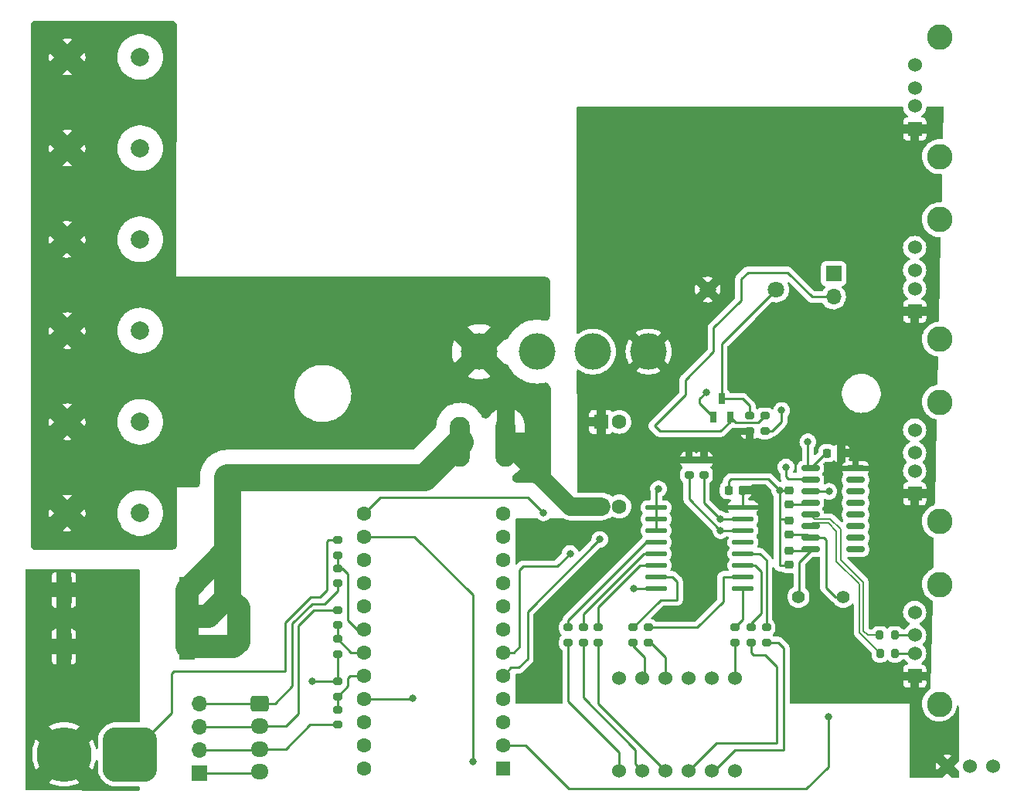
<source format=gbr>
%TF.GenerationSoftware,KiCad,Pcbnew,6.0.9-8da3e8f707~117~ubuntu20.04.1*%
%TF.CreationDate,2023-01-29T22:52:03-08:00*%
%TF.ProjectId,PDB,5044422e-6b69-4636-9164-5f7063625858,rev?*%
%TF.SameCoordinates,Original*%
%TF.FileFunction,Copper,L1,Top*%
%TF.FilePolarity,Positive*%
%FSLAX46Y46*%
G04 Gerber Fmt 4.6, Leading zero omitted, Abs format (unit mm)*
G04 Created by KiCad (PCBNEW 6.0.9-8da3e8f707~117~ubuntu20.04.1) date 2023-01-29 22:52:03*
%MOMM*%
%LPD*%
G01*
G04 APERTURE LIST*
G04 Aperture macros list*
%AMRoundRect*
0 Rectangle with rounded corners*
0 $1 Rounding radius*
0 $2 $3 $4 $5 $6 $7 $8 $9 X,Y pos of 4 corners*
0 Add a 4 corners polygon primitive as box body*
4,1,4,$2,$3,$4,$5,$6,$7,$8,$9,$2,$3,0*
0 Add four circle primitives for the rounded corners*
1,1,$1+$1,$2,$3*
1,1,$1+$1,$4,$5*
1,1,$1+$1,$6,$7*
1,1,$1+$1,$8,$9*
0 Add four rect primitives between the rounded corners*
20,1,$1+$1,$2,$3,$4,$5,0*
20,1,$1+$1,$4,$5,$6,$7,0*
20,1,$1+$1,$6,$7,$8,$9,0*
20,1,$1+$1,$8,$9,$2,$3,0*%
G04 Aperture macros list end*
%TA.AperFunction,SMDPad,CuDef*%
%ADD10RoundRect,0.200000X0.275000X-0.200000X0.275000X0.200000X-0.275000X0.200000X-0.275000X-0.200000X0*%
%TD*%
%TA.AperFunction,ComponentPad*%
%ADD11R,1.600000X1.600000*%
%TD*%
%TA.AperFunction,ComponentPad*%
%ADD12C,1.600000*%
%TD*%
%TA.AperFunction,ComponentPad*%
%ADD13R,1.700000X1.700000*%
%TD*%
%TA.AperFunction,ComponentPad*%
%ADD14O,1.700000X1.700000*%
%TD*%
%TA.AperFunction,ComponentPad*%
%ADD15R,1.524000X1.524000*%
%TD*%
%TA.AperFunction,ComponentPad*%
%ADD16C,1.524000*%
%TD*%
%TA.AperFunction,ComponentPad*%
%ADD17C,2.800000*%
%TD*%
%TA.AperFunction,ComponentPad*%
%ADD18RoundRect,0.250000X-0.725000X0.600000X-0.725000X-0.600000X0.725000X-0.600000X0.725000X0.600000X0*%
%TD*%
%TA.AperFunction,ComponentPad*%
%ADD19O,1.950000X1.700000*%
%TD*%
%TA.AperFunction,SMDPad,CuDef*%
%ADD20RoundRect,0.225000X0.225000X0.250000X-0.225000X0.250000X-0.225000X-0.250000X0.225000X-0.250000X0*%
%TD*%
%TA.AperFunction,ComponentPad*%
%ADD21C,1.800000*%
%TD*%
%TA.AperFunction,ComponentPad*%
%ADD22C,1.400000*%
%TD*%
%TA.AperFunction,SMDPad,CuDef*%
%ADD23RoundRect,0.200000X-0.275000X0.200000X-0.275000X-0.200000X0.275000X-0.200000X0.275000X0.200000X0*%
%TD*%
%TA.AperFunction,SMDPad,CuDef*%
%ADD24RoundRect,0.225000X0.250000X-0.225000X0.250000X0.225000X-0.250000X0.225000X-0.250000X-0.225000X0*%
%TD*%
%TA.AperFunction,ComponentPad*%
%ADD25C,2.000000*%
%TD*%
%TA.AperFunction,SMDPad,CuDef*%
%ADD26R,1.651000X2.921000*%
%TD*%
%TA.AperFunction,SMDPad,CuDef*%
%ADD27O,2.401000X0.574000*%
%TD*%
%TA.AperFunction,SMDPad,CuDef*%
%ADD28RoundRect,0.200000X-0.200000X-0.275000X0.200000X-0.275000X0.200000X0.275000X-0.200000X0.275000X0*%
%TD*%
%TA.AperFunction,SMDPad,CuDef*%
%ADD29RoundRect,0.225000X-0.225000X-0.250000X0.225000X-0.250000X0.225000X0.250000X-0.225000X0.250000X0*%
%TD*%
%TA.AperFunction,ComponentPad*%
%ADD30C,4.000000*%
%TD*%
%TA.AperFunction,SMDPad,CuDef*%
%ADD31R,0.700000X1.250000*%
%TD*%
%TA.AperFunction,ComponentPad*%
%ADD32O,2.200000X5.500000*%
%TD*%
%TA.AperFunction,SMDPad,CuDef*%
%ADD33RoundRect,0.150000X-0.825000X-0.150000X0.825000X-0.150000X0.825000X0.150000X-0.825000X0.150000X0*%
%TD*%
%TA.AperFunction,ComponentPad*%
%ADD34RoundRect,1.500000X1.500000X1.500000X-1.500000X1.500000X-1.500000X-1.500000X1.500000X-1.500000X0*%
%TD*%
%TA.AperFunction,ComponentPad*%
%ADD35C,6.000000*%
%TD*%
%TA.AperFunction,SMDPad,CuDef*%
%ADD36RoundRect,0.225000X-0.250000X0.225000X-0.250000X-0.225000X0.250000X-0.225000X0.250000X0.225000X0*%
%TD*%
%TA.AperFunction,ViaPad*%
%ADD37C,0.800000*%
%TD*%
%TA.AperFunction,Conductor*%
%ADD38C,0.250000*%
%TD*%
%TA.AperFunction,Conductor*%
%ADD39C,2.000000*%
%TD*%
%TA.AperFunction,Conductor*%
%ADD40C,0.200000*%
%TD*%
%TA.AperFunction,Conductor*%
%ADD41C,3.000000*%
%TD*%
%TA.AperFunction,Conductor*%
%ADD42C,2.500000*%
%TD*%
G04 APERTURE END LIST*
D10*
%TO.P,R11,1*%
%TO.N,Net-(D3-Pad5)*%
X140589000Y-87312000D03*
%TO.P,R11,2*%
%TO.N,/G*%
X140589000Y-85662000D03*
%TD*%
D11*
%TO.P,C2,1*%
%TO.N,/5v*%
X122488888Y-63119000D03*
D12*
%TO.P,C2,2*%
%TO.N,GND*%
X124488888Y-63119000D03*
%TD*%
D13*
%TO.P,J1,1,Pin_1*%
%TO.N,GND*%
X147955000Y-46883400D03*
D14*
%TO.P,J1,2,Pin_2*%
%TO.N,Net-(J1-Pad2)*%
X147955000Y-49423400D03*
%TD*%
D15*
%TO.P,USB2,1,VCC*%
%TO.N,/5v*%
X156845000Y-50998000D03*
D16*
%TO.P,USB2,2,D-*%
%TO.N,unconnected-(USB2-Pad2)*%
X156845000Y-48498000D03*
%TO.P,USB2,3,D+*%
%TO.N,unconnected-(USB2-Pad3)*%
X156845000Y-46498000D03*
%TO.P,USB2,4,GND*%
%TO.N,GND*%
X156845000Y-43998000D03*
D17*
%TO.P,USB2,5,Shield*%
X159555000Y-40948000D03*
%TO.P,USB2,6,Shield*%
X159555000Y-54048000D03*
%TD*%
D10*
%TO.P,R7,1*%
%TO.N,Net-(D3-Pad1)*%
X118872000Y-87312000D03*
%TO.P,R7,2*%
%TO.N,/E*%
X118872000Y-85662000D03*
%TD*%
%TO.P,R6,1*%
%TO.N,/Cell1+2+3_s*%
X93599000Y-77723000D03*
%TO.P,R6,2*%
%TO.N,GND*%
X93599000Y-76073000D03*
%TD*%
D18*
%TO.P,Jst1,1,Pin_3*%
%TO.N,/Cell1+2+3*%
X85090000Y-93980000D03*
D19*
%TO.P,Jst1,2,Pin_2*%
%TO.N,/Cell1+2*%
X85090000Y-96480000D03*
%TO.P,Jst1,3,Pin_1*%
%TO.N,/Cell1*%
X85090000Y-98980000D03*
%TO.P,Jst1,4,GND*%
%TO.N,GND*%
X85090000Y-101480000D03*
%TD*%
D16*
%TO.P,D3,1,E*%
%TO.N,Net-(D3-Pad1)*%
X124460000Y-101346000D03*
%TO.P,D3,2,D*%
%TO.N,Net-(D3-Pad2)*%
X127000000Y-101346000D03*
%TO.P,D3,3,DP*%
%TO.N,Net-(D3-Pad3)*%
X129540000Y-101346000D03*
%TO.P,D3,4,C*%
%TO.N,Net-(D3-Pad4)*%
X132080000Y-101346000D03*
%TO.P,D3,5,G*%
%TO.N,Net-(D3-Pad5)*%
X134620000Y-101346000D03*
%TO.P,D3,6,Dig4*%
%TO.N,/Dig4*%
X137160000Y-101346000D03*
%TO.P,D3,7,B*%
%TO.N,Net-(D3-Pad7)*%
X137160000Y-91186000D03*
%TO.P,D3,8,Dig3*%
%TO.N,/Dig3*%
X134620000Y-91186000D03*
%TO.P,D3,9,Dig2*%
%TO.N,/Dig2*%
X132080000Y-91186000D03*
%TO.P,D3,10,F*%
%TO.N,Net-(D3-Pad10)*%
X129540000Y-91186000D03*
%TO.P,D3,11,A*%
%TO.N,Net-(D3-Pad11)*%
X127000000Y-91186000D03*
%TO.P,D3,12,Dig1*%
%TO.N,/Dig1*%
X124460000Y-91186000D03*
%TD*%
D20*
%TO.P,C3,1*%
%TO.N,/5v*%
X148792000Y-66548000D03*
%TO.P,C3,2*%
%TO.N,GND*%
X147242000Y-66548000D03*
%TD*%
D21*
%TO.P,B1,1,input*%
%TO.N,/5v*%
X134172000Y-48614000D03*
%TO.P,B1,2,output*%
%TO.N,Net-(B1-Pad2)*%
X141672000Y-48614000D03*
%TD*%
D22*
%TO.P,Y1,1,1*%
%TO.N,Net-(C5-Pad1)*%
X149008000Y-82296000D03*
%TO.P,Y1,2,2*%
%TO.N,Net-(C6-Pad1)*%
X144108000Y-82296000D03*
%TD*%
D23*
%TO.P,R12,1*%
%TO.N,/A*%
X125984000Y-85662000D03*
%TO.P,R12,2*%
%TO.N,Net-(D3-Pad11)*%
X125984000Y-87312000D03*
%TD*%
D10*
%TO.P,R2,1*%
%TO.N,/Cell1_s*%
X93599000Y-93218000D03*
%TO.P,R2,2*%
%TO.N,GND*%
X93599000Y-91568000D03*
%TD*%
D24*
%TO.P,C5,1*%
%TO.N,Net-(C5-Pad1)*%
X143064000Y-75451000D03*
%TO.P,C5,2*%
%TO.N,GND*%
X143064000Y-73901000D03*
%TD*%
D15*
%TO.P,USB3,1,VCC*%
%TO.N,/5v*%
X156845000Y-70998000D03*
D16*
%TO.P,USB3,2,D-*%
%TO.N,unconnected-(USB3-Pad2)*%
X156845000Y-68498000D03*
%TO.P,USB3,3,D+*%
%TO.N,unconnected-(USB3-Pad3)*%
X156845000Y-66498000D03*
%TO.P,USB3,4,GND*%
%TO.N,GND*%
X156845000Y-63998000D03*
D17*
%TO.P,USB3,5,Shield*%
X159555000Y-60948000D03*
%TO.P,USB3,6,Shield*%
X159555000Y-74048000D03*
%TD*%
D25*
%TO.P,A2,1,ground*%
%TO.N,GND*%
X72000000Y-33113400D03*
%TO.P,A2,2,power*%
%TO.N,/12v*%
X64000000Y-33113400D03*
%TD*%
D23*
%TO.P,R5,1*%
%TO.N,/Cell1+2+3_s*%
X93599000Y-79185000D03*
%TO.P,R5,2*%
%TO.N,/Cell1+2+3*%
X93599000Y-80835000D03*
%TD*%
%TO.P,R3,1*%
%TO.N,/Cell1+2*%
X93599000Y-83757000D03*
%TO.P,R3,2*%
%TO.N,/Cell1+2_s*%
X93599000Y-85407000D03*
%TD*%
D11*
%TO.P,Pro1,1,TX*%
%TO.N,/Tx*%
X111760000Y-101092000D03*
D12*
%TO.P,Pro1,2,RX*%
%TO.N,/Rx*%
X111760000Y-98552000D03*
%TO.P,Pro1,3,GND*%
%TO.N,GND*%
X111760000Y-96012000D03*
%TO.P,Pro1,4,GND*%
X111760000Y-93472000D03*
%TO.P,Pro1,5,2*%
%TO.N,/SDA*%
X111760000Y-90932000D03*
%TO.P,Pro1,6,3*%
%TO.N,/SCL*%
X111760000Y-88392000D03*
%TO.P,Pro1,7,4*%
%TO.N,unconnected-(Pro1-Pad7)*%
X111760000Y-85852000D03*
%TO.P,Pro1,8,5*%
%TO.N,unconnected-(Pro1-Pad8)*%
X111760000Y-83312000D03*
%TO.P,Pro1,9,6*%
%TO.N,unconnected-(Pro1-Pad9)*%
X111760000Y-80772000D03*
%TO.P,Pro1,10,7*%
%TO.N,unconnected-(Pro1-Pad10)*%
X111760000Y-78232000D03*
%TO.P,Pro1,11,8*%
%TO.N,unconnected-(Pro1-Pad11)*%
X111760000Y-75692000D03*
%TO.P,Pro1,12,9*%
%TO.N,/Dig4*%
X111760000Y-73152000D03*
%TO.P,Pro1,13,10*%
%TO.N,/Buzzer*%
X96520000Y-73152000D03*
%TO.P,Pro1,14,16*%
%TO.N,/toggle*%
X96520000Y-75692000D03*
%TO.P,Pro1,15,14*%
%TO.N,/Dig3*%
X96520000Y-78232000D03*
%TO.P,Pro1,16,15*%
%TO.N,/Dig2*%
X96520000Y-80772000D03*
%TO.P,Pro1,17,A0*%
%TO.N,/Dig1*%
X96520000Y-83312000D03*
%TO.P,Pro1,18,A1*%
%TO.N,/Cell1+2+3_s*%
X96520000Y-85852000D03*
%TO.P,Pro1,19,A2*%
%TO.N,/Cell1+2_s*%
X96520000Y-88392000D03*
%TO.P,Pro1,20,A3*%
%TO.N,/Cell1_s*%
X96520000Y-90932000D03*
%TO.P,Pro1,21,VCC*%
%TO.N,/5v*%
X96520000Y-93472000D03*
%TO.P,Pro1,22,RST*%
%TO.N,unconnected-(Pro1-Pad22)*%
X96520000Y-96012000D03*
%TO.P,Pro1,23,GND*%
%TO.N,GND*%
X96520000Y-98552000D03*
%TO.P,Pro1,24,RAW*%
%TO.N,unconnected-(Pro1-Pad24)*%
X96520000Y-101092000D03*
%TD*%
D26*
%TO.P,F1,1,in1*%
%TO.N,/battery*%
X63627000Y-81534000D03*
%TO.P,F1,2,in2*%
X63627000Y-87757000D03*
%TO.P,F1,3,out1*%
%TO.N,/fuse out*%
X77089000Y-81534000D03*
%TO.P,F1,4,out2*%
X77089000Y-87757000D03*
%TD*%
D10*
%TO.P,R10,1*%
%TO.N,Net-(D3-Pad4)*%
X138938000Y-87312000D03*
%TO.P,R10,2*%
%TO.N,/C*%
X138938000Y-85662000D03*
%TD*%
D23*
%TO.P,R14,1*%
%TO.N,/B*%
X137160000Y-85662000D03*
%TO.P,R14,2*%
%TO.N,Net-(D3-Pad7)*%
X137160000Y-87312000D03*
%TD*%
D25*
%TO.P,A4,1,ground*%
%TO.N,GND*%
X72000000Y-53113400D03*
%TO.P,A4,2,power*%
%TO.N,/12v*%
X64000000Y-53113400D03*
%TD*%
D15*
%TO.P,USB1,1,VCC*%
%TO.N,/5v*%
X156845000Y-30998000D03*
D16*
%TO.P,USB1,2,D-*%
%TO.N,unconnected-(USB1-Pad2)*%
X156845000Y-28498000D03*
%TO.P,USB1,3,D+*%
%TO.N,unconnected-(USB1-Pad3)*%
X156845000Y-26498000D03*
%TO.P,USB1,4,GND*%
%TO.N,GND*%
X156845000Y-23998000D03*
D17*
%TO.P,USB1,5,Shield*%
X159555000Y-20948000D03*
%TO.P,USB1,6,Shield*%
X159555000Y-34048000D03*
%TD*%
D27*
%TO.P,U3,1,A0*%
%TO.N,GND*%
X128523800Y-72491600D03*
%TO.P,U3,2,A1*%
X128523800Y-73761600D03*
%TO.P,U3,3,A2*%
X128523800Y-75031600D03*
%TO.P,U3,4,P0*%
%TO.N,/E*%
X128523800Y-76301600D03*
%TO.P,U3,5,P1*%
%TO.N,/D*%
X128523800Y-77571600D03*
%TO.P,U3,6,P2*%
%TO.N,/DP*%
X128523800Y-78841600D03*
%TO.P,U3,7,P3*%
%TO.N,/A*%
X128523800Y-80111600D03*
%TO.P,U3,8,VSS*%
%TO.N,GND*%
X128523800Y-81381600D03*
%TO.P,U3,9,P4*%
%TO.N,/B*%
X138023800Y-81381600D03*
%TO.P,U3,10,P5*%
%TO.N,/F*%
X138023800Y-80111600D03*
%TO.P,U3,11,P6*%
%TO.N,/C*%
X138023800Y-78841600D03*
%TO.P,U3,12,P7*%
%TO.N,/G*%
X138023800Y-77571600D03*
%TO.P,U3,13,~{INT}*%
%TO.N,unconnected-(U3-Pad13)*%
X138023800Y-76301600D03*
%TO.P,U3,14,SCL*%
%TO.N,/SCL*%
X138023800Y-75031600D03*
%TO.P,U3,15,SDA*%
%TO.N,/SDA*%
X138023800Y-73761600D03*
%TO.P,U3,16,VDD*%
%TO.N,/5v*%
X138023800Y-72491600D03*
%TD*%
D23*
%TO.P,R20,1*%
%TO.N,/5v*%
X133756400Y-67272400D03*
%TO.P,R20,2*%
%TO.N,/SDA*%
X133756400Y-68922400D03*
%TD*%
D11*
%TO.P,C1,1*%
%TO.N,/12v*%
X122488888Y-72390000D03*
D12*
%TO.P,C1,2*%
%TO.N,GND*%
X124488888Y-72390000D03*
%TD*%
D28*
%TO.P,R17,1*%
%TO.N,/D-*%
X153048200Y-88493600D03*
%TO.P,R17,2*%
%TO.N,Net-(DATA1-Pad2)*%
X154698200Y-88493600D03*
%TD*%
D24*
%TO.P,C4,1*%
%TO.N,Net-(C4-Pad1)*%
X143064000Y-72149000D03*
%TO.P,C4,2*%
%TO.N,GND*%
X143064000Y-70599000D03*
%TD*%
D10*
%TO.P,R1,1*%
%TO.N,/Cell1*%
X93599000Y-96330000D03*
%TO.P,R1,2*%
%TO.N,/Cell1_s*%
X93599000Y-94680000D03*
%TD*%
D25*
%TO.P,A5,1,ground*%
%TO.N,GND*%
X72000000Y-63113400D03*
%TO.P,A5,2,power*%
%TO.N,/12v*%
X64000000Y-63113400D03*
%TD*%
D23*
%TO.P,R19,1*%
%TO.N,/5v*%
X132130800Y-67272400D03*
%TO.P,R19,2*%
%TO.N,/SCL*%
X132130800Y-68922400D03*
%TD*%
D29*
%TO.P,C7,1*%
%TO.N,GND*%
X136461200Y-70612000D03*
%TO.P,C7,2*%
%TO.N,/5v*%
X138011200Y-70612000D03*
%TD*%
D16*
%TO.P,SW2,1,A*%
%TO.N,/5v*%
X160415600Y-100863400D03*
%TO.P,SW2,2,B*%
%TO.N,/toggle*%
X162915600Y-100863400D03*
%TO.P,SW2,3,C*%
%TO.N,GND*%
X165415600Y-100863400D03*
%TD*%
D10*
%TO.P,R4,1*%
%TO.N,GND*%
X93599000Y-88582000D03*
%TO.P,R4,2*%
%TO.N,/Cell1+2_s*%
X93599000Y-86932000D03*
%TD*%
D25*
%TO.P,A3,1,ground*%
%TO.N,GND*%
X72000000Y-43113400D03*
%TO.P,A3,2,power*%
%TO.N,/12v*%
X64000000Y-43113400D03*
%TD*%
D30*
%TO.P,Converter1,1,OUT+*%
%TO.N,/5v*%
X127685800Y-55422800D03*
%TO.P,Converter1,2,OUT-*%
%TO.N,GND*%
X121589800Y-55422800D03*
%TO.P,Converter1,3,IN-*%
X115493800Y-55422800D03*
%TO.P,Converter1,4,IN+*%
%TO.N,/12v*%
X109143800Y-55422800D03*
%TD*%
D10*
%TO.P,R15,1*%
%TO.N,/Buzzer*%
X140423200Y-64104400D03*
%TO.P,R15,2*%
%TO.N,Net-(J1-Pad2)*%
X140423200Y-62454400D03*
%TD*%
%TO.P,R9,1*%
%TO.N,Net-(D3-Pad3)*%
X122174000Y-87312000D03*
%TO.P,R9,2*%
%TO.N,/DP*%
X122174000Y-85662000D03*
%TD*%
D31*
%TO.P,Q1,1,E*%
%TO.N,GND*%
X134748200Y-62604400D03*
%TO.P,Q1,2,B*%
%TO.N,Net-(J1-Pad2)*%
X136648200Y-62604400D03*
%TO.P,Q1,3,C*%
%TO.N,Net-(B1-Pad2)*%
X135698200Y-60604400D03*
%TD*%
D25*
%TO.P,A6,1,ground*%
%TO.N,GND*%
X72000000Y-73113400D03*
%TO.P,A6,2,power*%
%TO.N,/12v*%
X64000000Y-73113400D03*
%TD*%
%TO.P,A1,1,ground*%
%TO.N,GND*%
X72000000Y-23113400D03*
%TO.P,A1,2,power*%
%TO.N,/12v*%
X64000000Y-23113400D03*
%TD*%
D23*
%TO.P,R13,1*%
%TO.N,/F*%
X127635000Y-85662000D03*
%TO.P,R13,2*%
%TO.N,Net-(D3-Pad10)*%
X127635000Y-87312000D03*
%TD*%
D32*
%TO.P,Sw1,1,In*%
%TO.N,/fuse out*%
X107048000Y-65278000D03*
%TO.P,Sw1,2,Out*%
%TO.N,/12v*%
X112048000Y-65278000D03*
%TD*%
D33*
%TO.P,U2,1,GND*%
%TO.N,GND*%
X145415000Y-68199000D03*
%TO.P,U2,2,TXD*%
%TO.N,/Tx*%
X145415000Y-69469000D03*
%TO.P,U2,3,RXD*%
%TO.N,/Rx*%
X145415000Y-70739000D03*
%TO.P,U2,4,V3*%
%TO.N,Net-(C4-Pad1)*%
X145415000Y-72009000D03*
%TO.P,U2,5,UD+*%
%TO.N,/D+*%
X145415000Y-73279000D03*
%TO.P,U2,6,UD-*%
%TO.N,/D-*%
X145415000Y-74549000D03*
%TO.P,U2,7,XI*%
%TO.N,Net-(C5-Pad1)*%
X145415000Y-75819000D03*
%TO.P,U2,8,XO*%
%TO.N,Net-(C6-Pad1)*%
X145415000Y-77089000D03*
%TO.P,U2,9,~{CTS}*%
%TO.N,unconnected-(U2-Pad9)*%
X150365000Y-77089000D03*
%TO.P,U2,10,~{DSR}*%
%TO.N,unconnected-(U2-Pad10)*%
X150365000Y-75819000D03*
%TO.P,U2,11,~{RI}*%
%TO.N,unconnected-(U2-Pad11)*%
X150365000Y-74549000D03*
%TO.P,U2,12,~{DCD}*%
%TO.N,unconnected-(U2-Pad12)*%
X150365000Y-73279000D03*
%TO.P,U2,13,~{DTR}*%
%TO.N,unconnected-(U2-Pad13)*%
X150365000Y-72009000D03*
%TO.P,U2,14,~{RTS}*%
%TO.N,unconnected-(U2-Pad14)*%
X150365000Y-70739000D03*
%TO.P,U2,15,R232*%
%TO.N,unconnected-(U2-Pad15)*%
X150365000Y-69469000D03*
%TO.P,U2,16,VCC*%
%TO.N,/5v*%
X150365000Y-68199000D03*
%TD*%
D10*
%TO.P,R16,1*%
%TO.N,/5v*%
X138772200Y-64104400D03*
%TO.P,R16,2*%
%TO.N,Net-(B1-Pad2)*%
X138772200Y-62454400D03*
%TD*%
D34*
%TO.P,Batt1,1,ground*%
%TO.N,GND*%
X70866000Y-99568000D03*
D35*
%TO.P,Batt1,2,power*%
%TO.N,/battery*%
X63666000Y-99568000D03*
%TD*%
D36*
%TO.P,C6,1*%
%TO.N,Net-(C6-Pad1)*%
X143064000Y-77203000D03*
%TO.P,C6,2*%
%TO.N,GND*%
X143064000Y-78753000D03*
%TD*%
D13*
%TO.P,J2,1,Pin_1*%
%TO.N,GND*%
X78486000Y-101600000D03*
D14*
%TO.P,J2,2,Pin_2*%
%TO.N,/Cell1*%
X78486000Y-99060000D03*
%TO.P,J2,3,Pin_3*%
%TO.N,/Cell1+2*%
X78486000Y-96520000D03*
%TO.P,J2,4,Pin_4*%
%TO.N,/Cell1+2+3*%
X78486000Y-93980000D03*
%TD*%
D28*
%TO.P,R18,1*%
%TO.N,/D+*%
X153022800Y-86487000D03*
%TO.P,R18,2*%
%TO.N,Net-(DATA1-Pad3)*%
X154672800Y-86487000D03*
%TD*%
D15*
%TO.P,DATA1,1,VCC*%
%TO.N,/5v*%
X156845000Y-90998000D03*
D16*
%TO.P,DATA1,2,D-*%
%TO.N,Net-(DATA1-Pad2)*%
X156845000Y-88498000D03*
%TO.P,DATA1,3,D+*%
%TO.N,Net-(DATA1-Pad3)*%
X156845000Y-86498000D03*
%TO.P,DATA1,4,GND*%
%TO.N,GND*%
X156845000Y-83998000D03*
D17*
%TO.P,DATA1,5,Shield*%
X159555000Y-80948000D03*
%TO.P,DATA1,6,Shield*%
X159555000Y-94048000D03*
%TD*%
D10*
%TO.P,R8,1*%
%TO.N,Net-(D3-Pad2)*%
X120523000Y-87312000D03*
%TO.P,R8,2*%
%TO.N,/D*%
X120523000Y-85662000D03*
%TD*%
D37*
%TO.N,GND*%
X133983200Y-59852000D03*
X126060200Y-81407000D03*
X128778000Y-70459600D03*
X90804000Y-91568000D03*
X142061000Y-70599000D03*
X145135600Y-65303400D03*
%TO.N,/5v*%
X101828600Y-93446600D03*
X114503200Y-92278200D03*
%TO.N,/Buzzer*%
X116179600Y-73075800D03*
X142265400Y-61874400D03*
%TO.N,/Tx*%
X142748000Y-68072000D03*
%TO.N,/toggle*%
X108432600Y-100380800D03*
%TO.N,/Rx*%
X147396200Y-95478600D03*
X147447000Y-70739000D03*
%TO.N,/SDA*%
X135534400Y-73761600D03*
X122351800Y-75996800D03*
%TO.N,/SCL*%
X119100600Y-77546200D03*
X135585200Y-75031600D03*
%TD*%
D38*
%TO.N,GND*%
X93599000Y-88582000D02*
X93599000Y-91568000D01*
X142061000Y-70599000D02*
X142061000Y-73800000D01*
X133243500Y-61099700D02*
X133243500Y-60591700D01*
X75438000Y-94996000D02*
X75438000Y-90678000D01*
X70866000Y-99568000D02*
X75438000Y-94996000D01*
X142963000Y-73800000D02*
X143064000Y-73901000D01*
X126085600Y-81381600D02*
X128523800Y-81381600D01*
X90678000Y-82296000D02*
X91694000Y-82296000D01*
X136474200Y-70599000D02*
X136474200Y-69596000D01*
X78486000Y-101600000D02*
X84970000Y-101600000D01*
X128523800Y-73761600D02*
X128523800Y-72491600D01*
X92456000Y-81534000D02*
X92456000Y-76200000D01*
X87884000Y-90424000D02*
X87884000Y-85090000D01*
X145135600Y-67919600D02*
X145135600Y-65303400D01*
X128523800Y-75031600D02*
X128523800Y-73761600D01*
X142061000Y-73800000D02*
X142963000Y-73800000D01*
X147242000Y-66548000D02*
X147066000Y-66548000D01*
X134748200Y-62604400D02*
X133243500Y-61099700D01*
X92583000Y-76073000D02*
X93599000Y-76073000D01*
X93599000Y-91568000D02*
X90804000Y-91568000D01*
X142048000Y-78867000D02*
X142950000Y-78867000D01*
X136702800Y-69367400D02*
X140829400Y-69367400D01*
X136461200Y-70612000D02*
X136474200Y-70599000D01*
X128523800Y-70713800D02*
X128778000Y-70459600D01*
X87884000Y-85090000D02*
X90678000Y-82296000D01*
X142061000Y-78854000D02*
X142048000Y-78867000D01*
X133243500Y-60591700D02*
X133983200Y-59852000D01*
X147066000Y-66548000D02*
X145415000Y-68199000D01*
X84970000Y-101600000D02*
X85090000Y-101480000D01*
X136474200Y-69596000D02*
X136702800Y-69367400D01*
X91694000Y-82296000D02*
X92456000Y-81534000D01*
X92456000Y-76200000D02*
X92583000Y-76073000D01*
X140829400Y-69367400D02*
X142061000Y-70599000D01*
X143064000Y-70599000D02*
X142061000Y-70599000D01*
X145415000Y-68199000D02*
X145135600Y-67919600D01*
X128523800Y-72491600D02*
X128523800Y-70713800D01*
X75438000Y-90678000D02*
X75692000Y-90424000D01*
X75692000Y-90424000D02*
X87884000Y-90424000D01*
X126060200Y-81407000D02*
X126085600Y-81381600D01*
X142061000Y-73800000D02*
X142061000Y-78854000D01*
D39*
%TO.N,/12v*%
X119160000Y-72390000D02*
X112048000Y-65278000D01*
X122488888Y-72390000D02*
X119160000Y-72390000D01*
D38*
%TO.N,/5v*%
X101803200Y-93472000D02*
X101828600Y-93446600D01*
X96520000Y-93472000D02*
X101803200Y-93472000D01*
X138011200Y-70612000D02*
X138011200Y-72479000D01*
X138011200Y-72479000D02*
X138023800Y-72491600D01*
%TO.N,Net-(B1-Pad2)*%
X138772200Y-62454400D02*
X138772200Y-61364400D01*
X135698200Y-60604400D02*
X135698200Y-54587800D01*
X135698200Y-54587800D02*
X141672000Y-48614000D01*
X138012200Y-60604400D02*
X135698200Y-60604400D01*
X138772200Y-61364400D02*
X138012200Y-60604400D01*
%TO.N,Net-(D3-Pad1)*%
X124460000Y-101346000D02*
X124460000Y-99314000D01*
X124460000Y-99314000D02*
X118872000Y-93726000D01*
X118872000Y-93726000D02*
X118872000Y-87312000D01*
%TO.N,Net-(D3-Pad2)*%
X120523000Y-93345000D02*
X120523000Y-87312000D01*
X126238000Y-99060000D02*
X120523000Y-93345000D01*
X126238000Y-100584000D02*
X126238000Y-99060000D01*
X127000000Y-101346000D02*
X126238000Y-100584000D01*
%TO.N,Net-(D3-Pad3)*%
X122174000Y-93980000D02*
X122174000Y-87312000D01*
X129540000Y-101346000D02*
X122174000Y-93980000D01*
%TO.N,Net-(D3-Pad4)*%
X138938000Y-88392000D02*
X138938000Y-87312000D01*
X141732000Y-89916000D02*
X140462000Y-88646000D01*
X141732000Y-98298000D02*
X141732000Y-89916000D01*
X135128000Y-98298000D02*
X141732000Y-98298000D01*
X139192000Y-88646000D02*
X138938000Y-88392000D01*
X132080000Y-101346000D02*
X135128000Y-98298000D01*
X140462000Y-88646000D02*
X139192000Y-88646000D01*
%TO.N,Net-(D3-Pad5)*%
X142494000Y-87884000D02*
X141922000Y-87312000D01*
X134620000Y-101346000D02*
X134874000Y-101346000D01*
X134874000Y-101346000D02*
X137160000Y-99060000D01*
X137160000Y-99060000D02*
X142494000Y-99060000D01*
X141922000Y-87312000D02*
X140589000Y-87312000D01*
X142494000Y-99060000D02*
X142494000Y-87884000D01*
%TO.N,Net-(D3-Pad7)*%
X137160000Y-91186000D02*
X137160000Y-87312000D01*
%TO.N,Net-(D3-Pad10)*%
X127635000Y-87312000D02*
X127952000Y-87312000D01*
X127952000Y-87312000D02*
X129540000Y-88900000D01*
X129540000Y-88900000D02*
X129540000Y-91186000D01*
%TO.N,Net-(D3-Pad11)*%
X125984000Y-87630000D02*
X127254000Y-88900000D01*
X127254000Y-88900000D02*
X127254000Y-90932000D01*
X127254000Y-90932000D02*
X127000000Y-91186000D01*
X125984000Y-87312000D02*
X125984000Y-87630000D01*
%TO.N,/Cell1*%
X87964000Y-98980000D02*
X90614000Y-96330000D01*
X90614000Y-96330000D02*
X93599000Y-96330000D01*
X85010000Y-99060000D02*
X85090000Y-98980000D01*
X85090000Y-98980000D02*
X87964000Y-98980000D01*
X78486000Y-99060000D02*
X85010000Y-99060000D01*
%TO.N,/Cell1+2*%
X78486000Y-96520000D02*
X85050000Y-96520000D01*
X85090000Y-96480000D02*
X87924000Y-96480000D01*
X85050000Y-96520000D02*
X85090000Y-96480000D01*
X90995000Y-83757000D02*
X93599000Y-83757000D01*
X87924000Y-96480000D02*
X89281000Y-95123000D01*
X89281000Y-85471000D02*
X90995000Y-83757000D01*
X89281000Y-95123000D02*
X89281000Y-85471000D01*
%TO.N,/Cell1+2+3*%
X85090000Y-93980000D02*
X86741000Y-93980000D01*
X88646000Y-85217000D02*
X90805000Y-83058000D01*
X93599000Y-81661000D02*
X93599000Y-80835000D01*
X92202000Y-83058000D02*
X93599000Y-81661000D01*
X88646000Y-92075000D02*
X88646000Y-85217000D01*
X78486000Y-93980000D02*
X85090000Y-93980000D01*
X86741000Y-93980000D02*
X88646000Y-92075000D01*
X90805000Y-83058000D02*
X92202000Y-83058000D01*
%TO.N,/DP*%
X122174000Y-85662000D02*
X122174000Y-83439000D01*
X122174000Y-83439000D02*
X126771400Y-78841600D01*
X126771400Y-78841600D02*
X128523800Y-78841600D01*
%TO.N,/E*%
X118872000Y-85662000D02*
X118872000Y-84886800D01*
X118872000Y-84886800D02*
X127457200Y-76301600D01*
X127457200Y-76301600D02*
X128523800Y-76301600D01*
%TO.N,/D*%
X127152400Y-77571600D02*
X128523800Y-77571600D01*
X120523000Y-85662000D02*
X120523000Y-84201000D01*
X120523000Y-84201000D02*
X127152400Y-77571600D01*
%TO.N,/C*%
X138938000Y-85191600D02*
X140004800Y-84124800D01*
X140004800Y-79527400D02*
X139319000Y-78841600D01*
X138938000Y-85662000D02*
X138938000Y-85191600D01*
X140004800Y-84124800D02*
X140004800Y-79527400D01*
X139319000Y-78841600D02*
X138023800Y-78841600D01*
%TO.N,/A*%
X129019800Y-82626200D02*
X130810000Y-82626200D01*
X130327400Y-80111600D02*
X128523800Y-80111600D01*
X130810000Y-82626200D02*
X130810000Y-80594200D01*
X130810000Y-80594200D02*
X130327400Y-80111600D01*
X125984000Y-85662000D02*
X129019800Y-82626200D01*
%TO.N,/B*%
X138023800Y-84798200D02*
X138023800Y-81381600D01*
X137160000Y-85662000D02*
X138023800Y-84798200D01*
%TO.N,/Buzzer*%
X98298000Y-71374000D02*
X96520000Y-73152000D01*
X114477800Y-71374000D02*
X98298000Y-71374000D01*
X142265400Y-63068200D02*
X141229200Y-64104400D01*
X116179600Y-73075800D02*
X114477800Y-71374000D01*
X142265400Y-61874400D02*
X142265400Y-63068200D01*
X141229200Y-64104400D02*
X140423200Y-64104400D01*
%TO.N,/G*%
X140589000Y-78282800D02*
X139877800Y-77571600D01*
X139877800Y-77571600D02*
X138023800Y-77571600D01*
X140589000Y-85662000D02*
X140589000Y-78282800D01*
%TO.N,/F*%
X135864600Y-82829400D02*
X135864600Y-80162400D01*
X135915400Y-80111600D02*
X138023800Y-80111600D01*
X127635000Y-85662000D02*
X133032000Y-85662000D01*
X133032000Y-85662000D02*
X135864600Y-82829400D01*
X135864600Y-80162400D02*
X135915400Y-80111600D01*
%TO.N,Net-(C5-Pad1)*%
X146874000Y-75819000D02*
X147128000Y-76073000D01*
X147128000Y-76073000D02*
X147128000Y-81280000D01*
X148144000Y-82296000D02*
X149008000Y-82296000D01*
X147128000Y-81280000D02*
X148144000Y-82296000D01*
X145415000Y-75819000D02*
X146874000Y-75819000D01*
X145047000Y-75451000D02*
X145415000Y-75819000D01*
X143064000Y-75451000D02*
X145047000Y-75451000D01*
%TO.N,Net-(C4-Pad1)*%
X143064000Y-72149000D02*
X145275000Y-72149000D01*
X145275000Y-72149000D02*
X145415000Y-72009000D01*
%TO.N,/Cell1_s*%
X94996000Y-90932000D02*
X96520000Y-90932000D01*
X93599000Y-93218000D02*
X94742000Y-92075000D01*
X93599000Y-93218000D02*
X93599000Y-94680000D01*
X94742000Y-92075000D02*
X94742000Y-91186000D01*
X94742000Y-91186000D02*
X94996000Y-90932000D01*
%TO.N,/Cell1+2_s*%
X95059000Y-88392000D02*
X96520000Y-88392000D01*
X93599000Y-86932000D02*
X95059000Y-88392000D01*
X93599000Y-86932000D02*
X93599000Y-85407000D01*
%TO.N,/Cell1+2+3_s*%
X94742000Y-79756000D02*
X94742000Y-84836000D01*
X94742000Y-84836000D02*
X95758000Y-85852000D01*
X93599000Y-77723000D02*
X93599000Y-79185000D01*
X93599000Y-79185000D02*
X94171000Y-79185000D01*
X95758000Y-85852000D02*
X96520000Y-85852000D01*
X94171000Y-79185000D02*
X94742000Y-79756000D01*
%TO.N,Net-(C6-Pad1)*%
X145301000Y-77203000D02*
X145415000Y-77089000D01*
X145415000Y-77089000D02*
X145415000Y-77278000D01*
X144207000Y-78486000D02*
X144207000Y-82197000D01*
X145223000Y-77281000D02*
X145415000Y-77089000D01*
X145415000Y-77278000D02*
X144207000Y-78486000D01*
X143064000Y-77203000D02*
X145301000Y-77203000D01*
X144207000Y-82197000D02*
X144108000Y-82296000D01*
%TO.N,/Tx*%
X142748000Y-69088000D02*
X142748000Y-68072000D01*
X143002000Y-69342000D02*
X142748000Y-69088000D01*
X145288000Y-69342000D02*
X143002000Y-69342000D01*
X145415000Y-69469000D02*
X145288000Y-69342000D01*
D40*
%TO.N,/D+*%
X148725000Y-78221476D02*
X151225000Y-80721476D01*
X151225000Y-86034003D02*
X151677997Y-86487000D01*
X148725000Y-74906800D02*
X148725000Y-78221476D01*
X145911000Y-73775000D02*
X147593200Y-73775000D01*
X151677997Y-86487000D02*
X153022800Y-86487000D01*
X145415000Y-73279000D02*
X145911000Y-73775000D01*
X151225000Y-80721476D02*
X151225000Y-86034003D01*
X147593200Y-73775000D02*
X148725000Y-74906800D01*
%TO.N,/D-*%
X148275000Y-78407876D02*
X150775000Y-80907876D01*
X150775000Y-86220400D02*
X153048200Y-88493600D01*
X145415000Y-74549000D02*
X145739000Y-74225000D01*
X148275000Y-75093200D02*
X148275000Y-78407876D01*
X147406800Y-74225000D02*
X148275000Y-75093200D01*
X145739000Y-74225000D02*
X147406800Y-74225000D01*
X150775000Y-80907876D02*
X150775000Y-86220400D01*
D41*
%TO.N,/fuse out*%
X81534000Y-76352400D02*
X81534000Y-82296000D01*
D42*
X77089000Y-84455000D02*
X79502000Y-84455000D01*
D41*
X103136400Y-69189600D02*
X81534000Y-69189600D01*
D42*
X82778600Y-83540600D02*
X81534000Y-82296000D01*
D41*
X81534000Y-69189600D02*
X81534000Y-76352400D01*
X107048000Y-65278000D02*
X103136400Y-69189600D01*
D42*
X77089000Y-84455000D02*
X77089000Y-87757000D01*
X77089000Y-81534000D02*
X81534000Y-77089000D01*
X77089000Y-87757000D02*
X82219800Y-87757000D01*
X82219800Y-87757000D02*
X82778600Y-87198200D01*
X82778600Y-87198200D02*
X82778600Y-83540600D01*
X81534000Y-82296000D02*
X79375000Y-84455000D01*
X81534000Y-77089000D02*
X81534000Y-76352400D01*
X77089000Y-81534000D02*
X77089000Y-84455000D01*
D38*
%TO.N,Net-(J1-Pad2)*%
X142925800Y-46736000D02*
X145613200Y-49423400D01*
X137223200Y-63179400D02*
X139698200Y-63179400D01*
X137820400Y-49784000D02*
X137820400Y-47472600D01*
X134823200Y-52781200D02*
X137820400Y-49784000D01*
X131724400Y-58496200D02*
X134823200Y-55397400D01*
X145613200Y-49423400D02*
X147955000Y-49423400D01*
X134823200Y-55397400D02*
X134823200Y-52781200D01*
X128320800Y-63550800D02*
X131724400Y-60147200D01*
X136648200Y-62604400D02*
X137223200Y-63179400D01*
X131724400Y-60147200D02*
X131724400Y-58496200D01*
X136648200Y-63072000D02*
X135585200Y-64135000D01*
X128905000Y-64135000D02*
X128320800Y-63550800D01*
X138557000Y-46736000D02*
X142925800Y-46736000D01*
X137820400Y-47472600D02*
X138557000Y-46736000D01*
X136648200Y-62604400D02*
X136648200Y-63072000D01*
X139698200Y-63179400D02*
X140423200Y-62454400D01*
X135585200Y-64135000D02*
X128905000Y-64135000D01*
%TO.N,/toggle*%
X108432600Y-82092800D02*
X108432600Y-100380800D01*
X96520000Y-75692000D02*
X102031800Y-75692000D01*
X102031800Y-75692000D02*
X108432600Y-82092800D01*
%TO.N,/Rx*%
X144983200Y-103327200D02*
X118948200Y-103327200D01*
X147396200Y-95478600D02*
X147396200Y-100914200D01*
X147396200Y-100914200D02*
X144983200Y-103327200D01*
X145415000Y-70739000D02*
X147447000Y-70739000D01*
X114173000Y-98552000D02*
X111760000Y-98552000D01*
X118948200Y-103327200D02*
X114173000Y-98552000D01*
%TO.N,/SDA*%
X113461800Y-90068400D02*
X112623600Y-90068400D01*
X133756400Y-68922400D02*
X133756400Y-71983600D01*
X114452400Y-89077800D02*
X113461800Y-90068400D01*
X138023800Y-73761600D02*
X135534400Y-73761600D01*
X114452400Y-83896200D02*
X114452400Y-89077800D01*
X122351800Y-75996800D02*
X114452400Y-83896200D01*
X133756400Y-71983600D02*
X135534400Y-73761600D01*
X112623600Y-90068400D02*
X111760000Y-90932000D01*
%TO.N,/SCL*%
X112903000Y-88392000D02*
X113563400Y-87731600D01*
X113919000Y-78968600D02*
X113563400Y-79324200D01*
X117678200Y-78968600D02*
X113919000Y-78968600D01*
X132130800Y-71577200D02*
X135585200Y-75031600D01*
X111760000Y-88392000D02*
X112903000Y-88392000D01*
X132130800Y-68922400D02*
X132130800Y-71577200D01*
X113563400Y-79324200D02*
X113563400Y-87731600D01*
X138023800Y-75031600D02*
X135585200Y-75031600D01*
X119100600Y-77546200D02*
X117678200Y-78968600D01*
%TO.N,Net-(DATA1-Pad2)*%
X156840600Y-88493600D02*
X156845000Y-88498000D01*
X154698200Y-88493600D02*
X156840600Y-88493600D01*
%TO.N,Net-(DATA1-Pad3)*%
X156834000Y-86487000D02*
X156845000Y-86498000D01*
X154672800Y-86487000D02*
X156834000Y-86487000D01*
%TD*%
%TA.AperFunction,Conductor*%
%TO.N,/battery*%
G36*
X63868384Y-79248890D02*
G01*
X71800187Y-79250147D01*
X71868305Y-79270160D01*
X71914789Y-79323823D01*
X71926167Y-79376012D01*
X71930512Y-83498025D01*
X71943620Y-95933367D01*
X71923690Y-96001509D01*
X71870083Y-96048058D01*
X71817620Y-96059500D01*
X69260375Y-96059501D01*
X69253664Y-96059501D01*
X69252295Y-96059561D01*
X69252284Y-96059561D01*
X69194086Y-96062101D01*
X69194080Y-96062102D01*
X69190520Y-96062257D01*
X69117045Y-96073894D01*
X68917429Y-96105509D01*
X68917422Y-96105511D01*
X68913082Y-96106198D01*
X68830543Y-96131433D01*
X68648678Y-96187035D01*
X68648673Y-96187037D01*
X68644460Y-96188325D01*
X68640471Y-96190185D01*
X68640466Y-96190187D01*
X68393874Y-96305174D01*
X68393868Y-96305177D01*
X68389882Y-96307036D01*
X68386185Y-96309437D01*
X68157998Y-96457623D01*
X68157994Y-96457626D01*
X68154303Y-96460023D01*
X67942308Y-96644308D01*
X67758023Y-96856303D01*
X67605036Y-97091882D01*
X67603177Y-97095868D01*
X67603174Y-97095874D01*
X67569718Y-97167622D01*
X67486325Y-97346460D01*
X67404198Y-97615082D01*
X67403511Y-97619422D01*
X67403509Y-97619429D01*
X67362603Y-97877709D01*
X67360257Y-97892520D01*
X67360102Y-97896081D01*
X67360101Y-97896086D01*
X67359516Y-97909488D01*
X67357500Y-97955663D01*
X67357500Y-98849506D01*
X67337498Y-98917627D01*
X67283842Y-98964120D01*
X67213568Y-98974224D01*
X67148988Y-98944730D01*
X67110604Y-98885004D01*
X67107051Y-98869215D01*
X67102567Y-98840903D01*
X67101198Y-98834463D01*
X67007740Y-98485672D01*
X67005700Y-98479395D01*
X66876296Y-98142286D01*
X66873620Y-98136275D01*
X66759762Y-97912816D01*
X66750080Y-97902565D01*
X66743358Y-97904856D01*
X65093026Y-99555188D01*
X65085412Y-99569132D01*
X65085543Y-99570965D01*
X65089794Y-99577580D01*
X66738726Y-101226512D01*
X66751106Y-101233272D01*
X66756790Y-101229017D01*
X66873620Y-100999725D01*
X66876296Y-100993714D01*
X67005700Y-100656605D01*
X67007740Y-100650328D01*
X67101198Y-100301537D01*
X67102566Y-100295102D01*
X67107052Y-100266780D01*
X67137465Y-100202627D01*
X67197733Y-100165100D01*
X67268723Y-100166114D01*
X67327894Y-100205347D01*
X67356462Y-100270343D01*
X67357501Y-100286487D01*
X67357501Y-101180336D01*
X67357561Y-101181705D01*
X67357561Y-101181716D01*
X67359819Y-101233435D01*
X67360257Y-101243480D01*
X67360815Y-101247002D01*
X67403509Y-101516571D01*
X67403511Y-101516578D01*
X67404198Y-101520918D01*
X67486325Y-101789540D01*
X67488185Y-101793529D01*
X67488187Y-101793534D01*
X67603174Y-102040126D01*
X67603177Y-102040132D01*
X67605036Y-102044118D01*
X67758023Y-102279697D01*
X67942308Y-102491692D01*
X68154303Y-102675977D01*
X68157994Y-102678374D01*
X68157998Y-102678377D01*
X68311860Y-102778296D01*
X68389882Y-102828964D01*
X68393868Y-102830823D01*
X68393874Y-102830826D01*
X68640466Y-102945813D01*
X68640471Y-102945815D01*
X68644460Y-102947675D01*
X68648673Y-102948963D01*
X68648678Y-102948965D01*
X68811486Y-102998741D01*
X68913082Y-103029802D01*
X68917422Y-103030489D01*
X68917429Y-103030491D01*
X69114753Y-103061743D01*
X69190520Y-103073743D01*
X69194081Y-103073898D01*
X69194086Y-103073899D01*
X69252287Y-103076440D01*
X69252291Y-103076440D01*
X69253663Y-103076500D01*
X69260443Y-103076500D01*
X71825284Y-103076499D01*
X71893404Y-103096501D01*
X71939897Y-103150157D01*
X71951283Y-103202366D01*
X71951498Y-103405969D01*
X71931568Y-103474111D01*
X71877961Y-103520660D01*
X71825222Y-103532102D01*
X59561723Y-103505275D01*
X59493647Y-103485124D01*
X59447271Y-103431366D01*
X59435999Y-103379276D01*
X59435993Y-102653106D01*
X62000728Y-102653106D01*
X62004983Y-102658790D01*
X62234275Y-102775620D01*
X62240286Y-102778296D01*
X62577395Y-102907700D01*
X62583672Y-102909740D01*
X62932463Y-103003198D01*
X62938901Y-103004567D01*
X63295560Y-103061055D01*
X63302104Y-103061743D01*
X63662699Y-103080641D01*
X63669301Y-103080641D01*
X64029896Y-103061743D01*
X64036440Y-103061055D01*
X64393099Y-103004567D01*
X64399537Y-103003198D01*
X64748328Y-102909740D01*
X64754605Y-102907700D01*
X65091714Y-102778296D01*
X65097725Y-102775620D01*
X65321184Y-102661762D01*
X65331435Y-102652080D01*
X65329144Y-102645358D01*
X63678812Y-100995026D01*
X63664868Y-100987412D01*
X63663035Y-100987543D01*
X63656420Y-100991794D01*
X62007488Y-102640726D01*
X62000728Y-102653106D01*
X59435993Y-102653106D01*
X59435968Y-99571301D01*
X60153359Y-99571301D01*
X60172257Y-99931896D01*
X60172945Y-99938440D01*
X60229433Y-100295099D01*
X60230802Y-100301537D01*
X60324260Y-100650328D01*
X60326300Y-100656605D01*
X60455704Y-100993714D01*
X60458380Y-100999725D01*
X60572238Y-101223184D01*
X60581920Y-101233435D01*
X60588642Y-101231144D01*
X62238974Y-99580812D01*
X62246588Y-99566868D01*
X62246457Y-99565035D01*
X62242206Y-99558420D01*
X60593274Y-97909488D01*
X60580894Y-97902728D01*
X60575210Y-97906983D01*
X60458380Y-98136275D01*
X60455704Y-98142286D01*
X60326300Y-98479395D01*
X60324260Y-98485672D01*
X60230802Y-98834463D01*
X60229433Y-98840901D01*
X60172945Y-99197560D01*
X60172257Y-99204104D01*
X60153359Y-99564699D01*
X60153359Y-99571301D01*
X59435968Y-99571301D01*
X59435943Y-96483920D01*
X62000565Y-96483920D01*
X62002856Y-96490642D01*
X63653188Y-98140974D01*
X63667132Y-98148588D01*
X63668965Y-98148457D01*
X63675580Y-98144206D01*
X65324512Y-96495274D01*
X65331272Y-96482894D01*
X65327017Y-96477210D01*
X65097725Y-96360380D01*
X65091714Y-96357704D01*
X64754605Y-96228300D01*
X64748328Y-96226260D01*
X64399537Y-96132802D01*
X64393099Y-96131433D01*
X64036440Y-96074945D01*
X64029896Y-96074257D01*
X63669301Y-96055359D01*
X63662699Y-96055359D01*
X63302104Y-96074257D01*
X63295560Y-96074945D01*
X62938901Y-96131433D01*
X62932463Y-96132802D01*
X62583672Y-96226260D01*
X62577395Y-96228300D01*
X62240286Y-96357704D01*
X62234275Y-96360380D01*
X62010816Y-96474238D01*
X62000565Y-96483920D01*
X59435943Y-96483920D01*
X59435885Y-89262169D01*
X62293501Y-89262169D01*
X62293871Y-89268990D01*
X62299395Y-89319852D01*
X62303021Y-89335104D01*
X62348176Y-89455554D01*
X62356714Y-89471149D01*
X62433215Y-89573224D01*
X62445776Y-89585785D01*
X62547851Y-89662286D01*
X62563446Y-89670824D01*
X62683894Y-89715978D01*
X62699149Y-89719605D01*
X62750014Y-89725131D01*
X62756828Y-89725500D01*
X62783385Y-89725500D01*
X62798624Y-89721025D01*
X62799829Y-89719635D01*
X62801500Y-89711952D01*
X62801500Y-89707384D01*
X64452500Y-89707384D01*
X64456975Y-89722623D01*
X64458365Y-89723828D01*
X64466048Y-89725499D01*
X64497169Y-89725499D01*
X64503990Y-89725129D01*
X64554852Y-89719605D01*
X64570104Y-89715979D01*
X64690554Y-89670824D01*
X64706149Y-89662286D01*
X64808224Y-89585785D01*
X64820785Y-89573224D01*
X64897286Y-89471149D01*
X64905824Y-89455554D01*
X64950978Y-89335106D01*
X64954605Y-89319851D01*
X64960131Y-89268986D01*
X64960500Y-89262172D01*
X64960500Y-88600615D01*
X64956025Y-88585376D01*
X64954635Y-88584171D01*
X64946952Y-88582500D01*
X64470615Y-88582500D01*
X64455376Y-88586975D01*
X64454171Y-88588365D01*
X64452500Y-88596048D01*
X64452500Y-89707384D01*
X62801500Y-89707384D01*
X62801500Y-88600615D01*
X62797025Y-88585376D01*
X62795635Y-88584171D01*
X62787952Y-88582500D01*
X62311616Y-88582500D01*
X62296377Y-88586975D01*
X62295172Y-88588365D01*
X62293501Y-88596048D01*
X62293501Y-89262169D01*
X59435885Y-89262169D01*
X59435866Y-86913385D01*
X62293500Y-86913385D01*
X62297975Y-86928624D01*
X62299365Y-86929829D01*
X62307048Y-86931500D01*
X62783385Y-86931500D01*
X62798624Y-86927025D01*
X62799829Y-86925635D01*
X62801500Y-86917952D01*
X62801500Y-86913385D01*
X64452500Y-86913385D01*
X64456975Y-86928624D01*
X64458365Y-86929829D01*
X64466048Y-86931500D01*
X64942384Y-86931500D01*
X64957623Y-86927025D01*
X64958828Y-86925635D01*
X64960499Y-86917952D01*
X64960499Y-86251831D01*
X64960129Y-86245010D01*
X64954605Y-86194148D01*
X64950979Y-86178896D01*
X64905824Y-86058446D01*
X64897286Y-86042851D01*
X64820785Y-85940776D01*
X64808224Y-85928215D01*
X64706149Y-85851714D01*
X64690554Y-85843176D01*
X64570106Y-85798022D01*
X64554851Y-85794395D01*
X64503986Y-85788869D01*
X64497172Y-85788500D01*
X64470615Y-85788500D01*
X64455376Y-85792975D01*
X64454171Y-85794365D01*
X64452500Y-85802048D01*
X64452500Y-86913385D01*
X62801500Y-86913385D01*
X62801500Y-85806616D01*
X62797025Y-85791377D01*
X62795635Y-85790172D01*
X62787952Y-85788501D01*
X62756831Y-85788501D01*
X62750010Y-85788871D01*
X62699148Y-85794395D01*
X62683896Y-85798021D01*
X62563446Y-85843176D01*
X62547851Y-85851714D01*
X62445776Y-85928215D01*
X62433215Y-85940776D01*
X62356714Y-86042851D01*
X62348176Y-86058446D01*
X62303022Y-86178894D01*
X62299395Y-86194149D01*
X62293869Y-86245014D01*
X62293500Y-86251828D01*
X62293500Y-86913385D01*
X59435866Y-86913385D01*
X59435838Y-83499623D01*
X59435834Y-83039169D01*
X62293501Y-83039169D01*
X62293871Y-83045990D01*
X62299395Y-83096852D01*
X62303021Y-83112104D01*
X62348176Y-83232554D01*
X62356714Y-83248149D01*
X62433215Y-83350224D01*
X62445776Y-83362785D01*
X62547851Y-83439286D01*
X62563446Y-83447824D01*
X62683894Y-83492978D01*
X62699149Y-83496605D01*
X62750014Y-83502131D01*
X62756828Y-83502500D01*
X62783385Y-83502500D01*
X62798624Y-83498025D01*
X62799829Y-83496635D01*
X62801500Y-83488952D01*
X62801500Y-83484384D01*
X64452500Y-83484384D01*
X64456975Y-83499623D01*
X64458365Y-83500828D01*
X64466048Y-83502499D01*
X64497169Y-83502499D01*
X64503990Y-83502129D01*
X64554852Y-83496605D01*
X64570104Y-83492979D01*
X64690554Y-83447824D01*
X64706149Y-83439286D01*
X64808224Y-83362785D01*
X64820785Y-83350224D01*
X64897286Y-83248149D01*
X64905824Y-83232554D01*
X64950978Y-83112106D01*
X64954605Y-83096851D01*
X64960131Y-83045986D01*
X64960500Y-83039172D01*
X64960500Y-82377615D01*
X64956025Y-82362376D01*
X64954635Y-82361171D01*
X64946952Y-82359500D01*
X64470615Y-82359500D01*
X64455376Y-82363975D01*
X64454171Y-82365365D01*
X64452500Y-82373048D01*
X64452500Y-83484384D01*
X62801500Y-83484384D01*
X62801500Y-82377615D01*
X62797025Y-82362376D01*
X62795635Y-82361171D01*
X62787952Y-82359500D01*
X62311616Y-82359500D01*
X62296377Y-82363975D01*
X62295172Y-82365365D01*
X62293501Y-82373048D01*
X62293501Y-83039169D01*
X59435834Y-83039169D01*
X59435815Y-80690385D01*
X62293500Y-80690385D01*
X62297975Y-80705624D01*
X62299365Y-80706829D01*
X62307048Y-80708500D01*
X62783385Y-80708500D01*
X62798624Y-80704025D01*
X62799829Y-80702635D01*
X62801500Y-80694952D01*
X62801500Y-80690385D01*
X64452500Y-80690385D01*
X64456975Y-80705624D01*
X64458365Y-80706829D01*
X64466048Y-80708500D01*
X64942384Y-80708500D01*
X64957623Y-80704025D01*
X64958828Y-80702635D01*
X64960499Y-80694952D01*
X64960499Y-80028831D01*
X64960129Y-80022010D01*
X64954605Y-79971148D01*
X64950979Y-79955896D01*
X64905824Y-79835446D01*
X64897286Y-79819851D01*
X64820785Y-79717776D01*
X64808224Y-79705215D01*
X64706149Y-79628714D01*
X64690554Y-79620176D01*
X64570106Y-79575022D01*
X64554851Y-79571395D01*
X64503986Y-79565869D01*
X64497172Y-79565500D01*
X64470615Y-79565500D01*
X64455376Y-79569975D01*
X64454171Y-79571365D01*
X64452500Y-79579048D01*
X64452500Y-80690385D01*
X62801500Y-80690385D01*
X62801500Y-79583616D01*
X62797025Y-79568377D01*
X62795635Y-79567172D01*
X62787952Y-79565501D01*
X62756831Y-79565501D01*
X62750010Y-79565871D01*
X62699148Y-79571395D01*
X62683896Y-79575021D01*
X62563446Y-79620176D01*
X62547851Y-79628714D01*
X62445776Y-79705215D01*
X62433215Y-79717776D01*
X62356714Y-79819851D01*
X62348176Y-79835446D01*
X62303022Y-79955894D01*
X62299395Y-79971149D01*
X62293869Y-80022014D01*
X62293500Y-80028828D01*
X62293500Y-80690385D01*
X59435815Y-80690385D01*
X59435804Y-79374209D01*
X59455806Y-79306088D01*
X59509461Y-79259595D01*
X59561824Y-79248208D01*
X63868384Y-79248890D01*
G37*
%TD.AperFunction*%
%TD*%
%TA.AperFunction,Conductor*%
%TO.N,/12v*%
G36*
X75637933Y-19146413D02*
G01*
X75767128Y-19205414D01*
X75874467Y-19298424D01*
X75951254Y-19417908D01*
X75991269Y-19554185D01*
X75996348Y-19625651D01*
X75972851Y-45613900D01*
X75971400Y-47218600D01*
X116391800Y-47218600D01*
X116532385Y-47238813D01*
X116661580Y-47297814D01*
X116768919Y-47390824D01*
X116845706Y-47510308D01*
X116885721Y-47646585D01*
X116890800Y-47717600D01*
X116890800Y-51522831D01*
X116870587Y-51663416D01*
X116811586Y-51792611D01*
X116718576Y-51899950D01*
X116599092Y-51976737D01*
X116462815Y-52016752D01*
X116320785Y-52016752D01*
X116262646Y-52004827D01*
X116235224Y-51997479D01*
X116235220Y-51997478D01*
X116222594Y-51994095D01*
X116209680Y-51992050D01*
X116209677Y-51992049D01*
X116087055Y-51972628D01*
X115860204Y-51936698D01*
X115847156Y-51936014D01*
X115847154Y-51936014D01*
X115506852Y-51918180D01*
X115493800Y-51917496D01*
X115480748Y-51918180D01*
X115140446Y-51936014D01*
X115140444Y-51936014D01*
X115127396Y-51936698D01*
X114900545Y-51972628D01*
X114777923Y-51992049D01*
X114777920Y-51992050D01*
X114765006Y-51994095D01*
X114592589Y-52040294D01*
X114423214Y-52085678D01*
X114423208Y-52085680D01*
X114410601Y-52089058D01*
X114068064Y-52220545D01*
X114056430Y-52226473D01*
X114056423Y-52226476D01*
X113752782Y-52381190D01*
X113741148Y-52387118D01*
X113433434Y-52586949D01*
X113423282Y-52595170D01*
X113423275Y-52595175D01*
X113244690Y-52739791D01*
X113148294Y-52817851D01*
X112888851Y-53077294D01*
X112859962Y-53112969D01*
X112666175Y-53352275D01*
X112666170Y-53352282D01*
X112657949Y-53362434D01*
X112458118Y-53670148D01*
X112452187Y-53681789D01*
X112452186Y-53681790D01*
X112359434Y-53863823D01*
X112277600Y-53979908D01*
X112166375Y-54068235D01*
X112034771Y-54121649D01*
X111893450Y-54135822D01*
X111859043Y-54132181D01*
X111854359Y-54132734D01*
X111850303Y-54134464D01*
X111831890Y-54148923D01*
X110583252Y-55397562D01*
X110564036Y-55423231D01*
X110570763Y-55435549D01*
X111826212Y-56690999D01*
X111853300Y-56711277D01*
X111894473Y-56714222D01*
X111950234Y-56710233D01*
X112089019Y-56740422D01*
X112213677Y-56808489D01*
X112314108Y-56908918D01*
X112359251Y-56981416D01*
X112458118Y-57175452D01*
X112657949Y-57483166D01*
X112666170Y-57493318D01*
X112666175Y-57493325D01*
X112682051Y-57512930D01*
X112888851Y-57768306D01*
X113148294Y-58027749D01*
X113158439Y-58035964D01*
X113423275Y-58250425D01*
X113423282Y-58250430D01*
X113433434Y-58258651D01*
X113741148Y-58458482D01*
X113752780Y-58464409D01*
X113752782Y-58464410D01*
X114056423Y-58619124D01*
X114056430Y-58619127D01*
X114068064Y-58625055D01*
X114410601Y-58756542D01*
X114423208Y-58759920D01*
X114423214Y-58759922D01*
X114592589Y-58805306D01*
X114765006Y-58851505D01*
X114777920Y-58853550D01*
X114777923Y-58853551D01*
X114900545Y-58872972D01*
X115127396Y-58908902D01*
X115140444Y-58909586D01*
X115140446Y-58909586D01*
X115480748Y-58927420D01*
X115493800Y-58928104D01*
X115506852Y-58927420D01*
X115847154Y-58909586D01*
X115847156Y-58909586D01*
X115860204Y-58908902D01*
X116087055Y-58872972D01*
X116209677Y-58853551D01*
X116209680Y-58853550D01*
X116222594Y-58851505D01*
X116235220Y-58848122D01*
X116235224Y-58848121D01*
X116262646Y-58840773D01*
X116403672Y-58823910D01*
X116543735Y-58847462D01*
X116671490Y-58909521D01*
X116776587Y-59005058D01*
X116850510Y-59126334D01*
X116887271Y-59263525D01*
X116888353Y-59281692D01*
X116890800Y-59298712D01*
X116890800Y-59334400D01*
X116897106Y-59334400D01*
X116972706Y-59452036D01*
X117012721Y-59588313D01*
X117017800Y-59659328D01*
X117017800Y-69833600D01*
X116997587Y-69974185D01*
X116938586Y-70103380D01*
X116845576Y-70210719D01*
X116726092Y-70287506D01*
X116589815Y-70327521D01*
X116518800Y-70332600D01*
X115945462Y-70332600D01*
X115804877Y-70312387D01*
X115675682Y-70253386D01*
X115621388Y-70213043D01*
X115582045Y-70179441D01*
X115582044Y-70179440D01*
X115451112Y-70067613D01*
X115451111Y-70067612D01*
X115436200Y-70054877D01*
X115218043Y-69921191D01*
X115199939Y-69913692D01*
X115199935Y-69913690D01*
X114999769Y-69830779D01*
X114981660Y-69823278D01*
X114732870Y-69763548D01*
X114699295Y-69760906D01*
X114541668Y-69748500D01*
X114541660Y-69748500D01*
X114477800Y-69743474D01*
X114458258Y-69745012D01*
X114433482Y-69746962D01*
X114394330Y-69748500D01*
X113224852Y-69748500D01*
X113084267Y-69728287D01*
X112955072Y-69669286D01*
X112847733Y-69576276D01*
X112770946Y-69456792D01*
X112730931Y-69320515D01*
X112730931Y-69178485D01*
X112770946Y-69042208D01*
X112847733Y-68922724D01*
X112955072Y-68829714D01*
X112998311Y-68804888D01*
X113018187Y-68794761D01*
X113234714Y-68665172D01*
X113262562Y-68645818D01*
X113459499Y-68488041D01*
X113484458Y-68465090D01*
X113658164Y-68282042D01*
X113679773Y-68255921D01*
X113827037Y-68050981D01*
X113844891Y-68022186D01*
X113962981Y-67799153D01*
X113976765Y-67768193D01*
X114063490Y-67531207D01*
X114072948Y-67498650D01*
X114126706Y-67252092D01*
X114131659Y-67218553D01*
X114147232Y-67020680D01*
X114148000Y-67001142D01*
X114148000Y-66313690D01*
X114143437Y-66281954D01*
X114129970Y-66278000D01*
X111547000Y-66278000D01*
X111406415Y-66257787D01*
X111277220Y-66198786D01*
X111169881Y-66105776D01*
X111093094Y-65986292D01*
X111053079Y-65850015D01*
X111048000Y-65779000D01*
X111048000Y-64242310D01*
X113048000Y-64242310D01*
X113052563Y-64274046D01*
X113066030Y-64278000D01*
X114112310Y-64278000D01*
X114144046Y-64273437D01*
X114148000Y-64259970D01*
X114148000Y-63564523D01*
X114147421Y-63547534D01*
X114134588Y-63359282D01*
X114129987Y-63325694D01*
X114078814Y-63078590D01*
X114069696Y-63045932D01*
X113985459Y-62808056D01*
X113971996Y-62776944D01*
X113856254Y-62552699D01*
X113838695Y-62523704D01*
X113693586Y-62317235D01*
X113672257Y-62290896D01*
X113500471Y-62106032D01*
X113475761Y-62082828D01*
X113280486Y-61922998D01*
X113252842Y-61903352D01*
X113078431Y-61796473D01*
X113051372Y-61784810D01*
X113048000Y-61797277D01*
X113048000Y-64242310D01*
X111048000Y-64242310D01*
X111048000Y-61814772D01*
X111043807Y-61785607D01*
X111030634Y-61789475D01*
X110861286Y-61890828D01*
X110833438Y-61910182D01*
X110636501Y-62067959D01*
X110611542Y-62090910D01*
X110437836Y-62273958D01*
X110416227Y-62300079D01*
X110268966Y-62505015D01*
X110256174Y-62525646D01*
X110164914Y-62634477D01*
X110046689Y-62713189D01*
X109911078Y-62755405D01*
X109769066Y-62757704D01*
X109632159Y-62719901D01*
X109511449Y-62645058D01*
X109416713Y-62539238D01*
X109378005Y-62469629D01*
X109354797Y-62418704D01*
X109354795Y-62418701D01*
X109348469Y-62404819D01*
X109278657Y-62290896D01*
X109190221Y-62146582D01*
X109190218Y-62146578D01*
X109182253Y-62133580D01*
X108984221Y-61884619D01*
X108757324Y-61661648D01*
X108682614Y-61604321D01*
X108517043Y-61477274D01*
X108517042Y-61477273D01*
X108504945Y-61467991D01*
X108442526Y-61431223D01*
X108317233Y-61357420D01*
X108230846Y-61306534D01*
X107939114Y-61179685D01*
X107698115Y-61108298D01*
X107648722Y-61093667D01*
X107648720Y-61093667D01*
X107634097Y-61089335D01*
X107619064Y-61086819D01*
X107619058Y-61086818D01*
X107335378Y-61039347D01*
X107320343Y-61036831D01*
X107002529Y-61022955D01*
X106910981Y-61030160D01*
X106700585Y-61046718D01*
X106700579Y-61046719D01*
X106685393Y-61047914D01*
X106670460Y-61050952D01*
X106670461Y-61050952D01*
X106388592Y-61108298D01*
X106388585Y-61108300D01*
X106373662Y-61111336D01*
X106359217Y-61116169D01*
X106359214Y-61116170D01*
X106297080Y-61136960D01*
X106071984Y-61212276D01*
X105784857Y-61349229D01*
X105772004Y-61357417D01*
X105771999Y-61357420D01*
X105529415Y-61511963D01*
X105529410Y-61511967D01*
X105516560Y-61520153D01*
X105271093Y-61722500D01*
X105052116Y-61953254D01*
X104967239Y-62067959D01*
X104876370Y-62190761D01*
X104862892Y-62208975D01*
X104706244Y-62485849D01*
X104584506Y-62779751D01*
X104499493Y-63086298D01*
X104452472Y-63400921D01*
X104451902Y-63413980D01*
X104450470Y-63446778D01*
X104424145Y-63586348D01*
X104359565Y-63712847D01*
X104304791Y-63777861D01*
X102039706Y-66042946D01*
X101926005Y-66128062D01*
X101792930Y-66177696D01*
X101686860Y-66189100D01*
X81567903Y-66189100D01*
X81560064Y-66189038D01*
X81422524Y-66186877D01*
X81408139Y-66186651D01*
X81308873Y-66196559D01*
X81288120Y-66198192D01*
X81188547Y-66203934D01*
X81144522Y-66211618D01*
X81108306Y-66216579D01*
X81078117Y-66219592D01*
X81078112Y-66219593D01*
X81063823Y-66221019D01*
X81049782Y-66224080D01*
X81049778Y-66224081D01*
X80966395Y-66242261D01*
X80945890Y-66246284D01*
X80847672Y-66263426D01*
X80804817Y-66276120D01*
X80769404Y-66285212D01*
X80739793Y-66291668D01*
X80739781Y-66291671D01*
X80725739Y-66294733D01*
X80631384Y-66327038D01*
X80611496Y-66333385D01*
X80515894Y-66361703D01*
X80502684Y-66367338D01*
X80502672Y-66367342D01*
X80474790Y-66379235D01*
X80440648Y-66392341D01*
X80398367Y-66406817D01*
X80308339Y-66449758D01*
X80289340Y-66458336D01*
X80197611Y-66497462D01*
X80185132Y-66504580D01*
X80185124Y-66504584D01*
X80158788Y-66519606D01*
X80126379Y-66536549D01*
X80101701Y-66548320D01*
X80086048Y-66555786D01*
X80073874Y-66563423D01*
X80073870Y-66563425D01*
X80001599Y-66608761D01*
X79983663Y-66619496D01*
X79909525Y-66661783D01*
X79909521Y-66661785D01*
X79897041Y-66668904D01*
X79885459Y-66677412D01*
X79885456Y-66677414D01*
X79861029Y-66695358D01*
X79830774Y-66715919D01*
X79805110Y-66732018D01*
X79792921Y-66739664D01*
X79781698Y-66748655D01*
X79781697Y-66748656D01*
X79715099Y-66802011D01*
X79698519Y-66814733D01*
X79618168Y-66873757D01*
X79607636Y-66883544D01*
X79607625Y-66883553D01*
X79585430Y-66904178D01*
X79557747Y-66928073D01*
X79534094Y-66947023D01*
X79534087Y-66947029D01*
X79522871Y-66956015D01*
X79512768Y-66966225D01*
X79512765Y-66966227D01*
X79452737Y-67026887D01*
X79437729Y-67041430D01*
X79375230Y-67099508D01*
X79375224Y-67099514D01*
X79364688Y-67109305D01*
X79335662Y-67143291D01*
X79310914Y-67170203D01*
X79289600Y-67191741D01*
X79289596Y-67191746D01*
X79279477Y-67201971D01*
X79270601Y-67213291D01*
X79217946Y-67280443D01*
X79204713Y-67296610D01*
X79149297Y-67361494D01*
X79149284Y-67361512D01*
X79139962Y-67372426D01*
X79131948Y-67384353D01*
X79131945Y-67384356D01*
X79115034Y-67409521D01*
X79093547Y-67439097D01*
X79065966Y-67474272D01*
X79058463Y-67486515D01*
X79058453Y-67486530D01*
X79013868Y-67559287D01*
X79002578Y-67576873D01*
X78954983Y-67647703D01*
X78954979Y-67647710D01*
X78946967Y-67659633D01*
X78926460Y-67699365D01*
X78908517Y-67731206D01*
X78892679Y-67757051D01*
X78892675Y-67757058D01*
X78885168Y-67769309D01*
X78879117Y-67782345D01*
X78843194Y-67859734D01*
X78833998Y-67878505D01*
X78788261Y-67967118D01*
X78783182Y-67980560D01*
X78783180Y-67980564D01*
X78772459Y-68008936D01*
X78758289Y-68042645D01*
X78739478Y-68083170D01*
X78734963Y-68096823D01*
X78734960Y-68096830D01*
X78708172Y-68177832D01*
X78701205Y-68197509D01*
X78665950Y-68290807D01*
X78655061Y-68334157D01*
X78644860Y-68369268D01*
X78630828Y-68411697D01*
X78627914Y-68425769D01*
X78627913Y-68425772D01*
X78610610Y-68509326D01*
X78605944Y-68529699D01*
X78585153Y-68612470D01*
X78585151Y-68612478D01*
X78581652Y-68626410D01*
X78579778Y-68640648D01*
X78579775Y-68640662D01*
X78575817Y-68670728D01*
X78569720Y-68706778D01*
X78560658Y-68750535D01*
X78559379Y-68764861D01*
X78559379Y-68764864D01*
X78551795Y-68849842D01*
X78549502Y-68870614D01*
X78546907Y-68890331D01*
X78536487Y-68969476D01*
X78535785Y-69014169D01*
X78534815Y-69032660D01*
X78534982Y-69032667D01*
X78534487Y-69043771D01*
X78533500Y-69054833D01*
X78533500Y-69155697D01*
X78533438Y-69163536D01*
X78531051Y-69315461D01*
X78532479Y-69329769D01*
X78533063Y-69343704D01*
X78533500Y-69364593D01*
X78533500Y-69833600D01*
X78513287Y-69974185D01*
X78454286Y-70103380D01*
X78361276Y-70210719D01*
X78241792Y-70287506D01*
X78105515Y-70327521D01*
X78034500Y-70332600D01*
X76047600Y-70332600D01*
X76047600Y-76616191D01*
X76027387Y-76756776D01*
X75968386Y-76885971D01*
X75875376Y-76993310D01*
X75755892Y-77070097D01*
X75619615Y-77110112D01*
X75549397Y-77115190D01*
X60519991Y-77139008D01*
X60379374Y-77119018D01*
X60250086Y-77060222D01*
X60142599Y-76967382D01*
X60065623Y-76848020D01*
X60025392Y-76711807D01*
X60020200Y-76640009D01*
X60020200Y-75043692D01*
X63489852Y-75043692D01*
X63502876Y-75050804D01*
X63607227Y-75078471D01*
X63641803Y-75085067D01*
X63888023Y-75114209D01*
X63923188Y-75115867D01*
X64171060Y-75110026D01*
X64206099Y-75106714D01*
X64450672Y-75066006D01*
X64484910Y-75057786D01*
X64485268Y-75057673D01*
X64511812Y-75044880D01*
X64500620Y-75028234D01*
X64025238Y-74552852D01*
X63999569Y-74533636D01*
X63987251Y-74540363D01*
X63507511Y-75020103D01*
X63489852Y-75043692D01*
X60020200Y-75043692D01*
X60020200Y-73068055D01*
X61996573Y-73068055D01*
X62006307Y-73315797D01*
X62010169Y-73350783D01*
X62054715Y-73594692D01*
X62058423Y-73609135D01*
X62067115Y-73626467D01*
X62085515Y-73613671D01*
X62560548Y-73138638D01*
X62579119Y-73113831D01*
X65420236Y-73113831D01*
X65426963Y-73126149D01*
X65906835Y-73606021D01*
X65930424Y-73623680D01*
X65938255Y-73609338D01*
X65958659Y-73536990D01*
X65965796Y-73502531D01*
X65999457Y-73251921D01*
X66001552Y-73226576D01*
X66004709Y-73126133D01*
X66004459Y-73113400D01*
X69494556Y-73113400D01*
X69514312Y-73427415D01*
X69517251Y-73442821D01*
X69549016Y-73609338D01*
X69573269Y-73736479D01*
X69670497Y-74035715D01*
X69804463Y-74320407D01*
X69846310Y-74386348D01*
X69951977Y-74552852D01*
X69973053Y-74586063D01*
X70173610Y-74828494D01*
X70185034Y-74839221D01*
X70185035Y-74839223D01*
X70391542Y-75033147D01*
X70391548Y-75033152D01*
X70402970Y-75043878D01*
X70415655Y-75053094D01*
X70415656Y-75053095D01*
X70502055Y-75115867D01*
X70657516Y-75228816D01*
X70933234Y-75380394D01*
X71225775Y-75496219D01*
X71240967Y-75500120D01*
X71240968Y-75500120D01*
X71515333Y-75570565D01*
X71515335Y-75570565D01*
X71530527Y-75574466D01*
X71663858Y-75591309D01*
X71827124Y-75611935D01*
X71827131Y-75611935D01*
X71842682Y-75613900D01*
X72157318Y-75613900D01*
X72172869Y-75611935D01*
X72172876Y-75611935D01*
X72336142Y-75591309D01*
X72469473Y-75574466D01*
X72484665Y-75570565D01*
X72484667Y-75570565D01*
X72759032Y-75500120D01*
X72759033Y-75500120D01*
X72774225Y-75496219D01*
X73066766Y-75380394D01*
X73342484Y-75228816D01*
X73497946Y-75115867D01*
X73584344Y-75053095D01*
X73584345Y-75053094D01*
X73597030Y-75043878D01*
X73608452Y-75033152D01*
X73608458Y-75033147D01*
X73814965Y-74839223D01*
X73814966Y-74839221D01*
X73826390Y-74828494D01*
X74026947Y-74586063D01*
X74048024Y-74552852D01*
X74153690Y-74386348D01*
X74195537Y-74320407D01*
X74329503Y-74035715D01*
X74426731Y-73736479D01*
X74450985Y-73609338D01*
X74482749Y-73442821D01*
X74485688Y-73427415D01*
X74505444Y-73113400D01*
X74498278Y-72999500D01*
X74486673Y-72815038D01*
X74486673Y-72815035D01*
X74485688Y-72799385D01*
X74453087Y-72628484D01*
X74429672Y-72505736D01*
X74429670Y-72505729D01*
X74426731Y-72490321D01*
X74329503Y-72191085D01*
X74195537Y-71906393D01*
X74055949Y-71686437D01*
X74035349Y-71653976D01*
X74035347Y-71653973D01*
X74026947Y-71640737D01*
X73826390Y-71398306D01*
X73673439Y-71254675D01*
X73608458Y-71193653D01*
X73608452Y-71193648D01*
X73597030Y-71182922D01*
X73342484Y-70997984D01*
X73066766Y-70846406D01*
X72774225Y-70730581D01*
X72759032Y-70726680D01*
X72484667Y-70656235D01*
X72484665Y-70656235D01*
X72469473Y-70652334D01*
X72336142Y-70635491D01*
X72172876Y-70614865D01*
X72172869Y-70614865D01*
X72157318Y-70612900D01*
X71842682Y-70612900D01*
X71827131Y-70614865D01*
X71827124Y-70614865D01*
X71663858Y-70635491D01*
X71530527Y-70652334D01*
X71515335Y-70656235D01*
X71515333Y-70656235D01*
X71240968Y-70726680D01*
X71225775Y-70730581D01*
X70933234Y-70846406D01*
X70657516Y-70997984D01*
X70402970Y-71182922D01*
X70391548Y-71193648D01*
X70391542Y-71193653D01*
X70326561Y-71254675D01*
X70173610Y-71398306D01*
X69973053Y-71640737D01*
X69964653Y-71653973D01*
X69964651Y-71653976D01*
X69944051Y-71686437D01*
X69804463Y-71906393D01*
X69670497Y-72191085D01*
X69573269Y-72490321D01*
X69570330Y-72505729D01*
X69570328Y-72505736D01*
X69546913Y-72628484D01*
X69514312Y-72799385D01*
X69513327Y-72815035D01*
X69513327Y-72815038D01*
X69501722Y-72999500D01*
X69494556Y-73113400D01*
X66004459Y-73113400D01*
X66004209Y-73100691D01*
X65986351Y-72848475D01*
X65981392Y-72813633D01*
X65941531Y-72628484D01*
X65931294Y-72600855D01*
X65921426Y-72606215D01*
X65921224Y-72606390D01*
X65439452Y-73088162D01*
X65420236Y-73113831D01*
X62579119Y-73113831D01*
X62579764Y-73112969D01*
X62573037Y-73100651D01*
X62093025Y-72620639D01*
X62069436Y-72602980D01*
X62062957Y-72614845D01*
X62029002Y-72751539D01*
X62022950Y-72786215D01*
X61997679Y-73032859D01*
X61996573Y-73068055D01*
X60020200Y-73068055D01*
X60020200Y-71180659D01*
X63485851Y-71180659D01*
X63490141Y-71188859D01*
X63492812Y-71191998D01*
X63974762Y-71673948D01*
X64000431Y-71693164D01*
X64012749Y-71686437D01*
X64493450Y-71205736D01*
X64511109Y-71182147D01*
X64500272Y-71176229D01*
X64330851Y-71136960D01*
X64296092Y-71131455D01*
X64049065Y-71110060D01*
X64013885Y-71109507D01*
X63766305Y-71123133D01*
X63731394Y-71127543D01*
X63513634Y-71170858D01*
X63485851Y-71180659D01*
X60020200Y-71180659D01*
X60020200Y-65043692D01*
X63489852Y-65043692D01*
X63502876Y-65050804D01*
X63607227Y-65078471D01*
X63641803Y-65085067D01*
X63888023Y-65114209D01*
X63923188Y-65115867D01*
X64171060Y-65110026D01*
X64206099Y-65106714D01*
X64450672Y-65066006D01*
X64484910Y-65057786D01*
X64485268Y-65057673D01*
X64511812Y-65044880D01*
X64500620Y-65028234D01*
X64025238Y-64552852D01*
X63999569Y-64533636D01*
X63987251Y-64540363D01*
X63507511Y-65020103D01*
X63489852Y-65043692D01*
X60020200Y-65043692D01*
X60020200Y-63068055D01*
X61996573Y-63068055D01*
X62006307Y-63315797D01*
X62010169Y-63350783D01*
X62054715Y-63594692D01*
X62058423Y-63609135D01*
X62067115Y-63626467D01*
X62085515Y-63613671D01*
X62560548Y-63138638D01*
X62579119Y-63113831D01*
X65420236Y-63113831D01*
X65426963Y-63126149D01*
X65906835Y-63606021D01*
X65930424Y-63623680D01*
X65938255Y-63609338D01*
X65958659Y-63536990D01*
X65965796Y-63502531D01*
X65999457Y-63251921D01*
X66001552Y-63226576D01*
X66004709Y-63126133D01*
X66004459Y-63113400D01*
X69494556Y-63113400D01*
X69514312Y-63427415D01*
X69517251Y-63442821D01*
X69549016Y-63609338D01*
X69573269Y-63736479D01*
X69670497Y-64035715D01*
X69804463Y-64320407D01*
X69812865Y-64333646D01*
X69951977Y-64552852D01*
X69973053Y-64586063D01*
X70173610Y-64828494D01*
X70185034Y-64839221D01*
X70185035Y-64839223D01*
X70391542Y-65033147D01*
X70391548Y-65033152D01*
X70402970Y-65043878D01*
X70415655Y-65053094D01*
X70415656Y-65053095D01*
X70638576Y-65215055D01*
X70657516Y-65228816D01*
X70933234Y-65380394D01*
X71225775Y-65496219D01*
X71240967Y-65500120D01*
X71240968Y-65500120D01*
X71515333Y-65570565D01*
X71515335Y-65570565D01*
X71530527Y-65574466D01*
X71663858Y-65591309D01*
X71827124Y-65611935D01*
X71827131Y-65611935D01*
X71842682Y-65613900D01*
X72157318Y-65613900D01*
X72172869Y-65611935D01*
X72172876Y-65611935D01*
X72336142Y-65591309D01*
X72469473Y-65574466D01*
X72484665Y-65570565D01*
X72484667Y-65570565D01*
X72759032Y-65500120D01*
X72759033Y-65500120D01*
X72774225Y-65496219D01*
X73066766Y-65380394D01*
X73342484Y-65228816D01*
X73361425Y-65215055D01*
X73584344Y-65053095D01*
X73584345Y-65053094D01*
X73597030Y-65043878D01*
X73608452Y-65033152D01*
X73608458Y-65033147D01*
X73814965Y-64839223D01*
X73814966Y-64839221D01*
X73826390Y-64828494D01*
X74026947Y-64586063D01*
X74048024Y-64552852D01*
X74187135Y-64333646D01*
X74195537Y-64320407D01*
X74329503Y-64035715D01*
X74426731Y-63736479D01*
X74450985Y-63609338D01*
X74482749Y-63442821D01*
X74485688Y-63427415D01*
X74505444Y-63113400D01*
X74496795Y-62975921D01*
X74486673Y-62815038D01*
X74486673Y-62815035D01*
X74485688Y-62799385D01*
X74455860Y-62643021D01*
X74429672Y-62505736D01*
X74429670Y-62505729D01*
X74426731Y-62490321D01*
X74329503Y-62191085D01*
X74195537Y-61906393D01*
X74087705Y-61736476D01*
X74035349Y-61653976D01*
X74035347Y-61653973D01*
X74026947Y-61640737D01*
X73877637Y-61460253D01*
X73836382Y-61410384D01*
X73836381Y-61410382D01*
X73826390Y-61398306D01*
X73782851Y-61357420D01*
X73608458Y-61193653D01*
X73608452Y-61193648D01*
X73597030Y-61182922D01*
X73456862Y-61081084D01*
X73355176Y-61007205D01*
X73355173Y-61007203D01*
X73342484Y-60997984D01*
X73066766Y-60846406D01*
X72774225Y-60730581D01*
X72759032Y-60726680D01*
X72484667Y-60656235D01*
X72484665Y-60656235D01*
X72469473Y-60652334D01*
X72336142Y-60635491D01*
X72172876Y-60614865D01*
X72172869Y-60614865D01*
X72157318Y-60612900D01*
X71842682Y-60612900D01*
X71827131Y-60614865D01*
X71827124Y-60614865D01*
X71663858Y-60635491D01*
X71530527Y-60652334D01*
X71515335Y-60656235D01*
X71515333Y-60656235D01*
X71240968Y-60726680D01*
X71225775Y-60730581D01*
X70933234Y-60846406D01*
X70657516Y-60997984D01*
X70644827Y-61007203D01*
X70644824Y-61007205D01*
X70543138Y-61081084D01*
X70402970Y-61182922D01*
X70391548Y-61193648D01*
X70391542Y-61193653D01*
X70217149Y-61357420D01*
X70173610Y-61398306D01*
X70163619Y-61410382D01*
X70163618Y-61410384D01*
X70122363Y-61460253D01*
X69973053Y-61640737D01*
X69964653Y-61653973D01*
X69964651Y-61653976D01*
X69912295Y-61736476D01*
X69804463Y-61906393D01*
X69670497Y-62191085D01*
X69573269Y-62490321D01*
X69570330Y-62505729D01*
X69570328Y-62505736D01*
X69544140Y-62643021D01*
X69514312Y-62799385D01*
X69513327Y-62815035D01*
X69513327Y-62815038D01*
X69503205Y-62975921D01*
X69494556Y-63113400D01*
X66004459Y-63113400D01*
X66004209Y-63100691D01*
X65986351Y-62848475D01*
X65981392Y-62813633D01*
X65941531Y-62628484D01*
X65931294Y-62600855D01*
X65921426Y-62606215D01*
X65921224Y-62606390D01*
X65439452Y-63088162D01*
X65420236Y-63113831D01*
X62579119Y-63113831D01*
X62579764Y-63112969D01*
X62573037Y-63100651D01*
X62093025Y-62620639D01*
X62069436Y-62602980D01*
X62062957Y-62614845D01*
X62029002Y-62751539D01*
X62022950Y-62786215D01*
X61997679Y-63032859D01*
X61996573Y-63068055D01*
X60020200Y-63068055D01*
X60020200Y-61180659D01*
X63485851Y-61180659D01*
X63490141Y-61188859D01*
X63492812Y-61191998D01*
X63974762Y-61673948D01*
X64000431Y-61693164D01*
X64012749Y-61686437D01*
X64493450Y-61205736D01*
X64511109Y-61182147D01*
X64500272Y-61176229D01*
X64330851Y-61136960D01*
X64296092Y-61131455D01*
X64049065Y-61110060D01*
X64013885Y-61109507D01*
X63766305Y-61123133D01*
X63731394Y-61127543D01*
X63513634Y-61170858D01*
X63485851Y-61180659D01*
X60020200Y-61180659D01*
X60020200Y-60054549D01*
X88874878Y-60054549D01*
X88875927Y-60068664D01*
X88894128Y-60313582D01*
X88901142Y-60407972D01*
X88967246Y-60756151D01*
X88971443Y-60769666D01*
X88971444Y-60769672D01*
X89050297Y-61023620D01*
X89072339Y-61094607D01*
X89215072Y-61418992D01*
X89393608Y-61725133D01*
X89402076Y-61736474D01*
X89402078Y-61736476D01*
X89597183Y-61997754D01*
X89597188Y-61997760D01*
X89605653Y-62009096D01*
X89615353Y-62019407D01*
X89615356Y-62019411D01*
X89734987Y-62146582D01*
X89848480Y-62267229D01*
X89859271Y-62276364D01*
X89859276Y-62276369D01*
X90108166Y-62487070D01*
X90108172Y-62487075D01*
X90118968Y-62496214D01*
X90130731Y-62504074D01*
X90130734Y-62504076D01*
X90338681Y-62643021D01*
X90413639Y-62693106D01*
X90728705Y-62855376D01*
X90741950Y-62860394D01*
X90741952Y-62860395D01*
X91046877Y-62975921D01*
X91046884Y-62975923D01*
X91060115Y-62980936D01*
X91168486Y-63008459D01*
X91389892Y-63064689D01*
X91389899Y-63064690D01*
X91403608Y-63068172D01*
X91417629Y-63070080D01*
X91417628Y-63070080D01*
X91742906Y-63114349D01*
X91742913Y-63114350D01*
X91754768Y-63115963D01*
X91783663Y-63117098D01*
X91865321Y-63120307D01*
X91865344Y-63120307D01*
X91870245Y-63120500D01*
X92089778Y-63120500D01*
X92231344Y-63112461D01*
X92339692Y-63106309D01*
X92339697Y-63106308D01*
X92353828Y-63105506D01*
X92559996Y-63070080D01*
X92689152Y-63047887D01*
X92689154Y-63047887D01*
X92703107Y-63045489D01*
X92716690Y-63041530D01*
X92716694Y-63041529D01*
X93029755Y-62950280D01*
X93029764Y-62950277D01*
X93043346Y-62946318D01*
X93370172Y-62809269D01*
X93679383Y-62636103D01*
X93862780Y-62504076D01*
X93955509Y-62437321D01*
X93955515Y-62437317D01*
X93967003Y-62429046D01*
X94229334Y-62190761D01*
X94463005Y-61924310D01*
X94471072Y-61912681D01*
X94471077Y-61912675D01*
X94656937Y-61644758D01*
X94656941Y-61644751D01*
X94665010Y-61633120D01*
X94832754Y-61320935D01*
X94942156Y-61046718D01*
X94958832Y-61004919D01*
X94958833Y-61004917D01*
X94964079Y-60991767D01*
X95057296Y-60649848D01*
X95111208Y-60299575D01*
X95125122Y-59945451D01*
X95107966Y-59714584D01*
X95099907Y-59606139D01*
X95099906Y-59606133D01*
X95098858Y-59592028D01*
X95032754Y-59243849D01*
X94927661Y-58905393D01*
X94784928Y-58581008D01*
X94606392Y-58274867D01*
X94591731Y-58255233D01*
X94500146Y-58132586D01*
X107854419Y-58132586D01*
X107876461Y-58145138D01*
X108142257Y-58255233D01*
X108169343Y-58264665D01*
X108474436Y-58351574D01*
X108502450Y-58357836D01*
X108815506Y-58409100D01*
X108844033Y-58412099D01*
X109160901Y-58427041D01*
X109189623Y-58426740D01*
X109506083Y-58405167D01*
X109534580Y-58401567D01*
X109846476Y-58343760D01*
X109874352Y-58336913D01*
X110177557Y-58243635D01*
X110204441Y-58233637D01*
X110405253Y-58145487D01*
X110431510Y-58129155D01*
X110430680Y-58127262D01*
X110417710Y-58110923D01*
X109169038Y-56862252D01*
X109143369Y-56843036D01*
X109131051Y-56849763D01*
X107872858Y-58107955D01*
X107854419Y-58132586D01*
X94500146Y-58132586D01*
X94402817Y-58002246D01*
X94402812Y-58002240D01*
X94394347Y-57990904D01*
X94175405Y-57758161D01*
X94161215Y-57743077D01*
X94161214Y-57743076D01*
X94151520Y-57732771D01*
X94140729Y-57723636D01*
X94140724Y-57723631D01*
X93891834Y-57512930D01*
X93891828Y-57512925D01*
X93881032Y-57503786D01*
X93684053Y-57372169D01*
X93598132Y-57314759D01*
X93598131Y-57314758D01*
X93586361Y-57306894D01*
X93271295Y-57144624D01*
X93258048Y-57139605D01*
X92953123Y-57024079D01*
X92953116Y-57024077D01*
X92939885Y-57019064D01*
X92831514Y-56991541D01*
X92610108Y-56935311D01*
X92610101Y-56935310D01*
X92596392Y-56931828D01*
X92544254Y-56924732D01*
X92257094Y-56885651D01*
X92257087Y-56885650D01*
X92245232Y-56884037D01*
X92216337Y-56882902D01*
X92134679Y-56879693D01*
X92134656Y-56879693D01*
X92129755Y-56879500D01*
X91910222Y-56879500D01*
X91768656Y-56887539D01*
X91660308Y-56893691D01*
X91660303Y-56893692D01*
X91646172Y-56894494D01*
X91562229Y-56908918D01*
X91310848Y-56952113D01*
X91310846Y-56952113D01*
X91296893Y-56954511D01*
X91283310Y-56958470D01*
X91283306Y-56958471D01*
X90970245Y-57049720D01*
X90970236Y-57049723D01*
X90956654Y-57053682D01*
X90629828Y-57190731D01*
X90320617Y-57363897D01*
X90195135Y-57454231D01*
X90044491Y-57562679D01*
X90044485Y-57562683D01*
X90032997Y-57570954D01*
X89770666Y-57809239D01*
X89536995Y-58075690D01*
X89528928Y-58087319D01*
X89528923Y-58087325D01*
X89343063Y-58355242D01*
X89343059Y-58355249D01*
X89334990Y-58366880D01*
X89167246Y-58679065D01*
X89035921Y-59008233D01*
X88942704Y-59350152D01*
X88888792Y-59700425D01*
X88874878Y-60054549D01*
X60020200Y-60054549D01*
X60020200Y-55043692D01*
X63489852Y-55043692D01*
X63502876Y-55050804D01*
X63607227Y-55078471D01*
X63641803Y-55085067D01*
X63888023Y-55114209D01*
X63923188Y-55115867D01*
X64171060Y-55110026D01*
X64206099Y-55106714D01*
X64450672Y-55066006D01*
X64484910Y-55057786D01*
X64485268Y-55057673D01*
X64511812Y-55044880D01*
X64500620Y-55028234D01*
X64025238Y-54552852D01*
X63999569Y-54533636D01*
X63987251Y-54540363D01*
X63507511Y-55020103D01*
X63489852Y-55043692D01*
X60020200Y-55043692D01*
X60020200Y-53068055D01*
X61996573Y-53068055D01*
X62006307Y-53315797D01*
X62010169Y-53350783D01*
X62054715Y-53594692D01*
X62058423Y-53609135D01*
X62067115Y-53626467D01*
X62085515Y-53613671D01*
X62560548Y-53138638D01*
X62579119Y-53113831D01*
X65420236Y-53113831D01*
X65426963Y-53126149D01*
X65906835Y-53606021D01*
X65930424Y-53623680D01*
X65938255Y-53609338D01*
X65958659Y-53536990D01*
X65965796Y-53502531D01*
X65999457Y-53251921D01*
X66001552Y-53226576D01*
X66004709Y-53126133D01*
X66004459Y-53113400D01*
X69494556Y-53113400D01*
X69495541Y-53129056D01*
X69509585Y-53352275D01*
X69514312Y-53427415D01*
X69517251Y-53442821D01*
X69562837Y-53681790D01*
X69573269Y-53736479D01*
X69670497Y-54035715D01*
X69804463Y-54320407D01*
X69812865Y-54333646D01*
X69951977Y-54552852D01*
X69973053Y-54586063D01*
X70173610Y-54828494D01*
X70185034Y-54839221D01*
X70185035Y-54839223D01*
X70391542Y-55033147D01*
X70391548Y-55033152D01*
X70402970Y-55043878D01*
X70415655Y-55053094D01*
X70415656Y-55053095D01*
X70502055Y-55115867D01*
X70657516Y-55228816D01*
X70671258Y-55236371D01*
X70671260Y-55236372D01*
X70864826Y-55342786D01*
X70933234Y-55380394D01*
X71225775Y-55496219D01*
X71240967Y-55500120D01*
X71240968Y-55500120D01*
X71515333Y-55570565D01*
X71515335Y-55570565D01*
X71530527Y-55574466D01*
X71663858Y-55591309D01*
X71827124Y-55611935D01*
X71827131Y-55611935D01*
X71842682Y-55613900D01*
X72157318Y-55613900D01*
X72172869Y-55611935D01*
X72172876Y-55611935D01*
X72336142Y-55591309D01*
X72469473Y-55574466D01*
X72484665Y-55570565D01*
X72484667Y-55570565D01*
X72759032Y-55500120D01*
X72759033Y-55500120D01*
X72774225Y-55496219D01*
X73066766Y-55380394D01*
X73135175Y-55342786D01*
X106140575Y-55342786D01*
X106148879Y-55659893D01*
X106151280Y-55688485D01*
X106195980Y-56002559D01*
X106201647Y-56030667D01*
X106282150Y-56337528D01*
X106291014Y-56364808D01*
X106406246Y-56660363D01*
X106418083Y-56686218D01*
X106436230Y-56711121D01*
X106446255Y-56705813D01*
X106448460Y-56703927D01*
X107704348Y-55448038D01*
X107723564Y-55422369D01*
X107716837Y-55410051D01*
X106461718Y-54154931D01*
X106436961Y-54136398D01*
X106433621Y-54139738D01*
X106425546Y-54153252D01*
X106355793Y-54303524D01*
X106345233Y-54330196D01*
X106245625Y-54631381D01*
X106238197Y-54659102D01*
X106173869Y-54969731D01*
X106169676Y-54998129D01*
X106141478Y-55314079D01*
X106140575Y-55342786D01*
X73135175Y-55342786D01*
X73328740Y-55236372D01*
X73328742Y-55236371D01*
X73342484Y-55228816D01*
X73497946Y-55115867D01*
X73584344Y-55053095D01*
X73584345Y-55053094D01*
X73597030Y-55043878D01*
X73608452Y-55033152D01*
X73608458Y-55033147D01*
X73814965Y-54839223D01*
X73814966Y-54839221D01*
X73826390Y-54828494D01*
X74026947Y-54586063D01*
X74048024Y-54552852D01*
X74187135Y-54333646D01*
X74195537Y-54320407D01*
X74329503Y-54035715D01*
X74426731Y-53736479D01*
X74437164Y-53681790D01*
X74482749Y-53442821D01*
X74485688Y-53427415D01*
X74490416Y-53352275D01*
X74504459Y-53129056D01*
X74505444Y-53113400D01*
X74500377Y-53032859D01*
X74486673Y-52815038D01*
X74486673Y-52815035D01*
X74485688Y-52799385D01*
X74470049Y-52717403D01*
X107857309Y-52717403D01*
X107859913Y-52722862D01*
X107868271Y-52733058D01*
X109118562Y-53983348D01*
X109144231Y-54002564D01*
X109156549Y-53995837D01*
X110412596Y-52739791D01*
X110431129Y-52715034D01*
X110424042Y-52707946D01*
X110419409Y-52705045D01*
X110378846Y-52684109D01*
X110352639Y-52672441D01*
X110055891Y-52560310D01*
X110028500Y-52551726D01*
X109720844Y-52474447D01*
X109692638Y-52469067D01*
X109378137Y-52427662D01*
X109349513Y-52425560D01*
X109032345Y-52420578D01*
X109003651Y-52421780D01*
X108687994Y-52453287D01*
X108659666Y-52457774D01*
X108349712Y-52525355D01*
X108322079Y-52533070D01*
X108021955Y-52635825D01*
X107995387Y-52646668D01*
X107883043Y-52700252D01*
X107857309Y-52717403D01*
X74470049Y-52717403D01*
X74453087Y-52628484D01*
X74429672Y-52505736D01*
X74429670Y-52505729D01*
X74426731Y-52490321D01*
X74329503Y-52191085D01*
X74195537Y-51906393D01*
X74055949Y-51686437D01*
X74035349Y-51653976D01*
X74035347Y-51653973D01*
X74026947Y-51640737D01*
X73826390Y-51398306D01*
X73814965Y-51387577D01*
X73608458Y-51193653D01*
X73608452Y-51193648D01*
X73597030Y-51182922D01*
X73342484Y-50997984D01*
X73066766Y-50846406D01*
X72774225Y-50730581D01*
X72759032Y-50726680D01*
X72484667Y-50656235D01*
X72484665Y-50656235D01*
X72469473Y-50652334D01*
X72336142Y-50635491D01*
X72172876Y-50614865D01*
X72172869Y-50614865D01*
X72157318Y-50612900D01*
X71842682Y-50612900D01*
X71827131Y-50614865D01*
X71827124Y-50614865D01*
X71663858Y-50635491D01*
X71530527Y-50652334D01*
X71515335Y-50656235D01*
X71515333Y-50656235D01*
X71240968Y-50726680D01*
X71225775Y-50730581D01*
X70933234Y-50846406D01*
X70657516Y-50997984D01*
X70402970Y-51182922D01*
X70391548Y-51193648D01*
X70391542Y-51193653D01*
X70185035Y-51387577D01*
X70173610Y-51398306D01*
X69973053Y-51640737D01*
X69964653Y-51653973D01*
X69964651Y-51653976D01*
X69944051Y-51686437D01*
X69804463Y-51906393D01*
X69670497Y-52191085D01*
X69573269Y-52490321D01*
X69570330Y-52505729D01*
X69570328Y-52505736D01*
X69546913Y-52628484D01*
X69514312Y-52799385D01*
X69513327Y-52815035D01*
X69513327Y-52815038D01*
X69499623Y-53032859D01*
X69494556Y-53113400D01*
X66004459Y-53113400D01*
X66004209Y-53100691D01*
X65986351Y-52848475D01*
X65981392Y-52813633D01*
X65941531Y-52628484D01*
X65931294Y-52600855D01*
X65921426Y-52606215D01*
X65921224Y-52606390D01*
X65439452Y-53088162D01*
X65420236Y-53113831D01*
X62579119Y-53113831D01*
X62579764Y-53112969D01*
X62573037Y-53100651D01*
X62093025Y-52620639D01*
X62069436Y-52602980D01*
X62062957Y-52614845D01*
X62029002Y-52751539D01*
X62022950Y-52786215D01*
X61997679Y-53032859D01*
X61996573Y-53068055D01*
X60020200Y-53068055D01*
X60020200Y-51180659D01*
X63485851Y-51180659D01*
X63490141Y-51188859D01*
X63492812Y-51191998D01*
X63974762Y-51673948D01*
X64000431Y-51693164D01*
X64012749Y-51686437D01*
X64493450Y-51205736D01*
X64511109Y-51182147D01*
X64500272Y-51176229D01*
X64330851Y-51136960D01*
X64296092Y-51131455D01*
X64049065Y-51110060D01*
X64013885Y-51109507D01*
X63766305Y-51123133D01*
X63731394Y-51127543D01*
X63513634Y-51170858D01*
X63485851Y-51180659D01*
X60020200Y-51180659D01*
X60020200Y-45043692D01*
X63489852Y-45043692D01*
X63502876Y-45050804D01*
X63607227Y-45078471D01*
X63641803Y-45085067D01*
X63888023Y-45114209D01*
X63923188Y-45115867D01*
X64171060Y-45110026D01*
X64206099Y-45106714D01*
X64450672Y-45066006D01*
X64484910Y-45057786D01*
X64485268Y-45057673D01*
X64511812Y-45044880D01*
X64500620Y-45028234D01*
X64025238Y-44552852D01*
X63999569Y-44533636D01*
X63987251Y-44540363D01*
X63507511Y-45020103D01*
X63489852Y-45043692D01*
X60020200Y-45043692D01*
X60020200Y-43068055D01*
X61996573Y-43068055D01*
X62006307Y-43315797D01*
X62010169Y-43350783D01*
X62054715Y-43594692D01*
X62058423Y-43609135D01*
X62067115Y-43626467D01*
X62085515Y-43613671D01*
X62560548Y-43138638D01*
X62579119Y-43113831D01*
X65420236Y-43113831D01*
X65426963Y-43126149D01*
X65906835Y-43606021D01*
X65930424Y-43623680D01*
X65938255Y-43609338D01*
X65958659Y-43536990D01*
X65965796Y-43502531D01*
X65999457Y-43251921D01*
X66001552Y-43226576D01*
X66004709Y-43126133D01*
X66004459Y-43113400D01*
X69494556Y-43113400D01*
X69514312Y-43427415D01*
X69517251Y-43442821D01*
X69549016Y-43609338D01*
X69573269Y-43736479D01*
X69670497Y-44035715D01*
X69804463Y-44320407D01*
X69812865Y-44333646D01*
X69951977Y-44552852D01*
X69973053Y-44586063D01*
X70173610Y-44828494D01*
X70185034Y-44839221D01*
X70185035Y-44839223D01*
X70391542Y-45033147D01*
X70391548Y-45033152D01*
X70402970Y-45043878D01*
X70415655Y-45053094D01*
X70415656Y-45053095D01*
X70502055Y-45115867D01*
X70657516Y-45228816D01*
X70933234Y-45380394D01*
X71225775Y-45496219D01*
X71240967Y-45500120D01*
X71240968Y-45500120D01*
X71515333Y-45570565D01*
X71515335Y-45570565D01*
X71530527Y-45574466D01*
X71663858Y-45591309D01*
X71827124Y-45611935D01*
X71827131Y-45611935D01*
X71842682Y-45613900D01*
X72157318Y-45613900D01*
X72172869Y-45611935D01*
X72172876Y-45611935D01*
X72336142Y-45591309D01*
X72469473Y-45574466D01*
X72484665Y-45570565D01*
X72484667Y-45570565D01*
X72759032Y-45500120D01*
X72759033Y-45500120D01*
X72774225Y-45496219D01*
X73066766Y-45380394D01*
X73342484Y-45228816D01*
X73497946Y-45115867D01*
X73584344Y-45053095D01*
X73584345Y-45053094D01*
X73597030Y-45043878D01*
X73608452Y-45033152D01*
X73608458Y-45033147D01*
X73814965Y-44839223D01*
X73814966Y-44839221D01*
X73826390Y-44828494D01*
X74026947Y-44586063D01*
X74048024Y-44552852D01*
X74187135Y-44333646D01*
X74195537Y-44320407D01*
X74329503Y-44035715D01*
X74426731Y-43736479D01*
X74450985Y-43609338D01*
X74482749Y-43442821D01*
X74485688Y-43427415D01*
X74505444Y-43113400D01*
X74500377Y-43032859D01*
X74486673Y-42815038D01*
X74486673Y-42815035D01*
X74485688Y-42799385D01*
X74453087Y-42628484D01*
X74429672Y-42505736D01*
X74429670Y-42505729D01*
X74426731Y-42490321D01*
X74329503Y-42191085D01*
X74195537Y-41906393D01*
X74055949Y-41686437D01*
X74035349Y-41653976D01*
X74035347Y-41653973D01*
X74026947Y-41640737D01*
X73826390Y-41398306D01*
X73814965Y-41387577D01*
X73608458Y-41193653D01*
X73608452Y-41193648D01*
X73597030Y-41182922D01*
X73342484Y-40997984D01*
X73066766Y-40846406D01*
X72774225Y-40730581D01*
X72759032Y-40726680D01*
X72484667Y-40656235D01*
X72484665Y-40656235D01*
X72469473Y-40652334D01*
X72336142Y-40635491D01*
X72172876Y-40614865D01*
X72172869Y-40614865D01*
X72157318Y-40612900D01*
X71842682Y-40612900D01*
X71827131Y-40614865D01*
X71827124Y-40614865D01*
X71663858Y-40635491D01*
X71530527Y-40652334D01*
X71515335Y-40656235D01*
X71515333Y-40656235D01*
X71240968Y-40726680D01*
X71225775Y-40730581D01*
X70933234Y-40846406D01*
X70657516Y-40997984D01*
X70402970Y-41182922D01*
X70391548Y-41193648D01*
X70391542Y-41193653D01*
X70185035Y-41387577D01*
X70173610Y-41398306D01*
X69973053Y-41640737D01*
X69964653Y-41653973D01*
X69964651Y-41653976D01*
X69944051Y-41686437D01*
X69804463Y-41906393D01*
X69670497Y-42191085D01*
X69573269Y-42490321D01*
X69570330Y-42505729D01*
X69570328Y-42505736D01*
X69546913Y-42628484D01*
X69514312Y-42799385D01*
X69513327Y-42815035D01*
X69513327Y-42815038D01*
X69499623Y-43032859D01*
X69494556Y-43113400D01*
X66004459Y-43113400D01*
X66004209Y-43100691D01*
X65986351Y-42848475D01*
X65981392Y-42813633D01*
X65941531Y-42628484D01*
X65931294Y-42600855D01*
X65921426Y-42606215D01*
X65921224Y-42606390D01*
X65439452Y-43088162D01*
X65420236Y-43113831D01*
X62579119Y-43113831D01*
X62579764Y-43112969D01*
X62573037Y-43100651D01*
X62093025Y-42620639D01*
X62069436Y-42602980D01*
X62062957Y-42614845D01*
X62029002Y-42751539D01*
X62022950Y-42786215D01*
X61997679Y-43032859D01*
X61996573Y-43068055D01*
X60020200Y-43068055D01*
X60020200Y-41180659D01*
X63485851Y-41180659D01*
X63490141Y-41188859D01*
X63492812Y-41191998D01*
X63974762Y-41673948D01*
X64000431Y-41693164D01*
X64012749Y-41686437D01*
X64493450Y-41205736D01*
X64511109Y-41182147D01*
X64500272Y-41176229D01*
X64330851Y-41136960D01*
X64296092Y-41131455D01*
X64049065Y-41110060D01*
X64013885Y-41109507D01*
X63766305Y-41123133D01*
X63731394Y-41127543D01*
X63513634Y-41170858D01*
X63485851Y-41180659D01*
X60020200Y-41180659D01*
X60020200Y-35043692D01*
X63489852Y-35043692D01*
X63502876Y-35050804D01*
X63607227Y-35078471D01*
X63641803Y-35085067D01*
X63888023Y-35114209D01*
X63923188Y-35115867D01*
X64171060Y-35110026D01*
X64206099Y-35106714D01*
X64450672Y-35066006D01*
X64484910Y-35057786D01*
X64485268Y-35057673D01*
X64511812Y-35044880D01*
X64500620Y-35028234D01*
X64025238Y-34552852D01*
X63999569Y-34533636D01*
X63987251Y-34540363D01*
X63507511Y-35020103D01*
X63489852Y-35043692D01*
X60020200Y-35043692D01*
X60020200Y-33068055D01*
X61996573Y-33068055D01*
X62006307Y-33315797D01*
X62010169Y-33350783D01*
X62054715Y-33594692D01*
X62058423Y-33609135D01*
X62067115Y-33626467D01*
X62085515Y-33613671D01*
X62560548Y-33138638D01*
X62579119Y-33113831D01*
X65420236Y-33113831D01*
X65426963Y-33126149D01*
X65906835Y-33606021D01*
X65930424Y-33623680D01*
X65938255Y-33609338D01*
X65958659Y-33536990D01*
X65965796Y-33502531D01*
X65999457Y-33251921D01*
X66001552Y-33226576D01*
X66004709Y-33126133D01*
X66004459Y-33113400D01*
X69494556Y-33113400D01*
X69514312Y-33427415D01*
X69517251Y-33442821D01*
X69549016Y-33609338D01*
X69573269Y-33736479D01*
X69670497Y-34035715D01*
X69804463Y-34320407D01*
X69812865Y-34333646D01*
X69951977Y-34552852D01*
X69973053Y-34586063D01*
X70173610Y-34828494D01*
X70185034Y-34839221D01*
X70185035Y-34839223D01*
X70391542Y-35033147D01*
X70391548Y-35033152D01*
X70402970Y-35043878D01*
X70415655Y-35053094D01*
X70415656Y-35053095D01*
X70502055Y-35115867D01*
X70657516Y-35228816D01*
X70933234Y-35380394D01*
X71225775Y-35496219D01*
X71240967Y-35500120D01*
X71240968Y-35500120D01*
X71515333Y-35570565D01*
X71515335Y-35570565D01*
X71530527Y-35574466D01*
X71663858Y-35591309D01*
X71827124Y-35611935D01*
X71827131Y-35611935D01*
X71842682Y-35613900D01*
X72157318Y-35613900D01*
X72172869Y-35611935D01*
X72172876Y-35611935D01*
X72336142Y-35591309D01*
X72469473Y-35574466D01*
X72484665Y-35570565D01*
X72484667Y-35570565D01*
X72759032Y-35500120D01*
X72759033Y-35500120D01*
X72774225Y-35496219D01*
X73066766Y-35380394D01*
X73342484Y-35228816D01*
X73497946Y-35115867D01*
X73584344Y-35053095D01*
X73584345Y-35053094D01*
X73597030Y-35043878D01*
X73608452Y-35033152D01*
X73608458Y-35033147D01*
X73814965Y-34839223D01*
X73814966Y-34839221D01*
X73826390Y-34828494D01*
X74026947Y-34586063D01*
X74048024Y-34552852D01*
X74187135Y-34333646D01*
X74195537Y-34320407D01*
X74329503Y-34035715D01*
X74426731Y-33736479D01*
X74450985Y-33609338D01*
X74482749Y-33442821D01*
X74485688Y-33427415D01*
X74505444Y-33113400D01*
X74500377Y-33032859D01*
X74486673Y-32815038D01*
X74486673Y-32815035D01*
X74485688Y-32799385D01*
X74453087Y-32628484D01*
X74429672Y-32505736D01*
X74429670Y-32505729D01*
X74426731Y-32490321D01*
X74329503Y-32191085D01*
X74195537Y-31906393D01*
X74055949Y-31686437D01*
X74035349Y-31653976D01*
X74035347Y-31653973D01*
X74026947Y-31640737D01*
X73826390Y-31398306D01*
X73814965Y-31387577D01*
X73608458Y-31193653D01*
X73608452Y-31193648D01*
X73597030Y-31182922D01*
X73342484Y-30997984D01*
X73066766Y-30846406D01*
X72774225Y-30730581D01*
X72759032Y-30726680D01*
X72484667Y-30656235D01*
X72484665Y-30656235D01*
X72469473Y-30652334D01*
X72336142Y-30635491D01*
X72172876Y-30614865D01*
X72172869Y-30614865D01*
X72157318Y-30612900D01*
X71842682Y-30612900D01*
X71827131Y-30614865D01*
X71827124Y-30614865D01*
X71663858Y-30635491D01*
X71530527Y-30652334D01*
X71515335Y-30656235D01*
X71515333Y-30656235D01*
X71240968Y-30726680D01*
X71225775Y-30730581D01*
X70933234Y-30846406D01*
X70657516Y-30997984D01*
X70402970Y-31182922D01*
X70391548Y-31193648D01*
X70391542Y-31193653D01*
X70185035Y-31387577D01*
X70173610Y-31398306D01*
X69973053Y-31640737D01*
X69964653Y-31653973D01*
X69964651Y-31653976D01*
X69944051Y-31686437D01*
X69804463Y-31906393D01*
X69670497Y-32191085D01*
X69573269Y-32490321D01*
X69570330Y-32505729D01*
X69570328Y-32505736D01*
X69546913Y-32628484D01*
X69514312Y-32799385D01*
X69513327Y-32815035D01*
X69513327Y-32815038D01*
X69499623Y-33032859D01*
X69494556Y-33113400D01*
X66004459Y-33113400D01*
X66004209Y-33100691D01*
X65986351Y-32848475D01*
X65981392Y-32813633D01*
X65941531Y-32628484D01*
X65931294Y-32600855D01*
X65921426Y-32606215D01*
X65921224Y-32606390D01*
X65439452Y-33088162D01*
X65420236Y-33113831D01*
X62579119Y-33113831D01*
X62579764Y-33112969D01*
X62573037Y-33100651D01*
X62093025Y-32620639D01*
X62069436Y-32602980D01*
X62062957Y-32614845D01*
X62029002Y-32751539D01*
X62022950Y-32786215D01*
X61997679Y-33032859D01*
X61996573Y-33068055D01*
X60020200Y-33068055D01*
X60020200Y-31180659D01*
X63485851Y-31180659D01*
X63490141Y-31188859D01*
X63492812Y-31191998D01*
X63974762Y-31673948D01*
X64000431Y-31693164D01*
X64012749Y-31686437D01*
X64493450Y-31205736D01*
X64511109Y-31182147D01*
X64500272Y-31176229D01*
X64330851Y-31136960D01*
X64296092Y-31131455D01*
X64049065Y-31110060D01*
X64013885Y-31109507D01*
X63766305Y-31123133D01*
X63731394Y-31127543D01*
X63513634Y-31170858D01*
X63485851Y-31180659D01*
X60020200Y-31180659D01*
X60020200Y-25043692D01*
X63489852Y-25043692D01*
X63502876Y-25050804D01*
X63607227Y-25078471D01*
X63641803Y-25085067D01*
X63888023Y-25114209D01*
X63923188Y-25115867D01*
X64171060Y-25110026D01*
X64206099Y-25106714D01*
X64450672Y-25066006D01*
X64484910Y-25057786D01*
X64485268Y-25057673D01*
X64511812Y-25044880D01*
X64500620Y-25028234D01*
X64025238Y-24552852D01*
X63999569Y-24533636D01*
X63987251Y-24540363D01*
X63507511Y-25020103D01*
X63489852Y-25043692D01*
X60020200Y-25043692D01*
X60020200Y-23068055D01*
X61996573Y-23068055D01*
X62006307Y-23315797D01*
X62010169Y-23350783D01*
X62054715Y-23594692D01*
X62058423Y-23609135D01*
X62067115Y-23626467D01*
X62085515Y-23613671D01*
X62560548Y-23138638D01*
X62579119Y-23113831D01*
X65420236Y-23113831D01*
X65426963Y-23126149D01*
X65906835Y-23606021D01*
X65930424Y-23623680D01*
X65938255Y-23609338D01*
X65958659Y-23536990D01*
X65965796Y-23502531D01*
X65999457Y-23251921D01*
X66001552Y-23226576D01*
X66004709Y-23126133D01*
X66004459Y-23113400D01*
X69494556Y-23113400D01*
X69514312Y-23427415D01*
X69517251Y-23442821D01*
X69549016Y-23609338D01*
X69573269Y-23736479D01*
X69670497Y-24035715D01*
X69804463Y-24320407D01*
X69812865Y-24333646D01*
X69951977Y-24552852D01*
X69973053Y-24586063D01*
X70173610Y-24828494D01*
X70185034Y-24839221D01*
X70185035Y-24839223D01*
X70391542Y-25033147D01*
X70391548Y-25033152D01*
X70402970Y-25043878D01*
X70415655Y-25053094D01*
X70415656Y-25053095D01*
X70502055Y-25115867D01*
X70657516Y-25228816D01*
X70671258Y-25236371D01*
X70671260Y-25236372D01*
X70723298Y-25264980D01*
X70933234Y-25380394D01*
X71225775Y-25496219D01*
X71240967Y-25500120D01*
X71240968Y-25500120D01*
X71515333Y-25570565D01*
X71515335Y-25570565D01*
X71530527Y-25574466D01*
X71663858Y-25591309D01*
X71827124Y-25611935D01*
X71827131Y-25611935D01*
X71842682Y-25613900D01*
X72157318Y-25613900D01*
X72172869Y-25611935D01*
X72172876Y-25611935D01*
X72336142Y-25591309D01*
X72469473Y-25574466D01*
X72484665Y-25570565D01*
X72484667Y-25570565D01*
X72759032Y-25500120D01*
X72759033Y-25500120D01*
X72774225Y-25496219D01*
X73066766Y-25380394D01*
X73276703Y-25264980D01*
X73328740Y-25236372D01*
X73328742Y-25236371D01*
X73342484Y-25228816D01*
X73497946Y-25115867D01*
X73584344Y-25053095D01*
X73584345Y-25053094D01*
X73597030Y-25043878D01*
X73608452Y-25033152D01*
X73608458Y-25033147D01*
X73814965Y-24839223D01*
X73814966Y-24839221D01*
X73826390Y-24828494D01*
X74026947Y-24586063D01*
X74048024Y-24552852D01*
X74187135Y-24333646D01*
X74195537Y-24320407D01*
X74329503Y-24035715D01*
X74426731Y-23736479D01*
X74450985Y-23609338D01*
X74482749Y-23442821D01*
X74485688Y-23427415D01*
X74505444Y-23113400D01*
X74498416Y-23001688D01*
X74486673Y-22815038D01*
X74486673Y-22815035D01*
X74485688Y-22799385D01*
X74452545Y-22625641D01*
X74429672Y-22505736D01*
X74429670Y-22505729D01*
X74426731Y-22490321D01*
X74329503Y-22191085D01*
X74195537Y-21906393D01*
X74055949Y-21686437D01*
X74035349Y-21653976D01*
X74035347Y-21653973D01*
X74026947Y-21640737D01*
X73826390Y-21398306D01*
X73814965Y-21387577D01*
X73608458Y-21193653D01*
X73608452Y-21193648D01*
X73597030Y-21182922D01*
X73342484Y-20997984D01*
X73328740Y-20990428D01*
X73080507Y-20853960D01*
X73080504Y-20853959D01*
X73066766Y-20846406D01*
X72774225Y-20730581D01*
X72759032Y-20726680D01*
X72484667Y-20656235D01*
X72484665Y-20656235D01*
X72469473Y-20652334D01*
X72336142Y-20635491D01*
X72172876Y-20614865D01*
X72172869Y-20614865D01*
X72157318Y-20612900D01*
X71842682Y-20612900D01*
X71827131Y-20614865D01*
X71827124Y-20614865D01*
X71663858Y-20635491D01*
X71530527Y-20652334D01*
X71515335Y-20656235D01*
X71515333Y-20656235D01*
X71240968Y-20726680D01*
X71225775Y-20730581D01*
X70933234Y-20846406D01*
X70919496Y-20853959D01*
X70919493Y-20853960D01*
X70671260Y-20990428D01*
X70657516Y-20997984D01*
X70402970Y-21182922D01*
X70391548Y-21193648D01*
X70391542Y-21193653D01*
X70185035Y-21387577D01*
X70173610Y-21398306D01*
X69973053Y-21640737D01*
X69964653Y-21653973D01*
X69964651Y-21653976D01*
X69944051Y-21686437D01*
X69804463Y-21906393D01*
X69670497Y-22191085D01*
X69573269Y-22490321D01*
X69570330Y-22505729D01*
X69570328Y-22505736D01*
X69547455Y-22625641D01*
X69514312Y-22799385D01*
X69513327Y-22815035D01*
X69513327Y-22815038D01*
X69501584Y-23001688D01*
X69494556Y-23113400D01*
X66004459Y-23113400D01*
X66004209Y-23100691D01*
X65986351Y-22848475D01*
X65981392Y-22813633D01*
X65941531Y-22628484D01*
X65931294Y-22600855D01*
X65921426Y-22606215D01*
X65921224Y-22606390D01*
X65439452Y-23088162D01*
X65420236Y-23113831D01*
X62579119Y-23113831D01*
X62579764Y-23112969D01*
X62573037Y-23100651D01*
X62093025Y-22620639D01*
X62069436Y-22602980D01*
X62062957Y-22614845D01*
X62029002Y-22751539D01*
X62022950Y-22786215D01*
X61997679Y-23032859D01*
X61996573Y-23068055D01*
X60020200Y-23068055D01*
X60020200Y-21180659D01*
X63485851Y-21180659D01*
X63490141Y-21188859D01*
X63492812Y-21191998D01*
X63974762Y-21673948D01*
X64000431Y-21693164D01*
X64012749Y-21686437D01*
X64493450Y-21205736D01*
X64511109Y-21182147D01*
X64500272Y-21176229D01*
X64330851Y-21136960D01*
X64296092Y-21131455D01*
X64049065Y-21110060D01*
X64013885Y-21109507D01*
X63766305Y-21123133D01*
X63731394Y-21127543D01*
X63513634Y-21170858D01*
X63485851Y-21180659D01*
X60020200Y-21180659D01*
X60020200Y-19625200D01*
X60040413Y-19484615D01*
X60099414Y-19355420D01*
X60192424Y-19248081D01*
X60311908Y-19171294D01*
X60448185Y-19131279D01*
X60519200Y-19126200D01*
X75497348Y-19126200D01*
X75637933Y-19146413D01*
G37*
%TD.AperFunction*%
%TD*%
%TA.AperFunction,Conductor*%
%TO.N,/5v*%
G36*
X134199412Y-28558693D02*
G01*
X155460753Y-28572107D01*
X155528860Y-28592152D01*
X155575319Y-28645837D01*
X155586193Y-28687126D01*
X155589022Y-28719463D01*
X155646560Y-28934196D01*
X155648882Y-28939177D01*
X155648883Y-28939178D01*
X155738186Y-29130689D01*
X155738189Y-29130694D01*
X155740512Y-29135676D01*
X155868023Y-29317781D01*
X156025219Y-29474977D01*
X156029728Y-29478134D01*
X156029735Y-29478140D01*
X156064748Y-29502656D01*
X156109077Y-29558113D01*
X156116386Y-29628732D01*
X156084356Y-29692092D01*
X156023155Y-29728078D01*
X156006084Y-29731132D01*
X155980648Y-29733895D01*
X155965396Y-29737521D01*
X155844946Y-29782676D01*
X155829351Y-29791214D01*
X155727276Y-29867715D01*
X155714715Y-29880276D01*
X155638214Y-29982351D01*
X155629676Y-29997946D01*
X155584522Y-30118394D01*
X155580895Y-30133649D01*
X155575369Y-30184514D01*
X155575000Y-30191328D01*
X155575000Y-30479885D01*
X155579475Y-30495124D01*
X155580865Y-30496329D01*
X155588548Y-30498000D01*
X158096884Y-30498000D01*
X158112123Y-30493525D01*
X158113328Y-30492135D01*
X158114999Y-30484452D01*
X158114999Y-30191331D01*
X158114629Y-30184510D01*
X158109105Y-30133648D01*
X158105479Y-30118396D01*
X158060324Y-29997946D01*
X158051786Y-29982351D01*
X157975285Y-29880276D01*
X157962724Y-29867715D01*
X157860649Y-29791214D01*
X157845054Y-29782676D01*
X157724606Y-29737522D01*
X157709351Y-29733895D01*
X157683914Y-29731131D01*
X157618352Y-29703888D01*
X157577926Y-29645525D01*
X157575472Y-29574571D01*
X157611768Y-29513553D01*
X157625251Y-29502656D01*
X157664781Y-29474977D01*
X157821977Y-29317781D01*
X157949488Y-29135676D01*
X157951811Y-29130694D01*
X157951814Y-29130689D01*
X158041117Y-28939178D01*
X158041118Y-28939177D01*
X158043440Y-28934196D01*
X158100978Y-28719463D01*
X158103654Y-28688874D01*
X158129517Y-28622755D01*
X158187020Y-28581115D01*
X158229254Y-28573854D01*
X158838427Y-28574239D01*
X159916546Y-28574919D01*
X159984654Y-28594964D01*
X160031113Y-28648649D01*
X160042433Y-28703820D01*
X159966553Y-31998054D01*
X159965740Y-32033353D01*
X159944174Y-32100995D01*
X159889462Y-32146240D01*
X159828902Y-32155981D01*
X159585054Y-32134861D01*
X159580619Y-32135105D01*
X159580615Y-32135105D01*
X159319634Y-32149468D01*
X159319627Y-32149469D01*
X159315191Y-32149713D01*
X159183622Y-32175883D01*
X159054484Y-32201570D01*
X159054479Y-32201571D01*
X159050112Y-32202440D01*
X159045909Y-32203916D01*
X158799315Y-32290513D01*
X158799312Y-32290514D01*
X158795107Y-32291991D01*
X158791154Y-32294044D01*
X158791148Y-32294047D01*
X158747488Y-32316727D01*
X158555264Y-32416580D01*
X158551649Y-32419163D01*
X158551643Y-32419167D01*
X158338990Y-32571131D01*
X158338986Y-32571134D01*
X158335369Y-32573719D01*
X158139808Y-32760275D01*
X157972485Y-32972524D01*
X157970253Y-32976366D01*
X157970250Y-32976371D01*
X157838974Y-33202377D01*
X157838971Y-33202384D01*
X157836736Y-33206231D01*
X157735272Y-33456735D01*
X157670116Y-33719035D01*
X157642569Y-33987899D01*
X157653180Y-34257963D01*
X157701737Y-34523837D01*
X157787272Y-34780217D01*
X157908078Y-35021987D01*
X158061744Y-35244324D01*
X158245205Y-35442790D01*
X158454799Y-35613427D01*
X158686346Y-35752830D01*
X158690441Y-35754564D01*
X158690443Y-35754565D01*
X158931124Y-35856480D01*
X158931131Y-35856482D01*
X158935225Y-35858216D01*
X159031358Y-35883705D01*
X159192172Y-35926345D01*
X159192177Y-35926346D01*
X159196469Y-35927484D01*
X159200878Y-35928006D01*
X159200884Y-35928007D01*
X159350210Y-35945680D01*
X159464868Y-35959251D01*
X159641847Y-35955080D01*
X159730612Y-35952988D01*
X159730613Y-35952988D01*
X159735064Y-35952883D01*
X159735638Y-35952788D01*
X159804385Y-35966107D01*
X159855720Y-36015150D01*
X159872507Y-36080946D01*
X159807120Y-38919614D01*
X159785554Y-38987256D01*
X159730842Y-39032501D01*
X159670282Y-39042242D01*
X159589488Y-39035245D01*
X159585054Y-39034861D01*
X159580619Y-39035105D01*
X159580615Y-39035105D01*
X159319634Y-39049468D01*
X159319627Y-39049469D01*
X159315191Y-39049713D01*
X159183622Y-39075883D01*
X159054484Y-39101570D01*
X159054479Y-39101571D01*
X159050112Y-39102440D01*
X159045909Y-39103916D01*
X158799315Y-39190513D01*
X158799312Y-39190514D01*
X158795107Y-39191991D01*
X158791154Y-39194044D01*
X158791148Y-39194047D01*
X158747488Y-39216727D01*
X158555264Y-39316580D01*
X158551649Y-39319163D01*
X158551643Y-39319167D01*
X158338990Y-39471131D01*
X158338986Y-39471134D01*
X158335369Y-39473719D01*
X158139808Y-39660275D01*
X157972485Y-39872524D01*
X157970253Y-39876366D01*
X157970250Y-39876371D01*
X157838974Y-40102377D01*
X157838971Y-40102384D01*
X157836736Y-40106231D01*
X157735272Y-40356735D01*
X157670116Y-40619035D01*
X157642569Y-40887899D01*
X157653180Y-41157963D01*
X157701737Y-41423837D01*
X157787272Y-41680217D01*
X157908078Y-41921987D01*
X158061744Y-42144324D01*
X158245205Y-42342790D01*
X158454799Y-42513427D01*
X158686346Y-42652830D01*
X158690441Y-42654564D01*
X158690443Y-42654565D01*
X158931124Y-42756480D01*
X158931131Y-42756482D01*
X158935225Y-42758216D01*
X159031358Y-42783705D01*
X159192172Y-42826345D01*
X159192177Y-42826346D01*
X159196469Y-42827484D01*
X159200878Y-42828006D01*
X159200884Y-42828007D01*
X159350210Y-42845680D01*
X159464868Y-42859251D01*
X159503546Y-42858339D01*
X159584536Y-42856431D01*
X159653109Y-42874823D01*
X159700853Y-42927368D01*
X159713471Y-42985298D01*
X159508645Y-51877606D01*
X159505298Y-52022894D01*
X159483732Y-52090536D01*
X159429020Y-52135781D01*
X159386255Y-52145802D01*
X159382212Y-52146024D01*
X159319634Y-52149468D01*
X159319627Y-52149469D01*
X159315191Y-52149713D01*
X159183622Y-52175883D01*
X159054484Y-52201570D01*
X159054479Y-52201571D01*
X159050112Y-52202440D01*
X159045909Y-52203916D01*
X158799315Y-52290513D01*
X158799312Y-52290514D01*
X158795107Y-52291991D01*
X158791154Y-52294044D01*
X158791148Y-52294047D01*
X158747488Y-52316727D01*
X158555264Y-52416580D01*
X158551649Y-52419163D01*
X158551643Y-52419167D01*
X158338990Y-52571131D01*
X158338986Y-52571134D01*
X158335369Y-52573719D01*
X158312243Y-52595780D01*
X158170138Y-52731342D01*
X158139808Y-52760275D01*
X157972485Y-52972524D01*
X157970253Y-52976366D01*
X157970250Y-52976371D01*
X157838974Y-53202377D01*
X157838971Y-53202384D01*
X157836736Y-53206231D01*
X157835062Y-53210364D01*
X157781400Y-53342851D01*
X157735272Y-53456735D01*
X157734201Y-53461048D01*
X157734199Y-53461053D01*
X157674293Y-53702218D01*
X157670116Y-53719035D01*
X157642569Y-53987899D01*
X157653180Y-54257963D01*
X157701737Y-54523837D01*
X157787272Y-54780217D01*
X157908078Y-55021987D01*
X157910607Y-55025646D01*
X158011690Y-55171901D01*
X158061744Y-55244324D01*
X158171180Y-55362711D01*
X158238570Y-55435612D01*
X158245205Y-55442790D01*
X158454799Y-55613427D01*
X158458617Y-55615726D01*
X158458619Y-55615727D01*
X158667784Y-55741655D01*
X158686346Y-55752830D01*
X158690441Y-55754564D01*
X158690443Y-55754565D01*
X158931124Y-55856480D01*
X158931131Y-55856482D01*
X158935225Y-55858216D01*
X159031358Y-55883705D01*
X159192172Y-55926345D01*
X159192177Y-55926346D01*
X159196469Y-55927484D01*
X159200883Y-55928006D01*
X159200886Y-55928007D01*
X159267442Y-55935884D01*
X159300967Y-55939852D01*
X159366265Y-55967722D01*
X159406129Y-56026471D01*
X159412125Y-56067879D01*
X159349514Y-58786079D01*
X159345897Y-58943095D01*
X159324331Y-59010737D01*
X159269619Y-59055982D01*
X159244511Y-59063772D01*
X159054484Y-59101570D01*
X159054479Y-59101571D01*
X159050112Y-59102440D01*
X159045909Y-59103916D01*
X158799315Y-59190513D01*
X158799312Y-59190514D01*
X158795107Y-59191991D01*
X158791154Y-59194044D01*
X158791148Y-59194047D01*
X158747488Y-59216727D01*
X158555264Y-59316580D01*
X158551649Y-59319163D01*
X158551643Y-59319167D01*
X158338990Y-59471131D01*
X158338986Y-59471134D01*
X158335369Y-59473719D01*
X158139808Y-59660275D01*
X158088382Y-59725509D01*
X157998521Y-59839498D01*
X157972485Y-59872524D01*
X157970253Y-59876366D01*
X157970250Y-59876371D01*
X157838974Y-60102377D01*
X157838971Y-60102384D01*
X157836736Y-60106231D01*
X157831937Y-60118080D01*
X157740459Y-60343930D01*
X157735272Y-60356735D01*
X157734201Y-60361048D01*
X157734199Y-60361053D01*
X157681888Y-60571643D01*
X157670116Y-60619035D01*
X157669662Y-60623463D01*
X157669662Y-60623465D01*
X157643023Y-60883467D01*
X157642569Y-60887899D01*
X157642744Y-60892351D01*
X157652996Y-61153270D01*
X157653180Y-61157963D01*
X157701737Y-61423837D01*
X157703146Y-61428060D01*
X157774162Y-61640920D01*
X157787272Y-61680217D01*
X157793540Y-61692761D01*
X157889455Y-61884716D01*
X157908078Y-61921987D01*
X157939845Y-61967950D01*
X158043519Y-62117954D01*
X158061744Y-62144324D01*
X158245205Y-62342790D01*
X158454799Y-62513427D01*
X158458617Y-62515726D01*
X158458619Y-62515727D01*
X158615236Y-62610018D01*
X158686346Y-62652830D01*
X158690441Y-62654564D01*
X158690443Y-62654565D01*
X158931124Y-62756480D01*
X158931131Y-62756482D01*
X158935225Y-62758216D01*
X159012502Y-62778706D01*
X159160099Y-62817841D01*
X159220818Y-62854634D01*
X159252006Y-62918414D01*
X159253773Y-62942534D01*
X159044828Y-72013649D01*
X159042407Y-72118741D01*
X159020841Y-72186383D01*
X158966129Y-72231628D01*
X158958207Y-72234715D01*
X158795107Y-72291991D01*
X158791154Y-72294044D01*
X158791148Y-72294047D01*
X158655846Y-72364332D01*
X158555264Y-72416580D01*
X158551649Y-72419163D01*
X158551643Y-72419167D01*
X158338990Y-72571131D01*
X158338986Y-72571134D01*
X158335369Y-72573719D01*
X158283288Y-72623402D01*
X158172570Y-72729022D01*
X158139808Y-72760275D01*
X157972485Y-72972524D01*
X157970253Y-72976366D01*
X157970250Y-72976371D01*
X157838974Y-73202377D01*
X157838971Y-73202384D01*
X157836736Y-73206231D01*
X157835062Y-73210364D01*
X157753931Y-73410669D01*
X157735272Y-73456735D01*
X157734201Y-73461048D01*
X157734199Y-73461053D01*
X157674644Y-73700806D01*
X157670116Y-73719035D01*
X157669662Y-73723463D01*
X157669662Y-73723465D01*
X157651703Y-73898749D01*
X157642569Y-73987899D01*
X157642744Y-73992351D01*
X157652807Y-74248460D01*
X157653180Y-74257963D01*
X157701737Y-74523837D01*
X157787272Y-74780217D01*
X157830488Y-74866705D01*
X157904924Y-75015674D01*
X157908078Y-75021987D01*
X157923418Y-75044182D01*
X158051237Y-75229121D01*
X158061744Y-75244324D01*
X158143420Y-75332680D01*
X158222260Y-75417968D01*
X158245205Y-75442790D01*
X158454799Y-75613427D01*
X158458617Y-75615726D01*
X158458619Y-75615727D01*
X158682529Y-75750532D01*
X158686346Y-75752830D01*
X158861532Y-75827011D01*
X158877260Y-75833671D01*
X158932190Y-75878652D01*
X158954097Y-75952600D01*
X158882175Y-79075010D01*
X158860609Y-79142652D01*
X158805897Y-79187897D01*
X158800530Y-79189987D01*
X158799309Y-79190515D01*
X158795107Y-79191991D01*
X158791154Y-79194044D01*
X158791148Y-79194047D01*
X158655846Y-79264332D01*
X158555264Y-79316580D01*
X158551649Y-79319163D01*
X158551643Y-79319167D01*
X158338990Y-79471131D01*
X158338986Y-79471134D01*
X158335369Y-79473719D01*
X158293931Y-79513249D01*
X158143644Y-79656616D01*
X158139808Y-79660275D01*
X158056618Y-79765802D01*
X157976606Y-79867297D01*
X157972485Y-79872524D01*
X157970253Y-79876366D01*
X157970250Y-79876371D01*
X157838974Y-80102377D01*
X157838971Y-80102384D01*
X157836736Y-80106231D01*
X157835062Y-80110364D01*
X157752325Y-80314634D01*
X157735272Y-80356735D01*
X157734201Y-80361048D01*
X157734199Y-80361053D01*
X157687159Y-80550425D01*
X157670116Y-80619035D01*
X157669662Y-80623463D01*
X157669662Y-80623465D01*
X157665495Y-80664138D01*
X157642569Y-80887899D01*
X157653180Y-81157963D01*
X157664493Y-81219909D01*
X157689074Y-81354498D01*
X157701737Y-81423837D01*
X157787272Y-81680217D01*
X157908078Y-81921987D01*
X157927644Y-81950297D01*
X158015709Y-82077716D01*
X158061744Y-82144324D01*
X158145545Y-82234979D01*
X158207014Y-82301475D01*
X158245205Y-82342790D01*
X158454799Y-82513427D01*
X158458617Y-82515726D01*
X158458619Y-82515727D01*
X158615236Y-82610018D01*
X158686346Y-82652830D01*
X158718143Y-82666294D01*
X158719862Y-82667022D01*
X158774790Y-82712004D01*
X158796696Y-82785950D01*
X158576642Y-92339356D01*
X158555076Y-92406998D01*
X158523933Y-92438969D01*
X158493280Y-92460874D01*
X158335369Y-92573719D01*
X158139808Y-92760275D01*
X157972485Y-92972524D01*
X157970253Y-92976366D01*
X157970250Y-92976371D01*
X157838974Y-93202377D01*
X157838971Y-93202384D01*
X157836736Y-93206231D01*
X157835062Y-93210364D01*
X157736989Y-93452497D01*
X157735272Y-93456735D01*
X157734201Y-93461048D01*
X157734199Y-93461053D01*
X157671189Y-93714714D01*
X157670116Y-93719035D01*
X157669662Y-93723463D01*
X157669662Y-93723465D01*
X157648323Y-93931742D01*
X157642569Y-93987899D01*
X157642744Y-93992351D01*
X157652684Y-94245327D01*
X157653180Y-94257963D01*
X157701737Y-94523837D01*
X157787272Y-94780217D01*
X157908078Y-95021987D01*
X157910607Y-95025646D01*
X158014563Y-95176058D01*
X158061744Y-95244324D01*
X158245205Y-95442790D01*
X158248659Y-95445602D01*
X158248660Y-95445603D01*
X158315104Y-95499697D01*
X158454799Y-95613427D01*
X158686346Y-95752830D01*
X158690441Y-95754564D01*
X158690443Y-95754565D01*
X158931124Y-95856480D01*
X158931131Y-95856482D01*
X158935225Y-95858216D01*
X159031358Y-95883705D01*
X159192172Y-95926345D01*
X159192177Y-95926346D01*
X159196469Y-95927484D01*
X159200878Y-95928006D01*
X159200884Y-95928007D01*
X159350210Y-95945680D01*
X159464868Y-95959251D01*
X159735064Y-95952883D01*
X159739459Y-95952151D01*
X159739464Y-95952151D01*
X159997267Y-95909241D01*
X159997271Y-95909240D01*
X160001669Y-95908508D01*
X160186176Y-95850156D01*
X160255114Y-95828354D01*
X160255116Y-95828353D01*
X160259360Y-95827011D01*
X160263371Y-95825085D01*
X160263376Y-95825083D01*
X160498979Y-95711948D01*
X160498980Y-95711947D01*
X160502998Y-95710018D01*
X160723390Y-95562757D01*
X160724013Y-95562341D01*
X160724017Y-95562338D01*
X160727721Y-95559863D01*
X160731038Y-95556892D01*
X160731042Y-95556889D01*
X160925729Y-95382512D01*
X160929045Y-95379542D01*
X161102953Y-95172654D01*
X161245975Y-94943325D01*
X161355258Y-94696133D01*
X161428620Y-94436008D01*
X161445521Y-94310179D01*
X161474414Y-94245327D01*
X161533781Y-94206391D01*
X161604775Y-94205732D01*
X161664855Y-94243559D01*
X161694946Y-94307864D01*
X161696400Y-94326952D01*
X161696400Y-100271457D01*
X161676398Y-100339578D01*
X161622742Y-100386071D01*
X161606858Y-100392067D01*
X161588487Y-100397620D01*
X161135519Y-100850588D01*
X161127905Y-100864532D01*
X161128036Y-100866365D01*
X161132287Y-100872980D01*
X161583317Y-101324010D01*
X161628843Y-101348870D01*
X161630825Y-101349302D01*
X161681009Y-101399523D01*
X161696400Y-101459868D01*
X161696400Y-102032800D01*
X161676398Y-102100921D01*
X161622742Y-102147414D01*
X161570400Y-102158800D01*
X161011957Y-102158800D01*
X160943836Y-102138798D01*
X160897343Y-102085142D01*
X160891347Y-102069259D01*
X160881380Y-102036287D01*
X160428412Y-101583319D01*
X160414468Y-101575705D01*
X160412635Y-101575836D01*
X160406020Y-101580087D01*
X159954990Y-102031117D01*
X159937167Y-102063757D01*
X159930766Y-102093183D01*
X159880565Y-102143386D01*
X159820177Y-102158800D01*
X156386800Y-102158800D01*
X156318679Y-102138798D01*
X156272186Y-102085142D01*
X156260800Y-102032800D01*
X156260800Y-100868875D01*
X159141228Y-100868875D01*
X159159638Y-101079296D01*
X159161541Y-101090091D01*
X159216208Y-101294112D01*
X159219958Y-101304412D01*
X159227415Y-101320403D01*
X159236734Y-101330987D01*
X159242713Y-101329180D01*
X159695681Y-100876212D01*
X159703295Y-100862268D01*
X159703164Y-100860435D01*
X159698913Y-100853820D01*
X159247883Y-100402790D01*
X159235503Y-100396030D01*
X159230504Y-100399773D01*
X159219958Y-100422388D01*
X159216208Y-100432688D01*
X159161541Y-100636709D01*
X159159638Y-100647504D01*
X159141228Y-100857925D01*
X159141228Y-100868875D01*
X156260800Y-100868875D01*
X156260800Y-99684534D01*
X159948013Y-99684534D01*
X159949820Y-99690513D01*
X160402788Y-100143481D01*
X160416732Y-100151095D01*
X160418565Y-100150964D01*
X160425180Y-100146713D01*
X160876210Y-99695683D01*
X160882970Y-99683303D01*
X160879227Y-99678304D01*
X160856612Y-99667758D01*
X160846312Y-99664008D01*
X160642291Y-99609341D01*
X160631496Y-99607438D01*
X160421075Y-99589028D01*
X160410125Y-99589028D01*
X160199704Y-99607438D01*
X160188909Y-99609341D01*
X159984888Y-99664008D01*
X159974588Y-99667758D01*
X159958597Y-99675215D01*
X159948013Y-99684534D01*
X156260800Y-99684534D01*
X156260800Y-94005400D01*
X143253500Y-94005400D01*
X143185379Y-93985398D01*
X143138886Y-93931742D01*
X143127500Y-93879400D01*
X143127500Y-91804669D01*
X155575001Y-91804669D01*
X155575371Y-91811490D01*
X155580895Y-91862352D01*
X155584521Y-91877604D01*
X155629676Y-91998054D01*
X155638214Y-92013649D01*
X155714715Y-92115724D01*
X155727276Y-92128285D01*
X155829351Y-92204786D01*
X155844946Y-92213324D01*
X155965394Y-92258478D01*
X155980649Y-92262105D01*
X156031514Y-92267631D01*
X156038328Y-92268000D01*
X156326885Y-92268000D01*
X156342124Y-92263525D01*
X156343329Y-92262135D01*
X156345000Y-92254452D01*
X156345000Y-92249884D01*
X157345000Y-92249884D01*
X157349475Y-92265123D01*
X157350865Y-92266328D01*
X157358548Y-92267999D01*
X157651669Y-92267999D01*
X157658490Y-92267629D01*
X157709352Y-92262105D01*
X157724604Y-92258479D01*
X157845054Y-92213324D01*
X157860649Y-92204786D01*
X157962724Y-92128285D01*
X157975285Y-92115724D01*
X158051786Y-92013649D01*
X158060324Y-91998054D01*
X158105478Y-91877606D01*
X158109105Y-91862351D01*
X158114631Y-91811486D01*
X158115000Y-91804672D01*
X158115000Y-91516115D01*
X158110525Y-91500876D01*
X158109135Y-91499671D01*
X158101452Y-91498000D01*
X157363115Y-91498000D01*
X157347876Y-91502475D01*
X157346671Y-91503865D01*
X157345000Y-91511548D01*
X157345000Y-92249884D01*
X156345000Y-92249884D01*
X156345000Y-91516115D01*
X156340525Y-91500876D01*
X156339135Y-91499671D01*
X156331452Y-91498000D01*
X155593116Y-91498000D01*
X155577877Y-91502475D01*
X155576672Y-91503865D01*
X155575001Y-91511548D01*
X155575001Y-91804669D01*
X143127500Y-91804669D01*
X143127500Y-87962767D01*
X143128027Y-87951584D01*
X143129702Y-87944091D01*
X143127562Y-87876014D01*
X143127500Y-87872055D01*
X143127500Y-87844144D01*
X143126995Y-87840144D01*
X143126062Y-87828301D01*
X143124922Y-87792029D01*
X143124673Y-87784110D01*
X143119022Y-87764658D01*
X143115014Y-87745306D01*
X143114120Y-87738235D01*
X143112474Y-87725203D01*
X143109556Y-87717832D01*
X143096200Y-87684097D01*
X143092355Y-87672870D01*
X143086589Y-87653024D01*
X143080018Y-87630407D01*
X143075984Y-87623585D01*
X143075981Y-87623579D01*
X143069706Y-87612968D01*
X143061010Y-87595218D01*
X143056472Y-87583756D01*
X143056469Y-87583751D01*
X143053552Y-87576383D01*
X143027573Y-87540625D01*
X143021057Y-87530707D01*
X143002575Y-87499457D01*
X142998542Y-87492637D01*
X142984218Y-87478313D01*
X142971376Y-87463278D01*
X142964612Y-87453968D01*
X142959472Y-87446893D01*
X142925406Y-87418711D01*
X142916627Y-87410722D01*
X142425652Y-86919747D01*
X142418112Y-86911461D01*
X142414000Y-86904982D01*
X142364348Y-86858356D01*
X142361507Y-86855602D01*
X142341770Y-86835865D01*
X142338573Y-86833385D01*
X142329551Y-86825680D01*
X142321693Y-86818301D01*
X142297321Y-86795414D01*
X142290375Y-86791595D01*
X142290372Y-86791593D01*
X142279566Y-86785652D01*
X142263047Y-86774801D01*
X142262583Y-86774441D01*
X142247041Y-86762386D01*
X142239772Y-86759241D01*
X142239768Y-86759238D01*
X142206463Y-86744826D01*
X142195813Y-86739609D01*
X142157060Y-86718305D01*
X142137437Y-86713267D01*
X142118734Y-86706863D01*
X142107420Y-86701967D01*
X142107419Y-86701967D01*
X142100145Y-86698819D01*
X142092322Y-86697580D01*
X142092312Y-86697577D01*
X142056476Y-86691901D01*
X142044856Y-86689495D01*
X142009711Y-86680472D01*
X142009710Y-86680472D01*
X142002030Y-86678500D01*
X141981776Y-86678500D01*
X141962065Y-86676949D01*
X141949886Y-86675020D01*
X141942057Y-86673780D01*
X141934165Y-86674526D01*
X141898039Y-86677941D01*
X141886181Y-86678500D01*
X141484710Y-86678500D01*
X141416589Y-86658498D01*
X141395615Y-86641595D01*
X141330115Y-86576095D01*
X141296089Y-86513783D01*
X141301154Y-86442968D01*
X141330115Y-86397905D01*
X141425639Y-86302381D01*
X141514472Y-86155699D01*
X141525232Y-86121366D01*
X141563752Y-85998446D01*
X141565753Y-85992062D01*
X141572500Y-85918635D01*
X141572499Y-85405366D01*
X141572234Y-85402474D01*
X141566364Y-85338592D01*
X141565753Y-85331938D01*
X141544677Y-85264684D01*
X141516744Y-85175550D01*
X141516743Y-85175548D01*
X141514472Y-85168301D01*
X141425639Y-85021619D01*
X141304381Y-84900361D01*
X141283229Y-84887551D01*
X141235322Y-84835154D01*
X141222500Y-84779775D01*
X141222500Y-79171955D01*
X141242502Y-79103834D01*
X141296158Y-79057341D01*
X141366432Y-79047237D01*
X141431012Y-79076731D01*
X141462924Y-79124861D01*
X141464410Y-79124162D01*
X141467787Y-79131339D01*
X141470236Y-79138875D01*
X141474347Y-79145353D01*
X141474572Y-79145896D01*
X141476168Y-79149154D01*
X141476462Y-79149670D01*
X141479061Y-79156889D01*
X141483516Y-79163445D01*
X141483519Y-79163450D01*
X141517327Y-79213197D01*
X141519500Y-79216505D01*
X141551750Y-79267322D01*
X141551753Y-79267325D01*
X141556000Y-79274018D01*
X141561594Y-79279271D01*
X141561948Y-79279743D01*
X141564301Y-79282498D01*
X141564715Y-79282925D01*
X141569028Y-79289271D01*
X141574971Y-79294511D01*
X141574975Y-79294515D01*
X141620116Y-79334312D01*
X141623029Y-79336962D01*
X141672679Y-79383586D01*
X141679403Y-79387283D01*
X141679860Y-79387649D01*
X141682825Y-79389733D01*
X141683332Y-79390044D01*
X141689090Y-79395120D01*
X141749778Y-79426042D01*
X141753250Y-79427880D01*
X141805996Y-79456878D01*
X141805999Y-79456879D01*
X141812940Y-79460695D01*
X141820371Y-79462603D01*
X141820900Y-79462842D01*
X141824297Y-79464126D01*
X141824867Y-79464301D01*
X141831704Y-79467785D01*
X141839443Y-79469515D01*
X141898140Y-79482636D01*
X141901987Y-79483559D01*
X141960291Y-79498529D01*
X141960296Y-79498530D01*
X141967970Y-79500500D01*
X141975642Y-79500500D01*
X141976215Y-79500600D01*
X141979824Y-79500999D01*
X141980415Y-79501027D01*
X141987909Y-79502702D01*
X141995835Y-79502453D01*
X141995836Y-79502453D01*
X142055986Y-79500562D01*
X142059945Y-79500500D01*
X142247021Y-79500500D01*
X142315142Y-79520502D01*
X142336037Y-79537326D01*
X142356298Y-79557552D01*
X142410327Y-79590856D01*
X142492438Y-79641470D01*
X142501899Y-79647302D01*
X142664243Y-79701149D01*
X142671080Y-79701849D01*
X142671082Y-79701850D01*
X142712401Y-79706083D01*
X142765268Y-79711500D01*
X143362732Y-79711500D01*
X143365978Y-79711163D01*
X143365982Y-79711163D01*
X143434496Y-79704054D01*
X143504318Y-79716919D01*
X143556100Y-79765490D01*
X143573500Y-79829381D01*
X143573500Y-81131616D01*
X143553498Y-81199737D01*
X143510501Y-81240734D01*
X143506423Y-81243088D01*
X143501442Y-81245411D01*
X143496942Y-81248562D01*
X143496937Y-81248565D01*
X143440638Y-81287986D01*
X143328224Y-81366699D01*
X143178699Y-81516224D01*
X143057411Y-81689442D01*
X143055090Y-81694420D01*
X143055088Y-81694423D01*
X143027641Y-81753283D01*
X142968044Y-81881090D01*
X142966622Y-81886398D01*
X142966621Y-81886400D01*
X142915358Y-82077716D01*
X142913314Y-82085345D01*
X142894884Y-82296000D01*
X142913314Y-82506655D01*
X142914738Y-82511968D01*
X142914738Y-82511970D01*
X142961392Y-82686083D01*
X142968044Y-82710910D01*
X142970366Y-82715891D01*
X142970367Y-82715892D01*
X143053693Y-82894584D01*
X143057411Y-82902558D01*
X143178699Y-83075776D01*
X143328224Y-83225301D01*
X143501442Y-83346589D01*
X143506420Y-83348910D01*
X143506423Y-83348912D01*
X143541591Y-83365311D01*
X143693090Y-83435956D01*
X143698398Y-83437378D01*
X143698400Y-83437379D01*
X143892030Y-83489262D01*
X143892032Y-83489262D01*
X143897345Y-83490686D01*
X144108000Y-83509116D01*
X144318655Y-83490686D01*
X144323968Y-83489262D01*
X144323970Y-83489262D01*
X144517600Y-83437379D01*
X144517602Y-83437378D01*
X144522910Y-83435956D01*
X144674409Y-83365311D01*
X144709577Y-83348912D01*
X144709580Y-83348910D01*
X144714558Y-83346589D01*
X144887776Y-83225301D01*
X145037301Y-83075776D01*
X145158589Y-82902558D01*
X145162308Y-82894584D01*
X145245633Y-82715892D01*
X145245634Y-82715891D01*
X145247956Y-82710910D01*
X145254609Y-82686083D01*
X145301262Y-82511970D01*
X145301262Y-82511968D01*
X145302686Y-82506655D01*
X145321116Y-82296000D01*
X145302686Y-82085345D01*
X145300642Y-82077716D01*
X145249379Y-81886400D01*
X145249378Y-81886398D01*
X145247956Y-81881090D01*
X145188359Y-81753283D01*
X145160912Y-81694423D01*
X145160910Y-81694420D01*
X145158589Y-81689442D01*
X145037301Y-81516224D01*
X144887776Y-81366699D01*
X144885119Y-81364838D01*
X144846181Y-81306308D01*
X144840500Y-81268901D01*
X144840500Y-78800595D01*
X144860502Y-78732474D01*
X144877405Y-78711499D01*
X145654501Y-77934404D01*
X145716813Y-77900379D01*
X145743596Y-77897500D01*
X146306502Y-77897500D01*
X146308950Y-77897307D01*
X146308958Y-77897307D01*
X146328722Y-77895751D01*
X146343831Y-77894562D01*
X146346994Y-77893643D01*
X146416468Y-77900962D01*
X146471844Y-77945391D01*
X146494500Y-78017474D01*
X146494500Y-81201233D01*
X146493973Y-81212416D01*
X146492298Y-81219909D01*
X146492547Y-81227835D01*
X146492547Y-81227836D01*
X146494438Y-81287986D01*
X146494500Y-81291945D01*
X146494500Y-81319856D01*
X146494997Y-81323790D01*
X146494997Y-81323791D01*
X146495005Y-81323856D01*
X146495938Y-81335693D01*
X146497327Y-81379889D01*
X146502978Y-81399339D01*
X146506987Y-81418700D01*
X146508257Y-81428749D01*
X146509526Y-81438797D01*
X146512445Y-81446168D01*
X146512445Y-81446170D01*
X146525804Y-81479912D01*
X146529649Y-81491142D01*
X146536936Y-81516224D01*
X146541982Y-81533593D01*
X146546015Y-81540412D01*
X146546017Y-81540417D01*
X146552293Y-81551028D01*
X146560988Y-81568776D01*
X146568448Y-81587617D01*
X146573110Y-81594033D01*
X146573110Y-81594034D01*
X146594436Y-81623387D01*
X146600952Y-81633307D01*
X146623458Y-81671362D01*
X146637779Y-81685683D01*
X146650619Y-81700716D01*
X146662528Y-81717107D01*
X146668632Y-81722157D01*
X146668637Y-81722162D01*
X146696598Y-81745293D01*
X146705379Y-81753283D01*
X147640353Y-82688258D01*
X147647887Y-82696537D01*
X147652000Y-82703018D01*
X147695052Y-82743446D01*
X147701651Y-82749643D01*
X147704493Y-82752398D01*
X147724230Y-82772135D01*
X147727427Y-82774615D01*
X147736447Y-82782318D01*
X147768679Y-82812586D01*
X147775625Y-82816405D01*
X147775628Y-82816407D01*
X147786434Y-82822348D01*
X147802953Y-82833199D01*
X147818959Y-82845614D01*
X147826228Y-82848759D01*
X147826232Y-82848762D01*
X147859537Y-82863174D01*
X147870187Y-82868391D01*
X147908940Y-82889695D01*
X147916616Y-82891666D01*
X147923987Y-82894584D01*
X147923007Y-82897060D01*
X147972928Y-82926785D01*
X147983787Y-82940226D01*
X148078699Y-83075776D01*
X148228224Y-83225301D01*
X148401442Y-83346589D01*
X148406420Y-83348910D01*
X148406423Y-83348912D01*
X148441591Y-83365311D01*
X148593090Y-83435956D01*
X148598398Y-83437378D01*
X148598400Y-83437379D01*
X148792030Y-83489262D01*
X148792032Y-83489262D01*
X148797345Y-83490686D01*
X149008000Y-83509116D01*
X149218655Y-83490686D01*
X149223968Y-83489262D01*
X149223970Y-83489262D01*
X149417600Y-83437379D01*
X149417602Y-83437378D01*
X149422910Y-83435956D01*
X149574409Y-83365311D01*
X149609577Y-83348912D01*
X149609580Y-83348910D01*
X149614558Y-83346589D01*
X149787776Y-83225301D01*
X149937301Y-83075776D01*
X149940458Y-83071267D01*
X149943980Y-83067070D01*
X150003090Y-83027745D01*
X150074077Y-83026619D01*
X150134405Y-83064051D01*
X150164918Y-83128157D01*
X150166500Y-83148063D01*
X150166500Y-86172264D01*
X150165422Y-86188707D01*
X150161250Y-86220400D01*
X150166500Y-86260280D01*
X150166500Y-86260285D01*
X150178858Y-86354151D01*
X150182162Y-86379251D01*
X150243476Y-86527276D01*
X150248503Y-86533827D01*
X150248504Y-86533829D01*
X150316520Y-86622469D01*
X150316526Y-86622475D01*
X150341013Y-86654387D01*
X150347568Y-86659417D01*
X150366379Y-86673852D01*
X150378770Y-86684719D01*
X152102795Y-88408744D01*
X152136821Y-88471056D01*
X152139700Y-88497839D01*
X152139701Y-88663028D01*
X152139701Y-88825234D01*
X152139964Y-88828092D01*
X152139964Y-88828101D01*
X152140521Y-88834158D01*
X152146447Y-88898662D01*
X152148446Y-88905040D01*
X152148446Y-88905041D01*
X152195077Y-89053839D01*
X152197728Y-89062299D01*
X152286561Y-89208981D01*
X152407819Y-89330239D01*
X152554501Y-89419072D01*
X152561748Y-89421343D01*
X152561750Y-89421344D01*
X152611492Y-89436932D01*
X152718138Y-89470353D01*
X152791565Y-89477100D01*
X152794463Y-89477100D01*
X153048865Y-89477099D01*
X153304834Y-89477099D01*
X153307692Y-89476836D01*
X153307701Y-89476836D01*
X153343204Y-89473574D01*
X153378262Y-89470353D01*
X153384647Y-89468352D01*
X153534650Y-89421344D01*
X153534652Y-89421343D01*
X153541899Y-89419072D01*
X153688581Y-89330239D01*
X153784105Y-89234715D01*
X153846417Y-89200689D01*
X153917232Y-89205754D01*
X153962295Y-89234715D01*
X154057819Y-89330239D01*
X154204501Y-89419072D01*
X154211748Y-89421343D01*
X154211750Y-89421344D01*
X154261492Y-89436932D01*
X154368138Y-89470353D01*
X154441565Y-89477100D01*
X154444463Y-89477100D01*
X154698865Y-89477099D01*
X154954834Y-89477099D01*
X154957692Y-89476836D01*
X154957701Y-89476836D01*
X154993204Y-89473574D01*
X155028262Y-89470353D01*
X155034647Y-89468352D01*
X155184650Y-89421344D01*
X155184652Y-89421343D01*
X155191899Y-89419072D01*
X155338581Y-89330239D01*
X155459839Y-89208981D01*
X155472649Y-89187829D01*
X155525046Y-89139922D01*
X155580425Y-89127100D01*
X155668915Y-89127100D01*
X155737036Y-89147102D01*
X155772128Y-89180829D01*
X155864577Y-89312860D01*
X155868023Y-89317781D01*
X156025219Y-89474977D01*
X156029728Y-89478134D01*
X156029735Y-89478140D01*
X156064748Y-89502656D01*
X156109077Y-89558113D01*
X156116386Y-89628732D01*
X156084356Y-89692092D01*
X156023155Y-89728078D01*
X156006084Y-89731132D01*
X155980648Y-89733895D01*
X155965396Y-89737521D01*
X155844946Y-89782676D01*
X155829351Y-89791214D01*
X155727276Y-89867715D01*
X155714715Y-89880276D01*
X155638214Y-89982351D01*
X155629676Y-89997946D01*
X155584522Y-90118394D01*
X155580895Y-90133649D01*
X155575369Y-90184514D01*
X155575000Y-90191328D01*
X155575000Y-90479885D01*
X155579475Y-90495124D01*
X155580865Y-90496329D01*
X155588548Y-90498000D01*
X158096884Y-90498000D01*
X158112123Y-90493525D01*
X158113328Y-90492135D01*
X158114999Y-90484452D01*
X158114999Y-90191331D01*
X158114629Y-90184510D01*
X158109105Y-90133648D01*
X158105479Y-90118396D01*
X158060324Y-89997946D01*
X158051786Y-89982351D01*
X157975285Y-89880276D01*
X157962724Y-89867715D01*
X157860649Y-89791214D01*
X157845054Y-89782676D01*
X157724606Y-89737522D01*
X157709351Y-89733895D01*
X157683914Y-89731131D01*
X157618352Y-89703888D01*
X157577926Y-89645525D01*
X157575472Y-89574571D01*
X157611768Y-89513553D01*
X157625251Y-89502656D01*
X157664781Y-89474977D01*
X157821977Y-89317781D01*
X157830798Y-89305184D01*
X157946331Y-89140185D01*
X157946332Y-89140183D01*
X157949488Y-89135676D01*
X157951811Y-89130694D01*
X157951814Y-89130689D01*
X158041117Y-88939178D01*
X158041118Y-88939177D01*
X158043440Y-88934196D01*
X158046689Y-88922073D01*
X158071868Y-88828101D01*
X158100978Y-88719463D01*
X158120353Y-88498000D01*
X158100978Y-88276537D01*
X158043440Y-88061804D01*
X158039155Y-88052615D01*
X157951814Y-87865311D01*
X157951811Y-87865306D01*
X157949488Y-87860324D01*
X157942749Y-87850699D01*
X157825136Y-87682730D01*
X157825134Y-87682727D01*
X157821977Y-87678219D01*
X157730853Y-87587095D01*
X157696827Y-87524783D01*
X157701892Y-87453968D01*
X157730853Y-87408905D01*
X157821977Y-87317781D01*
X157899017Y-87207757D01*
X157946331Y-87140185D01*
X157946332Y-87140183D01*
X157949488Y-87135676D01*
X157951811Y-87130694D01*
X157951814Y-87130689D01*
X158041117Y-86939178D01*
X158041118Y-86939177D01*
X158043440Y-86934196D01*
X158100978Y-86719463D01*
X158120353Y-86498000D01*
X158100978Y-86276537D01*
X158043440Y-86061804D01*
X158013896Y-85998446D01*
X157951814Y-85865311D01*
X157951811Y-85865306D01*
X157949488Y-85860324D01*
X157944710Y-85853500D01*
X157825136Y-85682730D01*
X157825134Y-85682727D01*
X157821977Y-85678219D01*
X157664781Y-85521023D01*
X157660273Y-85517866D01*
X157660270Y-85517864D01*
X157584505Y-85464813D01*
X157482677Y-85393512D01*
X157477695Y-85391189D01*
X157477690Y-85391186D01*
X157415517Y-85362195D01*
X157362232Y-85315278D01*
X157342771Y-85247001D01*
X157363313Y-85179041D01*
X157415517Y-85133805D01*
X157477690Y-85104814D01*
X157477695Y-85104811D01*
X157482677Y-85102488D01*
X157584505Y-85031187D01*
X157660270Y-84978136D01*
X157660273Y-84978134D01*
X157664781Y-84974977D01*
X157821977Y-84817781D01*
X157826356Y-84811528D01*
X157946331Y-84640185D01*
X157946332Y-84640183D01*
X157949488Y-84635676D01*
X157951811Y-84630694D01*
X157951814Y-84630689D01*
X158041117Y-84439178D01*
X158041118Y-84439177D01*
X158043440Y-84434196D01*
X158045503Y-84426499D01*
X158074522Y-84318198D01*
X158100978Y-84219463D01*
X158120353Y-83998000D01*
X158100978Y-83776537D01*
X158043440Y-83561804D01*
X158018648Y-83508637D01*
X157951814Y-83365311D01*
X157951811Y-83365306D01*
X157949488Y-83360324D01*
X157937662Y-83343434D01*
X157825136Y-83182730D01*
X157825134Y-83182727D01*
X157821977Y-83178219D01*
X157664781Y-83021023D01*
X157660273Y-83017866D01*
X157660270Y-83017864D01*
X157574795Y-82958014D01*
X157482677Y-82893512D01*
X157477695Y-82891189D01*
X157477690Y-82891186D01*
X157286178Y-82801883D01*
X157286177Y-82801882D01*
X157281196Y-82799560D01*
X157275888Y-82798138D01*
X157275886Y-82798137D01*
X157201685Y-82778255D01*
X157066463Y-82742022D01*
X156845000Y-82722647D01*
X156623537Y-82742022D01*
X156488315Y-82778255D01*
X156414114Y-82798137D01*
X156414112Y-82798138D01*
X156408804Y-82799560D01*
X156403823Y-82801882D01*
X156403822Y-82801883D01*
X156212311Y-82891186D01*
X156212306Y-82891189D01*
X156207324Y-82893512D01*
X156202817Y-82896668D01*
X156202815Y-82896669D01*
X156029730Y-83017864D01*
X156029727Y-83017866D01*
X156025219Y-83021023D01*
X155868023Y-83178219D01*
X155864866Y-83182727D01*
X155864864Y-83182730D01*
X155752338Y-83343434D01*
X155740512Y-83360324D01*
X155738189Y-83365306D01*
X155738186Y-83365311D01*
X155671352Y-83508637D01*
X155646560Y-83561804D01*
X155589022Y-83776537D01*
X155569647Y-83998000D01*
X155589022Y-84219463D01*
X155615478Y-84318198D01*
X155644498Y-84426499D01*
X155646560Y-84434196D01*
X155648882Y-84439177D01*
X155648883Y-84439178D01*
X155738186Y-84630689D01*
X155738189Y-84630694D01*
X155740512Y-84635676D01*
X155743668Y-84640183D01*
X155743669Y-84640185D01*
X155863645Y-84811528D01*
X155868023Y-84817781D01*
X156025219Y-84974977D01*
X156029727Y-84978134D01*
X156029730Y-84978136D01*
X156105495Y-85031187D01*
X156207323Y-85102488D01*
X156212305Y-85104811D01*
X156212310Y-85104814D01*
X156274483Y-85133805D01*
X156327768Y-85180722D01*
X156347229Y-85248999D01*
X156326687Y-85316959D01*
X156274483Y-85362195D01*
X156212311Y-85391186D01*
X156212306Y-85391189D01*
X156207324Y-85393512D01*
X156202817Y-85396668D01*
X156202815Y-85396669D01*
X156029730Y-85517864D01*
X156029727Y-85517866D01*
X156025219Y-85521023D01*
X155868023Y-85678219D01*
X155864866Y-85682727D01*
X155864864Y-85682730D01*
X155782911Y-85799771D01*
X155727454Y-85844099D01*
X155679698Y-85853500D01*
X155555025Y-85853500D01*
X155486904Y-85833498D01*
X155447249Y-85792771D01*
X155438376Y-85778120D01*
X155434439Y-85771619D01*
X155313181Y-85650361D01*
X155166499Y-85561528D01*
X155159252Y-85559257D01*
X155159250Y-85559256D01*
X155049683Y-85524920D01*
X155002862Y-85510247D01*
X154929435Y-85503500D01*
X154926537Y-85503500D01*
X154672135Y-85503501D01*
X154416166Y-85503501D01*
X154413308Y-85503764D01*
X154413299Y-85503764D01*
X154377796Y-85507026D01*
X154342738Y-85510247D01*
X154336360Y-85512246D01*
X154336359Y-85512246D01*
X154186350Y-85559256D01*
X154186348Y-85559257D01*
X154179101Y-85561528D01*
X154032419Y-85650361D01*
X153936895Y-85745885D01*
X153874583Y-85779911D01*
X153803768Y-85774846D01*
X153758705Y-85745885D01*
X153663181Y-85650361D01*
X153516499Y-85561528D01*
X153509252Y-85559257D01*
X153509250Y-85559256D01*
X153399683Y-85524920D01*
X153352862Y-85510247D01*
X153279435Y-85503500D01*
X153276537Y-85503500D01*
X153022135Y-85503501D01*
X152766166Y-85503501D01*
X152763308Y-85503764D01*
X152763299Y-85503764D01*
X152727796Y-85507026D01*
X152692738Y-85510247D01*
X152686360Y-85512246D01*
X152686359Y-85512246D01*
X152536350Y-85559256D01*
X152536348Y-85559257D01*
X152529101Y-85561528D01*
X152382419Y-85650361D01*
X152261161Y-85771619D01*
X152233210Y-85817772D01*
X152180815Y-85865677D01*
X152125435Y-85878500D01*
X151982236Y-85878500D01*
X151914115Y-85858498D01*
X151893141Y-85841595D01*
X151870405Y-85818859D01*
X151836379Y-85756547D01*
X151833500Y-85729764D01*
X151833500Y-80769612D01*
X151834578Y-80753166D01*
X151837672Y-80729664D01*
X151838750Y-80721476D01*
X151833500Y-80681596D01*
X151833500Y-80681591D01*
X151825360Y-80619763D01*
X151819891Y-80578217D01*
X151819890Y-80578215D01*
X151817838Y-80562626D01*
X151817838Y-80562625D01*
X151800713Y-80521281D01*
X151759684Y-80422228D01*
X151759683Y-80422226D01*
X151756524Y-80414600D01*
X151683477Y-80319405D01*
X151683476Y-80319403D01*
X151664017Y-80294043D01*
X151664013Y-80294039D01*
X151658987Y-80287489D01*
X151652437Y-80282463D01*
X151652434Y-80282460D01*
X151633620Y-80268024D01*
X151621229Y-80257157D01*
X149476668Y-78112595D01*
X149442642Y-78050283D01*
X149447707Y-77979467D01*
X149490254Y-77922632D01*
X149556774Y-77897821D01*
X149565763Y-77897500D01*
X151256502Y-77897500D01*
X151258950Y-77897307D01*
X151258958Y-77897307D01*
X151287421Y-77895067D01*
X151287426Y-77895066D01*
X151293831Y-77894562D01*
X151439964Y-77852107D01*
X151445988Y-77850357D01*
X151445990Y-77850356D01*
X151453601Y-77848145D01*
X151482411Y-77831107D01*
X151589980Y-77767491D01*
X151589983Y-77767489D01*
X151596807Y-77763453D01*
X151714453Y-77645807D01*
X151718489Y-77638983D01*
X151718491Y-77638980D01*
X151795108Y-77509427D01*
X151799145Y-77502601D01*
X151845562Y-77342831D01*
X151848500Y-77305502D01*
X151848500Y-76872498D01*
X151847788Y-76863451D01*
X151846067Y-76841579D01*
X151846066Y-76841574D01*
X151845562Y-76835169D01*
X151799145Y-76675399D01*
X151714453Y-76532193D01*
X151711771Y-76529511D01*
X151686498Y-76465139D01*
X151700400Y-76395516D01*
X151710572Y-76379688D01*
X151714453Y-76375807D01*
X151799145Y-76232601D01*
X151845562Y-76072831D01*
X151848500Y-76035502D01*
X151848500Y-75602498D01*
X151846591Y-75578241D01*
X151846067Y-75571579D01*
X151846066Y-75571574D01*
X151845562Y-75565169D01*
X151799145Y-75405399D01*
X151714453Y-75262193D01*
X151711771Y-75259511D01*
X151686498Y-75195139D01*
X151700400Y-75125516D01*
X151710572Y-75109688D01*
X151714453Y-75105807D01*
X151799145Y-74962601D01*
X151845562Y-74802831D01*
X151848500Y-74765502D01*
X151848500Y-74332498D01*
X151846591Y-74308241D01*
X151846067Y-74301579D01*
X151846066Y-74301574D01*
X151845562Y-74295169D01*
X151799145Y-74135399D01*
X151714453Y-73992193D01*
X151711771Y-73989511D01*
X151686498Y-73925139D01*
X151700400Y-73855516D01*
X151710572Y-73839688D01*
X151714453Y-73835807D01*
X151799145Y-73692601D01*
X151801638Y-73684022D01*
X151838063Y-73558642D01*
X151845562Y-73532831D01*
X151846229Y-73524368D01*
X151848307Y-73497958D01*
X151848307Y-73497950D01*
X151848500Y-73495502D01*
X151848500Y-73062498D01*
X151848307Y-73060042D01*
X151846067Y-73031579D01*
X151846066Y-73031574D01*
X151845562Y-73025169D01*
X151816145Y-72923913D01*
X151801357Y-72873012D01*
X151801356Y-72873010D01*
X151799145Y-72865399D01*
X151714453Y-72722193D01*
X151711771Y-72719511D01*
X151686498Y-72655139D01*
X151700400Y-72585516D01*
X151710572Y-72569688D01*
X151714453Y-72565807D01*
X151799145Y-72422601D01*
X151801491Y-72414528D01*
X151837519Y-72290514D01*
X151845562Y-72262831D01*
X151846222Y-72254452D01*
X151848307Y-72227958D01*
X151848307Y-72227950D01*
X151848500Y-72225502D01*
X151848500Y-71804669D01*
X155575001Y-71804669D01*
X155575371Y-71811490D01*
X155580895Y-71862352D01*
X155584521Y-71877604D01*
X155629676Y-71998054D01*
X155638214Y-72013649D01*
X155714715Y-72115724D01*
X155727276Y-72128285D01*
X155829351Y-72204786D01*
X155844946Y-72213324D01*
X155965394Y-72258478D01*
X155980649Y-72262105D01*
X156031514Y-72267631D01*
X156038328Y-72268000D01*
X156326885Y-72268000D01*
X156342124Y-72263525D01*
X156343329Y-72262135D01*
X156345000Y-72254452D01*
X156345000Y-72249884D01*
X157345000Y-72249884D01*
X157349475Y-72265123D01*
X157350865Y-72266328D01*
X157358548Y-72267999D01*
X157651669Y-72267999D01*
X157658490Y-72267629D01*
X157709352Y-72262105D01*
X157724604Y-72258479D01*
X157845054Y-72213324D01*
X157860649Y-72204786D01*
X157962724Y-72128285D01*
X157975285Y-72115724D01*
X158051786Y-72013649D01*
X158060324Y-71998054D01*
X158105478Y-71877606D01*
X158109105Y-71862351D01*
X158114631Y-71811486D01*
X158115000Y-71804672D01*
X158115000Y-71516115D01*
X158110525Y-71500876D01*
X158109135Y-71499671D01*
X158101452Y-71498000D01*
X157363115Y-71498000D01*
X157347876Y-71502475D01*
X157346671Y-71503865D01*
X157345000Y-71511548D01*
X157345000Y-72249884D01*
X156345000Y-72249884D01*
X156345000Y-71516115D01*
X156340525Y-71500876D01*
X156339135Y-71499671D01*
X156331452Y-71498000D01*
X155593116Y-71498000D01*
X155577877Y-71502475D01*
X155576672Y-71503865D01*
X155575001Y-71511548D01*
X155575001Y-71804669D01*
X151848500Y-71804669D01*
X151848500Y-71792498D01*
X151848173Y-71788342D01*
X151846067Y-71761579D01*
X151846066Y-71761574D01*
X151845562Y-71755169D01*
X151813883Y-71646128D01*
X151801357Y-71603012D01*
X151801356Y-71603010D01*
X151799145Y-71595399D01*
X151714453Y-71452193D01*
X151711771Y-71449511D01*
X151686498Y-71385139D01*
X151700400Y-71315516D01*
X151710572Y-71299688D01*
X151714453Y-71295807D01*
X151799145Y-71152601D01*
X151802124Y-71142349D01*
X151819694Y-71081869D01*
X151845562Y-70992831D01*
X151847316Y-70970556D01*
X151848307Y-70957958D01*
X151848307Y-70957950D01*
X151848500Y-70955502D01*
X151848500Y-70522498D01*
X151846572Y-70498000D01*
X151846067Y-70491579D01*
X151846066Y-70491574D01*
X151845562Y-70485169D01*
X151811360Y-70367444D01*
X151801357Y-70333012D01*
X151801356Y-70333010D01*
X151799145Y-70325399D01*
X151714453Y-70182193D01*
X151711771Y-70179511D01*
X151686498Y-70115139D01*
X151700400Y-70045516D01*
X151710572Y-70029688D01*
X151714453Y-70025807D01*
X151799145Y-69882601D01*
X151845562Y-69722831D01*
X151847982Y-69692092D01*
X151848307Y-69687958D01*
X151848307Y-69687950D01*
X151848500Y-69685502D01*
X151848500Y-69252498D01*
X151848307Y-69250042D01*
X151846067Y-69221579D01*
X151846066Y-69221574D01*
X151845562Y-69215169D01*
X151811509Y-69097958D01*
X151801357Y-69063012D01*
X151801356Y-69063010D01*
X151799145Y-69055399D01*
X151714453Y-68912193D01*
X151711513Y-68909253D01*
X151686180Y-68844734D01*
X151700079Y-68775111D01*
X151712126Y-68756364D01*
X151718090Y-68748676D01*
X151794647Y-68619223D01*
X151800894Y-68604787D01*
X151826574Y-68516395D01*
X151826534Y-68502295D01*
X151819264Y-68499000D01*
X148916487Y-68499000D01*
X148902956Y-68502973D01*
X148901821Y-68510871D01*
X148929106Y-68604787D01*
X148935353Y-68619223D01*
X149011911Y-68748677D01*
X149017871Y-68756360D01*
X149043820Y-68822444D01*
X149029922Y-68892067D01*
X149019579Y-68908161D01*
X149015547Y-68912193D01*
X148930855Y-69055399D01*
X148928644Y-69063010D01*
X148928643Y-69063012D01*
X148918491Y-69097958D01*
X148884438Y-69215169D01*
X148883934Y-69221574D01*
X148883933Y-69221579D01*
X148881693Y-69250042D01*
X148881500Y-69252498D01*
X148881500Y-69685502D01*
X148881693Y-69687950D01*
X148881693Y-69687958D01*
X148882019Y-69692092D01*
X148884438Y-69722831D01*
X148930855Y-69882601D01*
X149015547Y-70025807D01*
X149018229Y-70028489D01*
X149043502Y-70092861D01*
X149029600Y-70162484D01*
X149019428Y-70178312D01*
X149015547Y-70182193D01*
X148930855Y-70325399D01*
X148928644Y-70333010D01*
X148928643Y-70333012D01*
X148918640Y-70367444D01*
X148884438Y-70485169D01*
X148883934Y-70491574D01*
X148883933Y-70491579D01*
X148883428Y-70498000D01*
X148881500Y-70522498D01*
X148881500Y-70955502D01*
X148881693Y-70957950D01*
X148881693Y-70957958D01*
X148882685Y-70970556D01*
X148884438Y-70992831D01*
X148910306Y-71081869D01*
X148927877Y-71142349D01*
X148930855Y-71152601D01*
X149015547Y-71295807D01*
X149018229Y-71298489D01*
X149043502Y-71362861D01*
X149029600Y-71432484D01*
X149019428Y-71448312D01*
X149015547Y-71452193D01*
X148930855Y-71595399D01*
X148928644Y-71603010D01*
X148928643Y-71603012D01*
X148916117Y-71646128D01*
X148884438Y-71755169D01*
X148883934Y-71761574D01*
X148883933Y-71761579D01*
X148881827Y-71788342D01*
X148881500Y-71792498D01*
X148881500Y-72225502D01*
X148881693Y-72227950D01*
X148881693Y-72227958D01*
X148883779Y-72254452D01*
X148884438Y-72262831D01*
X148892481Y-72290514D01*
X148928510Y-72414528D01*
X148930855Y-72422601D01*
X149015547Y-72565807D01*
X149018229Y-72568489D01*
X149043502Y-72632861D01*
X149029600Y-72702484D01*
X149019428Y-72718312D01*
X149015547Y-72722193D01*
X148930855Y-72865399D01*
X148928644Y-72873010D01*
X148928643Y-72873012D01*
X148913855Y-72923913D01*
X148884438Y-73025169D01*
X148883934Y-73031574D01*
X148883933Y-73031579D01*
X148881693Y-73060042D01*
X148881500Y-73062498D01*
X148881500Y-73495502D01*
X148881693Y-73497950D01*
X148881693Y-73497958D01*
X148883772Y-73524368D01*
X148884438Y-73532831D01*
X148891937Y-73558642D01*
X148928363Y-73684022D01*
X148930855Y-73692601D01*
X149015547Y-73835807D01*
X149018229Y-73838489D01*
X149043502Y-73902861D01*
X149029600Y-73972484D01*
X149019428Y-73988312D01*
X149015547Y-73992193D01*
X148970170Y-74068920D01*
X148918280Y-74117371D01*
X148848429Y-74130076D01*
X148782798Y-74103001D01*
X148772624Y-74093875D01*
X148057518Y-73378770D01*
X148046650Y-73366377D01*
X148032218Y-73347568D01*
X148032212Y-73347562D01*
X148027187Y-73341013D01*
X147995275Y-73316526D01*
X147995272Y-73316523D01*
X147900076Y-73243476D01*
X147752051Y-73182162D01*
X147743864Y-73181084D01*
X147743863Y-73181084D01*
X147732658Y-73179609D01*
X147701462Y-73175502D01*
X147633085Y-73166500D01*
X147633082Y-73166500D01*
X147633074Y-73166499D01*
X147601389Y-73162328D01*
X147593200Y-73161250D01*
X147561507Y-73165422D01*
X147545064Y-73166500D01*
X147023159Y-73166500D01*
X146955038Y-73146498D01*
X146908545Y-73092842D01*
X146897548Y-73050388D01*
X146896068Y-73031588D01*
X146896067Y-73031580D01*
X146895562Y-73025169D01*
X146866145Y-72923913D01*
X146851357Y-72873012D01*
X146851356Y-72873010D01*
X146849145Y-72865399D01*
X146764453Y-72722193D01*
X146761771Y-72719511D01*
X146736498Y-72655139D01*
X146750400Y-72585516D01*
X146760572Y-72569688D01*
X146764453Y-72565807D01*
X146849145Y-72422601D01*
X146851491Y-72414528D01*
X146887519Y-72290514D01*
X146895562Y-72262831D01*
X146896222Y-72254452D01*
X146898307Y-72227958D01*
X146898307Y-72227950D01*
X146898500Y-72225502D01*
X146898500Y-71792498D01*
X146898173Y-71788342D01*
X146896067Y-71761579D01*
X146896066Y-71761574D01*
X146895562Y-71755169D01*
X146893769Y-71748997D01*
X146893768Y-71748992D01*
X146882128Y-71708929D01*
X146882331Y-71637933D01*
X146920885Y-71578316D01*
X146985550Y-71549008D01*
X147054373Y-71558669D01*
X147158677Y-71605108D01*
X147158685Y-71605111D01*
X147164712Y-71607794D01*
X147258113Y-71627647D01*
X147345056Y-71646128D01*
X147345061Y-71646128D01*
X147351513Y-71647500D01*
X147542487Y-71647500D01*
X147548939Y-71646128D01*
X147548944Y-71646128D01*
X147635887Y-71627647D01*
X147729288Y-71607794D01*
X147771175Y-71589145D01*
X147897722Y-71532803D01*
X147897724Y-71532802D01*
X147903752Y-71530118D01*
X147923026Y-71516115D01*
X148001607Y-71459022D01*
X148058253Y-71417866D01*
X148062675Y-71412955D01*
X148181621Y-71280852D01*
X148181622Y-71280851D01*
X148186040Y-71275944D01*
X148263171Y-71142349D01*
X148278223Y-71116279D01*
X148278224Y-71116278D01*
X148281527Y-71110556D01*
X148340542Y-70928928D01*
X148342455Y-70910732D01*
X148359814Y-70745565D01*
X148360504Y-70739000D01*
X148350411Y-70642968D01*
X148341232Y-70555635D01*
X148341232Y-70555633D01*
X148340542Y-70549072D01*
X148281527Y-70367444D01*
X148186040Y-70202056D01*
X148176381Y-70191328D01*
X148062675Y-70065045D01*
X148062674Y-70065044D01*
X148058253Y-70060134D01*
X147903752Y-69947882D01*
X147897724Y-69945198D01*
X147897722Y-69945197D01*
X147735319Y-69872891D01*
X147735318Y-69872891D01*
X147729288Y-69870206D01*
X147635888Y-69850353D01*
X147548944Y-69831872D01*
X147548939Y-69831872D01*
X147542487Y-69830500D01*
X147351513Y-69830500D01*
X147345061Y-69831872D01*
X147345056Y-69831872D01*
X147258112Y-69850353D01*
X147164712Y-69870206D01*
X147158685Y-69872889D01*
X147158677Y-69872892D01*
X147054373Y-69919331D01*
X146984006Y-69928765D01*
X146919709Y-69898658D01*
X146881896Y-69838569D01*
X146882128Y-69769071D01*
X146893768Y-69729008D01*
X146893769Y-69729003D01*
X146895562Y-69722831D01*
X146897982Y-69692092D01*
X146898307Y-69687958D01*
X146898307Y-69687950D01*
X146898500Y-69685502D01*
X146898500Y-69252498D01*
X146898307Y-69250042D01*
X146896067Y-69221579D01*
X146896066Y-69221574D01*
X146895562Y-69215169D01*
X146861509Y-69097958D01*
X146851357Y-69063012D01*
X146851356Y-69063010D01*
X146849145Y-69055399D01*
X146764453Y-68912193D01*
X146761771Y-68909511D01*
X146736498Y-68845139D01*
X146750400Y-68775516D01*
X146760572Y-68759688D01*
X146764453Y-68755807D01*
X146849145Y-68612601D01*
X146882439Y-68498000D01*
X155569647Y-68498000D01*
X155589022Y-68719463D01*
X155612705Y-68807848D01*
X155642495Y-68919024D01*
X155646560Y-68934196D01*
X155648882Y-68939177D01*
X155648883Y-68939178D01*
X155738186Y-69130689D01*
X155738189Y-69130694D01*
X155740512Y-69135676D01*
X155743668Y-69140183D01*
X155743669Y-69140185D01*
X155847109Y-69287912D01*
X155868023Y-69317781D01*
X156025219Y-69474977D01*
X156029728Y-69478134D01*
X156029735Y-69478140D01*
X156064748Y-69502656D01*
X156109077Y-69558113D01*
X156116386Y-69628732D01*
X156084356Y-69692092D01*
X156023155Y-69728078D01*
X156006084Y-69731132D01*
X155980648Y-69733895D01*
X155965396Y-69737521D01*
X155844946Y-69782676D01*
X155829351Y-69791214D01*
X155727276Y-69867715D01*
X155714715Y-69880276D01*
X155638214Y-69982351D01*
X155629676Y-69997946D01*
X155584522Y-70118394D01*
X155580895Y-70133649D01*
X155575369Y-70184514D01*
X155575000Y-70191328D01*
X155575000Y-70479885D01*
X155579475Y-70495124D01*
X155580865Y-70496329D01*
X155588548Y-70498000D01*
X158096884Y-70498000D01*
X158112123Y-70493525D01*
X158113328Y-70492135D01*
X158114999Y-70484452D01*
X158114999Y-70191331D01*
X158114629Y-70184510D01*
X158109105Y-70133648D01*
X158105479Y-70118396D01*
X158060324Y-69997946D01*
X158051786Y-69982351D01*
X157975285Y-69880276D01*
X157962724Y-69867715D01*
X157860649Y-69791214D01*
X157845054Y-69782676D01*
X157724606Y-69737522D01*
X157709351Y-69733895D01*
X157683914Y-69731131D01*
X157618352Y-69703888D01*
X157577926Y-69645525D01*
X157575472Y-69574571D01*
X157611768Y-69513553D01*
X157625251Y-69502656D01*
X157664781Y-69474977D01*
X157821977Y-69317781D01*
X157842892Y-69287912D01*
X157946331Y-69140185D01*
X157946332Y-69140183D01*
X157949488Y-69135676D01*
X157951811Y-69130694D01*
X157951814Y-69130689D01*
X158041117Y-68939178D01*
X158041118Y-68939177D01*
X158043440Y-68934196D01*
X158047506Y-68919024D01*
X158077295Y-68807848D01*
X158100978Y-68719463D01*
X158120353Y-68498000D01*
X158100978Y-68276537D01*
X158043440Y-68061804D01*
X158024248Y-68020647D01*
X157951814Y-67865311D01*
X157951811Y-67865306D01*
X157949488Y-67860324D01*
X157946331Y-67855815D01*
X157825136Y-67682730D01*
X157825134Y-67682727D01*
X157821977Y-67678219D01*
X157730853Y-67587095D01*
X157696827Y-67524783D01*
X157701892Y-67453968D01*
X157730853Y-67408905D01*
X157821977Y-67317781D01*
X157838485Y-67294206D01*
X157946331Y-67140185D01*
X157946332Y-67140183D01*
X157949488Y-67135676D01*
X157951811Y-67130694D01*
X157951814Y-67130689D01*
X158041117Y-66939178D01*
X158041118Y-66939177D01*
X158043440Y-66934196D01*
X158100978Y-66719463D01*
X158120353Y-66498000D01*
X158100978Y-66276537D01*
X158043440Y-66061804D01*
X158005140Y-65979669D01*
X157951814Y-65865311D01*
X157951811Y-65865306D01*
X157949488Y-65860324D01*
X157856443Y-65727441D01*
X157825136Y-65682730D01*
X157825134Y-65682727D01*
X157821977Y-65678219D01*
X157664781Y-65521023D01*
X157660273Y-65517866D01*
X157660270Y-65517864D01*
X157584505Y-65464813D01*
X157482677Y-65393512D01*
X157477695Y-65391189D01*
X157477690Y-65391186D01*
X157415517Y-65362195D01*
X157362232Y-65315278D01*
X157342771Y-65247001D01*
X157363313Y-65179041D01*
X157415517Y-65133805D01*
X157477690Y-65104814D01*
X157477695Y-65104811D01*
X157482677Y-65102488D01*
X157610999Y-65012636D01*
X157660270Y-64978136D01*
X157660273Y-64978134D01*
X157664781Y-64974977D01*
X157821977Y-64817781D01*
X157853702Y-64772474D01*
X157946331Y-64640185D01*
X157946332Y-64640183D01*
X157949488Y-64635676D01*
X157951811Y-64630694D01*
X157951814Y-64630689D01*
X158041117Y-64439178D01*
X158041118Y-64439177D01*
X158043440Y-64434196D01*
X158045369Y-64426999D01*
X158090424Y-64258849D01*
X158100978Y-64219463D01*
X158120353Y-63998000D01*
X158100978Y-63776537D01*
X158059536Y-63621876D01*
X158044863Y-63567114D01*
X158044862Y-63567112D01*
X158043440Y-63561804D01*
X158019679Y-63510848D01*
X157951814Y-63365311D01*
X157951811Y-63365306D01*
X157949488Y-63360324D01*
X157940306Y-63347211D01*
X157825136Y-63182730D01*
X157825134Y-63182727D01*
X157821977Y-63178219D01*
X157664781Y-63021023D01*
X157660273Y-63017866D01*
X157660270Y-63017864D01*
X157552687Y-62942534D01*
X157482677Y-62893512D01*
X157477695Y-62891189D01*
X157477690Y-62891186D01*
X157286178Y-62801883D01*
X157286177Y-62801882D01*
X157281196Y-62799560D01*
X157275888Y-62798138D01*
X157275886Y-62798137D01*
X157210051Y-62780497D01*
X157066463Y-62742022D01*
X156845000Y-62722647D01*
X156623537Y-62742022D01*
X156479949Y-62780497D01*
X156414114Y-62798137D01*
X156414112Y-62798138D01*
X156408804Y-62799560D01*
X156403823Y-62801882D01*
X156403822Y-62801883D01*
X156212311Y-62891186D01*
X156212306Y-62891189D01*
X156207324Y-62893512D01*
X156202817Y-62896668D01*
X156202815Y-62896669D01*
X156029730Y-63017864D01*
X156029727Y-63017866D01*
X156025219Y-63021023D01*
X155868023Y-63178219D01*
X155864866Y-63182727D01*
X155864864Y-63182730D01*
X155749694Y-63347211D01*
X155740512Y-63360324D01*
X155738189Y-63365306D01*
X155738186Y-63365311D01*
X155670321Y-63510848D01*
X155646560Y-63561804D01*
X155645138Y-63567112D01*
X155645137Y-63567114D01*
X155630464Y-63621876D01*
X155589022Y-63776537D01*
X155569647Y-63998000D01*
X155589022Y-64219463D01*
X155599576Y-64258849D01*
X155644632Y-64426999D01*
X155646560Y-64434196D01*
X155648882Y-64439177D01*
X155648883Y-64439178D01*
X155738186Y-64630689D01*
X155738189Y-64630694D01*
X155740512Y-64635676D01*
X155743668Y-64640183D01*
X155743669Y-64640185D01*
X155836299Y-64772474D01*
X155868023Y-64817781D01*
X156025219Y-64974977D01*
X156029727Y-64978134D01*
X156029730Y-64978136D01*
X156079001Y-65012636D01*
X156207323Y-65102488D01*
X156212305Y-65104811D01*
X156212310Y-65104814D01*
X156274483Y-65133805D01*
X156327768Y-65180722D01*
X156347229Y-65248999D01*
X156326687Y-65316959D01*
X156274483Y-65362195D01*
X156212311Y-65391186D01*
X156212306Y-65391189D01*
X156207324Y-65393512D01*
X156202817Y-65396668D01*
X156202815Y-65396669D01*
X156029730Y-65517864D01*
X156029727Y-65517866D01*
X156025219Y-65521023D01*
X155868023Y-65678219D01*
X155864866Y-65682727D01*
X155864864Y-65682730D01*
X155833557Y-65727441D01*
X155740512Y-65860324D01*
X155738189Y-65865306D01*
X155738186Y-65865311D01*
X155684860Y-65979669D01*
X155646560Y-66061804D01*
X155589022Y-66276537D01*
X155569647Y-66498000D01*
X155589022Y-66719463D01*
X155646560Y-66934196D01*
X155648882Y-66939177D01*
X155648883Y-66939178D01*
X155738186Y-67130689D01*
X155738189Y-67130694D01*
X155740512Y-67135676D01*
X155743668Y-67140183D01*
X155743669Y-67140185D01*
X155851516Y-67294206D01*
X155868023Y-67317781D01*
X155959147Y-67408905D01*
X155993173Y-67471217D01*
X155988108Y-67542032D01*
X155959147Y-67587095D01*
X155868023Y-67678219D01*
X155864866Y-67682727D01*
X155864864Y-67682730D01*
X155743669Y-67855815D01*
X155740512Y-67860324D01*
X155738189Y-67865306D01*
X155738186Y-67865311D01*
X155665752Y-68020647D01*
X155646560Y-68061804D01*
X155589022Y-68276537D01*
X155569647Y-68498000D01*
X146882439Y-68498000D01*
X146895562Y-68452831D01*
X146897462Y-68428701D01*
X146898307Y-68417958D01*
X146898307Y-68417950D01*
X146898500Y-68415502D01*
X146898500Y-67982498D01*
X146895562Y-67945169D01*
X146877095Y-67881605D01*
X148903426Y-67881605D01*
X148903466Y-67895705D01*
X148910736Y-67899000D01*
X150046885Y-67899000D01*
X150062124Y-67894525D01*
X150063329Y-67893135D01*
X150065000Y-67885452D01*
X150065000Y-67880885D01*
X150665000Y-67880885D01*
X150669475Y-67896124D01*
X150670865Y-67897329D01*
X150678548Y-67899000D01*
X151813513Y-67899000D01*
X151827044Y-67895027D01*
X151828179Y-67887129D01*
X151800894Y-67793213D01*
X151794647Y-67778777D01*
X151718089Y-67649322D01*
X151708449Y-67636896D01*
X151602104Y-67530551D01*
X151589678Y-67520911D01*
X151460221Y-67444352D01*
X151445790Y-67438107D01*
X151299935Y-67395731D01*
X151287333Y-67393430D01*
X151258916Y-67391193D01*
X151253986Y-67391000D01*
X150683115Y-67391000D01*
X150667876Y-67395475D01*
X150666671Y-67396865D01*
X150665000Y-67404548D01*
X150665000Y-67880885D01*
X150065000Y-67880885D01*
X150065000Y-67409116D01*
X150060525Y-67393877D01*
X150059135Y-67392672D01*
X150051452Y-67391001D01*
X149738248Y-67391001D01*
X149670127Y-67370999D01*
X149623634Y-67317343D01*
X149613530Y-67247069D01*
X149630988Y-67198886D01*
X149682002Y-67116125D01*
X149688151Y-67102939D01*
X149717255Y-67015194D01*
X149717744Y-67001101D01*
X149711533Y-66998000D01*
X149260115Y-66998000D01*
X149244876Y-67002475D01*
X149243671Y-67003865D01*
X149242000Y-67011548D01*
X149242000Y-67445000D01*
X149221998Y-67513121D01*
X149168342Y-67559614D01*
X149116000Y-67571000D01*
X149105562Y-67571000D01*
X149079917Y-67578530D01*
X149021551Y-67636896D01*
X149011911Y-67649322D01*
X148935353Y-67778777D01*
X148929106Y-67793213D01*
X148903426Y-67881605D01*
X146877095Y-67881605D01*
X146849145Y-67785399D01*
X146845108Y-67778573D01*
X146844751Y-67777747D01*
X146836054Y-67707285D01*
X146871293Y-67638611D01*
X146941499Y-67568405D01*
X147003811Y-67534379D01*
X147030594Y-67531500D01*
X147515732Y-67531500D01*
X147518978Y-67531163D01*
X147518982Y-67531163D01*
X147553083Y-67527625D01*
X147618019Y-67520887D01*
X147727860Y-67484241D01*
X147773324Y-67469073D01*
X147773326Y-67469072D01*
X147780268Y-67466756D01*
X147815426Y-67445000D01*
X147919485Y-67380606D01*
X147925713Y-67376752D01*
X147930886Y-67371570D01*
X147936623Y-67367023D01*
X147938055Y-67368830D01*
X147990575Y-67340098D01*
X148061395Y-67345108D01*
X148097853Y-67368499D01*
X148098683Y-67367448D01*
X148115840Y-67380998D01*
X148248880Y-67463004D01*
X148262061Y-67469151D01*
X148324806Y-67489963D01*
X148338899Y-67490452D01*
X148342000Y-67484241D01*
X148342000Y-66079885D01*
X149242000Y-66079885D01*
X149246475Y-66095124D01*
X149247865Y-66096329D01*
X149255548Y-66098000D01*
X149704904Y-66098000D01*
X149718435Y-66094027D01*
X149719416Y-66087201D01*
X149687619Y-65991893D01*
X149681445Y-65978714D01*
X149599212Y-65845827D01*
X149590176Y-65834426D01*
X149479571Y-65724014D01*
X149468160Y-65715002D01*
X149335120Y-65632996D01*
X149321939Y-65626849D01*
X149259194Y-65606037D01*
X149245101Y-65605548D01*
X149242000Y-65611759D01*
X149242000Y-66079885D01*
X148342000Y-66079885D01*
X148342000Y-65618437D01*
X148338027Y-65604906D01*
X148331201Y-65603925D01*
X148260893Y-65627381D01*
X148247714Y-65633555D01*
X148114827Y-65715788D01*
X148097689Y-65729371D01*
X148096159Y-65727441D01*
X148044120Y-65755903D01*
X147973301Y-65750887D01*
X147936383Y-65727201D01*
X147935628Y-65728157D01*
X147929882Y-65723619D01*
X147924702Y-65718448D01*
X147843949Y-65668671D01*
X147785331Y-65632538D01*
X147785329Y-65632537D01*
X147779101Y-65628698D01*
X147616757Y-65574851D01*
X147609920Y-65574151D01*
X147609918Y-65574150D01*
X147568599Y-65569917D01*
X147515732Y-65564500D01*
X146968268Y-65564500D01*
X146965022Y-65564837D01*
X146965018Y-65564837D01*
X146930917Y-65568375D01*
X146865981Y-65575113D01*
X146859440Y-65577295D01*
X146859441Y-65577295D01*
X146710676Y-65626927D01*
X146710674Y-65626928D01*
X146703732Y-65629244D01*
X146697508Y-65633096D01*
X146697507Y-65633096D01*
X146630887Y-65674322D01*
X146558287Y-65719248D01*
X146553114Y-65724430D01*
X146548182Y-65729371D01*
X146437448Y-65840298D01*
X146433608Y-65846528D01*
X146433607Y-65846529D01*
X146365168Y-65957558D01*
X146347698Y-65985899D01*
X146293851Y-66148243D01*
X146283500Y-66249268D01*
X146283500Y-66382405D01*
X146263498Y-66450526D01*
X146246595Y-66471501D01*
X145984195Y-66733900D01*
X145921883Y-66767925D01*
X145851067Y-66762860D01*
X145794232Y-66720313D01*
X145769421Y-66653792D01*
X145769100Y-66644804D01*
X145769100Y-66005924D01*
X145789102Y-65937803D01*
X145801458Y-65921621D01*
X145874640Y-65840344D01*
X145947006Y-65715002D01*
X145966823Y-65680679D01*
X145966824Y-65680678D01*
X145970127Y-65674956D01*
X146029142Y-65493328D01*
X146039878Y-65391186D01*
X146048414Y-65309965D01*
X146049104Y-65303400D01*
X146036210Y-65180722D01*
X146029832Y-65120035D01*
X146029832Y-65120033D01*
X146029142Y-65113472D01*
X145970127Y-64931844D01*
X145874640Y-64766456D01*
X145866581Y-64757505D01*
X145751275Y-64629445D01*
X145751274Y-64629444D01*
X145746853Y-64624534D01*
X145625033Y-64536026D01*
X145597694Y-64516163D01*
X145597693Y-64516162D01*
X145592352Y-64512282D01*
X145586324Y-64509598D01*
X145586322Y-64509597D01*
X145423919Y-64437291D01*
X145423918Y-64437291D01*
X145417888Y-64434606D01*
X145316344Y-64413022D01*
X145237544Y-64396272D01*
X145237539Y-64396272D01*
X145231087Y-64394900D01*
X145040113Y-64394900D01*
X145033661Y-64396272D01*
X145033656Y-64396272D01*
X144954856Y-64413022D01*
X144853312Y-64434606D01*
X144847282Y-64437291D01*
X144847281Y-64437291D01*
X144684878Y-64509597D01*
X144684876Y-64509598D01*
X144678848Y-64512282D01*
X144673507Y-64516162D01*
X144673506Y-64516163D01*
X144646167Y-64536026D01*
X144524347Y-64624534D01*
X144519926Y-64629444D01*
X144519925Y-64629445D01*
X144404620Y-64757505D01*
X144396560Y-64766456D01*
X144301073Y-64931844D01*
X144242058Y-65113472D01*
X144241368Y-65120033D01*
X144241368Y-65120035D01*
X144234990Y-65180722D01*
X144222096Y-65303400D01*
X144222786Y-65309965D01*
X144231323Y-65391186D01*
X144242058Y-65493328D01*
X144301073Y-65674956D01*
X144304376Y-65680678D01*
X144304377Y-65680679D01*
X144324194Y-65715002D01*
X144396560Y-65840344D01*
X144469737Y-65921615D01*
X144500453Y-65985621D01*
X144502100Y-66005924D01*
X144502100Y-67294206D01*
X144482098Y-67362327D01*
X144428442Y-67408820D01*
X144411252Y-67415203D01*
X144334014Y-67437642D01*
X144334009Y-67437644D01*
X144326399Y-67439855D01*
X144319572Y-67443892D01*
X144319573Y-67443892D01*
X144190020Y-67520509D01*
X144190017Y-67520511D01*
X144183193Y-67524547D01*
X144065547Y-67642193D01*
X144061511Y-67649017D01*
X144061509Y-67649020D01*
X143997893Y-67756589D01*
X143980855Y-67785399D01*
X143934438Y-67945169D01*
X143931500Y-67982498D01*
X143931500Y-68415502D01*
X143931693Y-68417950D01*
X143931693Y-68417958D01*
X143932539Y-68428701D01*
X143934438Y-68452831D01*
X143936232Y-68459007D01*
X143936233Y-68459011D01*
X143961897Y-68547348D01*
X143961694Y-68618344D01*
X143923140Y-68677960D01*
X143858475Y-68707268D01*
X143840900Y-68708500D01*
X143647800Y-68708500D01*
X143579679Y-68688498D01*
X143533186Y-68634842D01*
X143523082Y-68564568D01*
X143538681Y-68519500D01*
X143579223Y-68449279D01*
X143579224Y-68449278D01*
X143582527Y-68443556D01*
X143641542Y-68261928D01*
X143649508Y-68186141D01*
X143660814Y-68078565D01*
X143661504Y-68072000D01*
X143651839Y-67980042D01*
X143642232Y-67888635D01*
X143642232Y-67888633D01*
X143641542Y-67882072D01*
X143582527Y-67700444D01*
X143567446Y-67674322D01*
X143506294Y-67568405D01*
X143487040Y-67535056D01*
X143474923Y-67521598D01*
X143363675Y-67398045D01*
X143363674Y-67398044D01*
X143359253Y-67393134D01*
X143204752Y-67280882D01*
X143198724Y-67278198D01*
X143198722Y-67278197D01*
X143036319Y-67205891D01*
X143036318Y-67205891D01*
X143030288Y-67203206D01*
X142923009Y-67180403D01*
X142849944Y-67164872D01*
X142849939Y-67164872D01*
X142843487Y-67163500D01*
X142652513Y-67163500D01*
X142646061Y-67164872D01*
X142646056Y-67164872D01*
X142572991Y-67180403D01*
X142465712Y-67203206D01*
X142459682Y-67205891D01*
X142459681Y-67205891D01*
X142297278Y-67278197D01*
X142297276Y-67278198D01*
X142291248Y-67280882D01*
X142136747Y-67393134D01*
X142132326Y-67398044D01*
X142132325Y-67398045D01*
X142021078Y-67521598D01*
X142008960Y-67535056D01*
X141989706Y-67568405D01*
X141928555Y-67674322D01*
X141913473Y-67700444D01*
X141854458Y-67882072D01*
X141853768Y-67888633D01*
X141853768Y-67888635D01*
X141844161Y-67980042D01*
X141834496Y-68072000D01*
X141835186Y-68078565D01*
X141846493Y-68186141D01*
X141854458Y-68261928D01*
X141913473Y-68443556D01*
X142008960Y-68608944D01*
X142082137Y-68690215D01*
X142112853Y-68754221D01*
X142114500Y-68774524D01*
X142114500Y-69009233D01*
X142113973Y-69020416D01*
X142112298Y-69027909D01*
X142112547Y-69035835D01*
X142112547Y-69035836D01*
X142114438Y-69095986D01*
X142114500Y-69099945D01*
X142114500Y-69127856D01*
X142114997Y-69131790D01*
X142114997Y-69131791D01*
X142115005Y-69131856D01*
X142115938Y-69143693D01*
X142117327Y-69187889D01*
X142122978Y-69207339D01*
X142126987Y-69226700D01*
X142129526Y-69246797D01*
X142132445Y-69254168D01*
X142132445Y-69254170D01*
X142145804Y-69287912D01*
X142149649Y-69299142D01*
X142154834Y-69316989D01*
X142161982Y-69341593D01*
X142166015Y-69348412D01*
X142166017Y-69348417D01*
X142172293Y-69359028D01*
X142180988Y-69376776D01*
X142188448Y-69395617D01*
X142193110Y-69402033D01*
X142193110Y-69402034D01*
X142214436Y-69431387D01*
X142220952Y-69441307D01*
X142243458Y-69479362D01*
X142249064Y-69484968D01*
X142250852Y-69487273D01*
X142276799Y-69553358D01*
X142262900Y-69622981D01*
X142213565Y-69674036D01*
X142151293Y-69690500D01*
X142100595Y-69690500D01*
X142032474Y-69670498D01*
X142011500Y-69653595D01*
X141333052Y-68975147D01*
X141325512Y-68966861D01*
X141321400Y-68960382D01*
X141271748Y-68913756D01*
X141268907Y-68911002D01*
X141249170Y-68891265D01*
X141245973Y-68888785D01*
X141236951Y-68881080D01*
X141223516Y-68868464D01*
X141204721Y-68850814D01*
X141197775Y-68846995D01*
X141197772Y-68846993D01*
X141186966Y-68841052D01*
X141170447Y-68830201D01*
X141169983Y-68829841D01*
X141154441Y-68817786D01*
X141147172Y-68814641D01*
X141147168Y-68814638D01*
X141113863Y-68800226D01*
X141103213Y-68795009D01*
X141064460Y-68773705D01*
X141044837Y-68768667D01*
X141026134Y-68762263D01*
X141014820Y-68757367D01*
X141014819Y-68757367D01*
X141007545Y-68754219D01*
X140999722Y-68752980D01*
X140999712Y-68752977D01*
X140963876Y-68747301D01*
X140952256Y-68744895D01*
X140917111Y-68735872D01*
X140917110Y-68735872D01*
X140909430Y-68733900D01*
X140889176Y-68733900D01*
X140869465Y-68732349D01*
X140857286Y-68730420D01*
X140849457Y-68729180D01*
X140820186Y-68731947D01*
X140805439Y-68733341D01*
X140793581Y-68733900D01*
X136781567Y-68733900D01*
X136770384Y-68733373D01*
X136762891Y-68731698D01*
X136754965Y-68731947D01*
X136754964Y-68731947D01*
X136694814Y-68733838D01*
X136690855Y-68733900D01*
X136662944Y-68733900D01*
X136659010Y-68734397D01*
X136659009Y-68734397D01*
X136658944Y-68734405D01*
X136647107Y-68735338D01*
X136615290Y-68736338D01*
X136610829Y-68736478D01*
X136602910Y-68736727D01*
X136585254Y-68741856D01*
X136583458Y-68742378D01*
X136564106Y-68746386D01*
X136557035Y-68747280D01*
X136544003Y-68748926D01*
X136536634Y-68751843D01*
X136536632Y-68751844D01*
X136502897Y-68765200D01*
X136491669Y-68769045D01*
X136449207Y-68781382D01*
X136442385Y-68785416D01*
X136442379Y-68785419D01*
X136431768Y-68791694D01*
X136414018Y-68800390D01*
X136402556Y-68804928D01*
X136402551Y-68804931D01*
X136395183Y-68807848D01*
X136377770Y-68820499D01*
X136359425Y-68833827D01*
X136349507Y-68840343D01*
X136342083Y-68844734D01*
X136311437Y-68862858D01*
X136297113Y-68877182D01*
X136282081Y-68890021D01*
X136265693Y-68901928D01*
X136238999Y-68934196D01*
X136237512Y-68935993D01*
X136229522Y-68944773D01*
X136081947Y-69092348D01*
X136073661Y-69099888D01*
X136067182Y-69104000D01*
X136061757Y-69109777D01*
X136020557Y-69153651D01*
X136017802Y-69156493D01*
X135998065Y-69176230D01*
X135995585Y-69179427D01*
X135987882Y-69188447D01*
X135957614Y-69220679D01*
X135953795Y-69227625D01*
X135953793Y-69227628D01*
X135947852Y-69238434D01*
X135937001Y-69254953D01*
X135924586Y-69270959D01*
X135921441Y-69278228D01*
X135921438Y-69278232D01*
X135907026Y-69311537D01*
X135901809Y-69322187D01*
X135880505Y-69360940D01*
X135878534Y-69368615D01*
X135878534Y-69368616D01*
X135875467Y-69380562D01*
X135869063Y-69399266D01*
X135861019Y-69417855D01*
X135859780Y-69425678D01*
X135859777Y-69425688D01*
X135854101Y-69461524D01*
X135851695Y-69473144D01*
X135850099Y-69479362D01*
X135840700Y-69515970D01*
X135840700Y-69536224D01*
X135839149Y-69555934D01*
X135835980Y-69575943D01*
X135836726Y-69583835D01*
X135840141Y-69619961D01*
X135840700Y-69631819D01*
X135840700Y-69673928D01*
X135820698Y-69742049D01*
X135788522Y-69773679D01*
X135789449Y-69774849D01*
X135783713Y-69779395D01*
X135777487Y-69783248D01*
X135656648Y-69904298D01*
X135652808Y-69910528D01*
X135652807Y-69910529D01*
X135580751Y-70027426D01*
X135566898Y-70049899D01*
X135513051Y-70212243D01*
X135512351Y-70219080D01*
X135512350Y-70219082D01*
X135511951Y-70222981D01*
X135502700Y-70313268D01*
X135502700Y-70910732D01*
X135503037Y-70913978D01*
X135503037Y-70913982D01*
X135504091Y-70924138D01*
X135513313Y-71013019D01*
X135515495Y-71019559D01*
X135559882Y-71152601D01*
X135567444Y-71175268D01*
X135571296Y-71181492D01*
X135571296Y-71181493D01*
X135642036Y-71295807D01*
X135657448Y-71320713D01*
X135778498Y-71441552D01*
X135784728Y-71445392D01*
X135784729Y-71445393D01*
X135913934Y-71525036D01*
X135924099Y-71531302D01*
X136086443Y-71585149D01*
X136093280Y-71585849D01*
X136093282Y-71585850D01*
X136134601Y-71590083D01*
X136187468Y-71595500D01*
X136604634Y-71595500D01*
X136672755Y-71615502D01*
X136719248Y-71669158D01*
X136729352Y-71739432D01*
X136699858Y-71804012D01*
X136671404Y-71828354D01*
X136619337Y-71860889D01*
X136608364Y-71869586D01*
X136491804Y-71985335D01*
X136483033Y-71996244D01*
X136395009Y-72134947D01*
X136388876Y-72147523D01*
X136374629Y-72187533D01*
X136373833Y-72201613D01*
X136379502Y-72204600D01*
X139661333Y-72204600D01*
X139674864Y-72200627D01*
X139675823Y-72193953D01*
X139663460Y-72157634D01*
X139657498Y-72144964D01*
X139571423Y-72005051D01*
X139562803Y-71994019D01*
X139447871Y-71876654D01*
X139437022Y-71867806D01*
X139298942Y-71778820D01*
X139286400Y-71772594D01*
X139132040Y-71716411D01*
X139118431Y-71713119D01*
X138991600Y-71697097D01*
X138983710Y-71696600D01*
X138723578Y-71696600D01*
X138655457Y-71676598D01*
X138608964Y-71622942D01*
X138598860Y-71552668D01*
X138628354Y-71488088D01*
X138657275Y-71463456D01*
X138688373Y-71444212D01*
X138699774Y-71435176D01*
X138810186Y-71324571D01*
X138819198Y-71313160D01*
X138901204Y-71180120D01*
X138907351Y-71166939D01*
X138936455Y-71079194D01*
X138936944Y-71065101D01*
X138930733Y-71062000D01*
X137687200Y-71062000D01*
X137619079Y-71041998D01*
X137572586Y-70988342D01*
X137561200Y-70936000D01*
X137561200Y-70288000D01*
X137581202Y-70219879D01*
X137634858Y-70173386D01*
X137687200Y-70162000D01*
X138924104Y-70162000D01*
X138937635Y-70158027D01*
X138941628Y-70130255D01*
X138944034Y-70085028D01*
X138985537Y-70027426D01*
X139051593Y-70001406D01*
X139062873Y-70000900D01*
X140514806Y-70000900D01*
X140582927Y-70020902D01*
X140603901Y-70037805D01*
X141113878Y-70547782D01*
X141147904Y-70610094D01*
X141150092Y-70623703D01*
X141154574Y-70666339D01*
X141166552Y-70780305D01*
X141167458Y-70788928D01*
X141226473Y-70970556D01*
X141229776Y-70976278D01*
X141229777Y-70976279D01*
X141241477Y-70996544D01*
X141321960Y-71135944D01*
X141395137Y-71217215D01*
X141425853Y-71281221D01*
X141427500Y-71301524D01*
X141427500Y-73728207D01*
X141425268Y-73751816D01*
X141423725Y-73759906D01*
X141426399Y-73802412D01*
X141427251Y-73815951D01*
X141427500Y-73823862D01*
X141427500Y-78012931D01*
X141407498Y-78081052D01*
X141353842Y-78127545D01*
X141283568Y-78137649D01*
X141218988Y-78108155D01*
X141180503Y-78048084D01*
X141177230Y-78036817D01*
X141177230Y-78036816D01*
X141175019Y-78029207D01*
X141164705Y-78011766D01*
X141156008Y-77994013D01*
X141151472Y-77982558D01*
X141148552Y-77975183D01*
X141122563Y-77939412D01*
X141116047Y-77929492D01*
X141111930Y-77922531D01*
X141093542Y-77891438D01*
X141079221Y-77877117D01*
X141066380Y-77862083D01*
X141059132Y-77852107D01*
X141054472Y-77845693D01*
X141020407Y-77817512D01*
X141011626Y-77809522D01*
X140381447Y-77179342D01*
X140373913Y-77171063D01*
X140369800Y-77164582D01*
X140320148Y-77117956D01*
X140317307Y-77115202D01*
X140297570Y-77095465D01*
X140294373Y-77092985D01*
X140285351Y-77085280D01*
X140258900Y-77060441D01*
X140253121Y-77055014D01*
X140246175Y-77051195D01*
X140246172Y-77051193D01*
X140235366Y-77045252D01*
X140218847Y-77034401D01*
X140218383Y-77034041D01*
X140202841Y-77021986D01*
X140195572Y-77018841D01*
X140195568Y-77018838D01*
X140162263Y-77004426D01*
X140151613Y-76999209D01*
X140112860Y-76977905D01*
X140093237Y-76972867D01*
X140074534Y-76966463D01*
X140063220Y-76961567D01*
X140063219Y-76961567D01*
X140055945Y-76958419D01*
X140048122Y-76957180D01*
X140048112Y-76957177D01*
X140012276Y-76951501D01*
X140000656Y-76949095D01*
X139965511Y-76940072D01*
X139965510Y-76940072D01*
X139957830Y-76938100D01*
X139937576Y-76938100D01*
X139917865Y-76936549D01*
X139905686Y-76934620D01*
X139897857Y-76933380D01*
X139869792Y-76936033D01*
X139853839Y-76937541D01*
X139841981Y-76938100D01*
X139704782Y-76938100D01*
X139636661Y-76918098D01*
X139590168Y-76864442D01*
X139580064Y-76794168D01*
X139598396Y-76744587D01*
X139653042Y-76658478D01*
X139653045Y-76658471D01*
X139656815Y-76652531D01*
X139662096Y-76637700D01*
X139714321Y-76491037D01*
X139714322Y-76491035D01*
X139716683Y-76484403D01*
X139717516Y-76477417D01*
X139717517Y-76477413D01*
X139732858Y-76348749D01*
X139737814Y-76307189D01*
X139729975Y-76232601D01*
X139719896Y-76136705D01*
X139719895Y-76136701D01*
X139719159Y-76129697D01*
X139701903Y-76079008D01*
X139663916Y-75967419D01*
X139663915Y-75967416D01*
X139661645Y-75960749D01*
X139568129Y-75808742D01*
X139563203Y-75803711D01*
X139563200Y-75803708D01*
X139515461Y-75754959D01*
X139482090Y-75692294D01*
X139487896Y-75621536D01*
X139516701Y-75577395D01*
X139556185Y-75538186D01*
X139556188Y-75538182D01*
X139561187Y-75533218D01*
X139632718Y-75420502D01*
X139653044Y-75388474D01*
X139653046Y-75388471D01*
X139656815Y-75382531D01*
X139661044Y-75370656D01*
X139714321Y-75221037D01*
X139714322Y-75221035D01*
X139716683Y-75214403D01*
X139717516Y-75207417D01*
X139717517Y-75207413D01*
X139736980Y-75044182D01*
X139737814Y-75037189D01*
X139733418Y-74995361D01*
X139719896Y-74866705D01*
X139719895Y-74866701D01*
X139719159Y-74859697D01*
X139701903Y-74809008D01*
X139663916Y-74697419D01*
X139663915Y-74697416D01*
X139661645Y-74690749D01*
X139568129Y-74538742D01*
X139563203Y-74533711D01*
X139563200Y-74533708D01*
X139515461Y-74484959D01*
X139482090Y-74422294D01*
X139487896Y-74351536D01*
X139516701Y-74307395D01*
X139556185Y-74268186D01*
X139556188Y-74268182D01*
X139561187Y-74263218D01*
X139627834Y-74158198D01*
X139653044Y-74118474D01*
X139653046Y-74118471D01*
X139656815Y-74112531D01*
X139659177Y-74105898D01*
X139714321Y-73951037D01*
X139714322Y-73951035D01*
X139716683Y-73944403D01*
X139717516Y-73937417D01*
X139717517Y-73937413D01*
X139736980Y-73774182D01*
X139737814Y-73767189D01*
X139733221Y-73723489D01*
X139719896Y-73596705D01*
X139719895Y-73596701D01*
X139719159Y-73589697D01*
X139701903Y-73539008D01*
X139663916Y-73427419D01*
X139663915Y-73427416D01*
X139661645Y-73420749D01*
X139568129Y-73268742D01*
X139563203Y-73263711D01*
X139563200Y-73263708D01*
X139515111Y-73214601D01*
X139481740Y-73151936D01*
X139487546Y-73081177D01*
X139516350Y-73037037D01*
X139555796Y-72997865D01*
X139564567Y-72986956D01*
X139652591Y-72848253D01*
X139658724Y-72835677D01*
X139672971Y-72795667D01*
X139673767Y-72781587D01*
X139668098Y-72778600D01*
X136386267Y-72778600D01*
X136372736Y-72782573D01*
X136371777Y-72789247D01*
X136384140Y-72825566D01*
X136390102Y-72838236D01*
X136450295Y-72936078D01*
X136468953Y-73004579D01*
X136447614Y-73072293D01*
X136393054Y-73117721D01*
X136342977Y-73128100D01*
X136242600Y-73128100D01*
X136174479Y-73108098D01*
X136155253Y-73091757D01*
X136154980Y-73092060D01*
X136150068Y-73087637D01*
X136145653Y-73082734D01*
X136084414Y-73038241D01*
X135996494Y-72974363D01*
X135996493Y-72974362D01*
X135991152Y-72970482D01*
X135985124Y-72967798D01*
X135985122Y-72967797D01*
X135822719Y-72895491D01*
X135822718Y-72895491D01*
X135816688Y-72892806D01*
X135723287Y-72872953D01*
X135636344Y-72854472D01*
X135636339Y-72854472D01*
X135629887Y-72853100D01*
X135573994Y-72853100D01*
X135505873Y-72833098D01*
X135484899Y-72816195D01*
X134426805Y-71758100D01*
X134392779Y-71695788D01*
X134389900Y-71669005D01*
X134389900Y-69804625D01*
X134409902Y-69736504D01*
X134450629Y-69696849D01*
X134465280Y-69687976D01*
X134471781Y-69684039D01*
X134593039Y-69562781D01*
X134681872Y-69416099D01*
X134733153Y-69252462D01*
X134739900Y-69179035D01*
X134739899Y-68665766D01*
X134739634Y-68662874D01*
X134735129Y-68613847D01*
X134733153Y-68592338D01*
X134704935Y-68502295D01*
X134684144Y-68435950D01*
X134684143Y-68435948D01*
X134681872Y-68428701D01*
X134593039Y-68282019D01*
X134497161Y-68186141D01*
X134463135Y-68123829D01*
X134468200Y-68053014D01*
X134497161Y-68007951D01*
X134587269Y-67917843D01*
X134596576Y-67905974D01*
X134677480Y-67772386D01*
X134683683Y-67758647D01*
X134705294Y-67689685D01*
X134705549Y-67675587D01*
X134698892Y-67672400D01*
X131194604Y-67672400D01*
X131181073Y-67676373D01*
X131180023Y-67683677D01*
X131203517Y-67758647D01*
X131209720Y-67772386D01*
X131290624Y-67905974D01*
X131299931Y-67917843D01*
X131390039Y-68007951D01*
X131424065Y-68070263D01*
X131419000Y-68141078D01*
X131390039Y-68186141D01*
X131294161Y-68282019D01*
X131205328Y-68428701D01*
X131203057Y-68435948D01*
X131203056Y-68435950D01*
X131182283Y-68502236D01*
X131154047Y-68592338D01*
X131147300Y-68665765D01*
X131147301Y-69179034D01*
X131147564Y-69181892D01*
X131147564Y-69181901D01*
X131148166Y-69188449D01*
X131154047Y-69252462D01*
X131156046Y-69258840D01*
X131156046Y-69258841D01*
X131190448Y-69368616D01*
X131205328Y-69416099D01*
X131294161Y-69562781D01*
X131415419Y-69684039D01*
X131421920Y-69687976D01*
X131436571Y-69696849D01*
X131484478Y-69749246D01*
X131497300Y-69804625D01*
X131497300Y-71498433D01*
X131496773Y-71509616D01*
X131495098Y-71517109D01*
X131495347Y-71525035D01*
X131495347Y-71525036D01*
X131497238Y-71585186D01*
X131497300Y-71589145D01*
X131497300Y-71617056D01*
X131497797Y-71620990D01*
X131497797Y-71620991D01*
X131497805Y-71621056D01*
X131498738Y-71632893D01*
X131500127Y-71677089D01*
X131505778Y-71696539D01*
X131509787Y-71715900D01*
X131512326Y-71735997D01*
X131515245Y-71743368D01*
X131515245Y-71743370D01*
X131528604Y-71777112D01*
X131532449Y-71788342D01*
X131537192Y-71804669D01*
X131544782Y-71830793D01*
X131548815Y-71837612D01*
X131548817Y-71837617D01*
X131555093Y-71848228D01*
X131563788Y-71865976D01*
X131571248Y-71884817D01*
X131575910Y-71891233D01*
X131575910Y-71891234D01*
X131597236Y-71920587D01*
X131603752Y-71930507D01*
X131606868Y-71935775D01*
X131626258Y-71968562D01*
X131640579Y-71982883D01*
X131653419Y-71997916D01*
X131665328Y-72014307D01*
X131671434Y-72019358D01*
X131699405Y-72042498D01*
X131708184Y-72050488D01*
X134638078Y-74980382D01*
X134672104Y-75042694D01*
X134674293Y-75056307D01*
X134690465Y-75210174D01*
X134691658Y-75221528D01*
X134750673Y-75403156D01*
X134753976Y-75408878D01*
X134753977Y-75408879D01*
X134755769Y-75411982D01*
X134846160Y-75568544D01*
X134850578Y-75573451D01*
X134850579Y-75573452D01*
X134928776Y-75660299D01*
X134973947Y-75710466D01*
X135029093Y-75750532D01*
X135105339Y-75805928D01*
X135128448Y-75822718D01*
X135134476Y-75825402D01*
X135134478Y-75825403D01*
X135254078Y-75878652D01*
X135302912Y-75900394D01*
X135395560Y-75920087D01*
X135483256Y-75938728D01*
X135483261Y-75938728D01*
X135489713Y-75940100D01*
X135680687Y-75940100D01*
X135687139Y-75938728D01*
X135687144Y-75938728D01*
X135774840Y-75920087D01*
X135867488Y-75900394D01*
X135916322Y-75878652D01*
X136035922Y-75825403D01*
X136035924Y-75825402D01*
X136041952Y-75822718D01*
X136065062Y-75805928D01*
X136176709Y-75724811D01*
X136196453Y-75710466D01*
X136200868Y-75705563D01*
X136205780Y-75701140D01*
X136206905Y-75702389D01*
X136260214Y-75669549D01*
X136293400Y-75665100D01*
X136342818Y-75665100D01*
X136410939Y-75685102D01*
X136457432Y-75738758D01*
X136467536Y-75809032D01*
X136449204Y-75858613D01*
X136394558Y-75944722D01*
X136394555Y-75944729D01*
X136390785Y-75950669D01*
X136388423Y-75957301D01*
X136388423Y-75957302D01*
X136343130Y-76084500D01*
X136330917Y-76118797D01*
X136330084Y-76125783D01*
X136330083Y-76125787D01*
X136323599Y-76180165D01*
X136309786Y-76296011D01*
X136310522Y-76303014D01*
X136310522Y-76303015D01*
X136327562Y-76465139D01*
X136328441Y-76473503D01*
X136330712Y-76480174D01*
X136348421Y-76532193D01*
X136385955Y-76642451D01*
X136479471Y-76794458D01*
X136484397Y-76799489D01*
X136484400Y-76799492D01*
X136532139Y-76848241D01*
X136565510Y-76910906D01*
X136559704Y-76981664D01*
X136530899Y-77025805D01*
X136491415Y-77065014D01*
X136491412Y-77065018D01*
X136486413Y-77069982D01*
X136443204Y-77138070D01*
X136394556Y-77214726D01*
X136394554Y-77214729D01*
X136390785Y-77220669D01*
X136388423Y-77227301D01*
X136388423Y-77227302D01*
X136340162Y-77362835D01*
X136330917Y-77388797D01*
X136330084Y-77395783D01*
X136330083Y-77395787D01*
X136323759Y-77448826D01*
X136309786Y-77566011D01*
X136328441Y-77743503D01*
X136330712Y-77750174D01*
X136380975Y-77897821D01*
X136385955Y-77912451D01*
X136479471Y-78064458D01*
X136484397Y-78069489D01*
X136484400Y-78069492D01*
X136532139Y-78118241D01*
X136565510Y-78180906D01*
X136559704Y-78251664D01*
X136530899Y-78295805D01*
X136491415Y-78335014D01*
X136491412Y-78335018D01*
X136486413Y-78339982D01*
X136447316Y-78401590D01*
X136394556Y-78484726D01*
X136394554Y-78484729D01*
X136390785Y-78490669D01*
X136388423Y-78497301D01*
X136388423Y-78497302D01*
X136384821Y-78507419D01*
X136330917Y-78658797D01*
X136330084Y-78665783D01*
X136330083Y-78665787D01*
X136322132Y-78732474D01*
X136309786Y-78836011D01*
X136310522Y-78843014D01*
X136310522Y-78843015D01*
X136325619Y-78986650D01*
X136328441Y-79013503D01*
X136330712Y-79020174D01*
X136379487Y-79163450D01*
X136385955Y-79182451D01*
X136447505Y-79282498D01*
X136449707Y-79286077D01*
X136468366Y-79354578D01*
X136447028Y-79422292D01*
X136392468Y-79467721D01*
X136342390Y-79478100D01*
X135994167Y-79478100D01*
X135982984Y-79477573D01*
X135975491Y-79475898D01*
X135967565Y-79476147D01*
X135967564Y-79476147D01*
X135907414Y-79478038D01*
X135903455Y-79478100D01*
X135875544Y-79478100D01*
X135871610Y-79478597D01*
X135871609Y-79478597D01*
X135871544Y-79478605D01*
X135859707Y-79479538D01*
X135827449Y-79480552D01*
X135823430Y-79480678D01*
X135815511Y-79480927D01*
X135796057Y-79486579D01*
X135776700Y-79490587D01*
X135764470Y-79492132D01*
X135764469Y-79492132D01*
X135756603Y-79493126D01*
X135749232Y-79496045D01*
X135749230Y-79496045D01*
X135715488Y-79509404D01*
X135704258Y-79513249D01*
X135669417Y-79523371D01*
X135669416Y-79523371D01*
X135661807Y-79525582D01*
X135654988Y-79529615D01*
X135654983Y-79529617D01*
X135644372Y-79535893D01*
X135626624Y-79544588D01*
X135607783Y-79552048D01*
X135601367Y-79556710D01*
X135601366Y-79556710D01*
X135572013Y-79578036D01*
X135562093Y-79584552D01*
X135530865Y-79603020D01*
X135530862Y-79603022D01*
X135524038Y-79607058D01*
X135509714Y-79621382D01*
X135494687Y-79634217D01*
X135478293Y-79646128D01*
X135473239Y-79652237D01*
X135463795Y-79663653D01*
X135457307Y-79670142D01*
X135457582Y-79670400D01*
X135410955Y-79720053D01*
X135408200Y-79722895D01*
X135388465Y-79742630D01*
X135385985Y-79745827D01*
X135378282Y-79754847D01*
X135348014Y-79787079D01*
X135344195Y-79794025D01*
X135344193Y-79794028D01*
X135338252Y-79804834D01*
X135327401Y-79821353D01*
X135314986Y-79837359D01*
X135311841Y-79844628D01*
X135311838Y-79844632D01*
X135297426Y-79877937D01*
X135292209Y-79888587D01*
X135270905Y-79927340D01*
X135268934Y-79935015D01*
X135268934Y-79935016D01*
X135265867Y-79946962D01*
X135259463Y-79965666D01*
X135251419Y-79984255D01*
X135250180Y-79992078D01*
X135250177Y-79992088D01*
X135244501Y-80027924D01*
X135242095Y-80039544D01*
X135231100Y-80082370D01*
X135231100Y-80102624D01*
X135229549Y-80122334D01*
X135226380Y-80142343D01*
X135227126Y-80150235D01*
X135230541Y-80186361D01*
X135231100Y-80198219D01*
X135231100Y-82514805D01*
X135211098Y-82582926D01*
X135194195Y-82603900D01*
X132806500Y-84991595D01*
X132744188Y-85025621D01*
X132717405Y-85028500D01*
X128530710Y-85028500D01*
X128462589Y-85008498D01*
X128441615Y-84991595D01*
X128350381Y-84900361D01*
X128203699Y-84811528D01*
X128041843Y-84760805D01*
X127982821Y-84721347D01*
X127954502Y-84656243D01*
X127965875Y-84586164D01*
X127990428Y-84551476D01*
X129245299Y-83296605D01*
X129307611Y-83262579D01*
X129334394Y-83259700D01*
X130738207Y-83259700D01*
X130761816Y-83261932D01*
X130762119Y-83261990D01*
X130762123Y-83261990D01*
X130769906Y-83263475D01*
X130825951Y-83259949D01*
X130833862Y-83259700D01*
X130849856Y-83259700D01*
X130865730Y-83257694D01*
X130873590Y-83256952D01*
X130901049Y-83255224D01*
X130921737Y-83253923D01*
X130921738Y-83253923D01*
X130929650Y-83253425D01*
X130937191Y-83250975D01*
X130937487Y-83250879D01*
X130960631Y-83245706D01*
X130960935Y-83245668D01*
X130960940Y-83245667D01*
X130968797Y-83244674D01*
X130976162Y-83241758D01*
X130976166Y-83241757D01*
X131021011Y-83224001D01*
X131028430Y-83221329D01*
X131081875Y-83203964D01*
X131088572Y-83199714D01*
X131088831Y-83199550D01*
X131109958Y-83188785D01*
X131110246Y-83188671D01*
X131110251Y-83188668D01*
X131117617Y-83185752D01*
X131124025Y-83181096D01*
X131124031Y-83181093D01*
X131163052Y-83152742D01*
X131169589Y-83148299D01*
X131217018Y-83118200D01*
X131222659Y-83112193D01*
X131240446Y-83096512D01*
X131240691Y-83096334D01*
X131240693Y-83096332D01*
X131247107Y-83091672D01*
X131253526Y-83083913D01*
X131282903Y-83048404D01*
X131288134Y-83042470D01*
X131321158Y-83007302D01*
X131321160Y-83007299D01*
X131326586Y-83001521D01*
X131330558Y-82994297D01*
X131343881Y-82974694D01*
X131344080Y-82974454D01*
X131344084Y-82974447D01*
X131349133Y-82968344D01*
X131373047Y-82917524D01*
X131376629Y-82910492D01*
X131403695Y-82861260D01*
X131405665Y-82853585D01*
X131405668Y-82853579D01*
X131405744Y-82853281D01*
X131413776Y-82830972D01*
X131413906Y-82830697D01*
X131413909Y-82830689D01*
X131417283Y-82823518D01*
X131427806Y-82768351D01*
X131429532Y-82760629D01*
X131441529Y-82713907D01*
X131441529Y-82713906D01*
X131443500Y-82706230D01*
X131443500Y-82697993D01*
X131445732Y-82674384D01*
X131445790Y-82674081D01*
X131445790Y-82674077D01*
X131447275Y-82666294D01*
X131443749Y-82610249D01*
X131443500Y-82602338D01*
X131443500Y-80672963D01*
X131444027Y-80661779D01*
X131445701Y-80654291D01*
X131443562Y-80586232D01*
X131443500Y-80582275D01*
X131443500Y-80554344D01*
X131442994Y-80550338D01*
X131442061Y-80538492D01*
X131440922Y-80502237D01*
X131440673Y-80494310D01*
X131435022Y-80474858D01*
X131431014Y-80455506D01*
X131429468Y-80443268D01*
X131429467Y-80443266D01*
X131428474Y-80435403D01*
X131412194Y-80394286D01*
X131408359Y-80383085D01*
X131396018Y-80340606D01*
X131391985Y-80333787D01*
X131391983Y-80333782D01*
X131385707Y-80323171D01*
X131377010Y-80305421D01*
X131369552Y-80286583D01*
X131343571Y-80250823D01*
X131337053Y-80240901D01*
X131318578Y-80209660D01*
X131318574Y-80209655D01*
X131314542Y-80202837D01*
X131300218Y-80188513D01*
X131287376Y-80173478D01*
X131275472Y-80157093D01*
X131241406Y-80128911D01*
X131232627Y-80120922D01*
X130831052Y-79719347D01*
X130823512Y-79711061D01*
X130819400Y-79704582D01*
X130769748Y-79657956D01*
X130766907Y-79655202D01*
X130747170Y-79635465D01*
X130743973Y-79632985D01*
X130734951Y-79625280D01*
X130718660Y-79609982D01*
X130702721Y-79595014D01*
X130695775Y-79591195D01*
X130695772Y-79591193D01*
X130684966Y-79585252D01*
X130668447Y-79574401D01*
X130660741Y-79568424D01*
X130652441Y-79561986D01*
X130645172Y-79558841D01*
X130645168Y-79558838D01*
X130611863Y-79544426D01*
X130601213Y-79539209D01*
X130562460Y-79517905D01*
X130542837Y-79512867D01*
X130524134Y-79506463D01*
X130512820Y-79501567D01*
X130512819Y-79501567D01*
X130505545Y-79498419D01*
X130497722Y-79497180D01*
X130497712Y-79497177D01*
X130461876Y-79491501D01*
X130450256Y-79489095D01*
X130415111Y-79480072D01*
X130415110Y-79480072D01*
X130407430Y-79478100D01*
X130387176Y-79478100D01*
X130367465Y-79476549D01*
X130355286Y-79474620D01*
X130347457Y-79473380D01*
X130318186Y-79476147D01*
X130303439Y-79477541D01*
X130291581Y-79478100D01*
X130204782Y-79478100D01*
X130136661Y-79458098D01*
X130090168Y-79404442D01*
X130080064Y-79334168D01*
X130098396Y-79284587D01*
X130153042Y-79198478D01*
X130153045Y-79198471D01*
X130156815Y-79192531D01*
X130160404Y-79182451D01*
X130214321Y-79031037D01*
X130214322Y-79031035D01*
X130216683Y-79024403D01*
X130217516Y-79017417D01*
X130217517Y-79017413D01*
X130236980Y-78854182D01*
X130237814Y-78847189D01*
X130228447Y-78758065D01*
X130219896Y-78676705D01*
X130219895Y-78676701D01*
X130219159Y-78669697D01*
X130189371Y-78582195D01*
X130163916Y-78507419D01*
X130163915Y-78507416D01*
X130161645Y-78500749D01*
X130068129Y-78348742D01*
X130063203Y-78343711D01*
X130063200Y-78343708D01*
X130015461Y-78294959D01*
X129982090Y-78232294D01*
X129987896Y-78161536D01*
X130016701Y-78117395D01*
X130056185Y-78078186D01*
X130056188Y-78078182D01*
X130061187Y-78073218D01*
X130121579Y-77978055D01*
X130153044Y-77928474D01*
X130153046Y-77928471D01*
X130156815Y-77922531D01*
X130160404Y-77912451D01*
X130214321Y-77761037D01*
X130214322Y-77761035D01*
X130216683Y-77754403D01*
X130217516Y-77747417D01*
X130217517Y-77747413D01*
X130236980Y-77584182D01*
X130237814Y-77577189D01*
X130229975Y-77502601D01*
X130219896Y-77406705D01*
X130219895Y-77406701D01*
X130219159Y-77399697D01*
X130201903Y-77349008D01*
X130163916Y-77237419D01*
X130163915Y-77237416D01*
X130161645Y-77230749D01*
X130068129Y-77078742D01*
X130063203Y-77073711D01*
X130063200Y-77073708D01*
X130015461Y-77024959D01*
X129982090Y-76962294D01*
X129987896Y-76891536D01*
X130016701Y-76847395D01*
X130056185Y-76808186D01*
X130056188Y-76808182D01*
X130061187Y-76803218D01*
X130127834Y-76698198D01*
X130153044Y-76658474D01*
X130153046Y-76658471D01*
X130156815Y-76652531D01*
X130162096Y-76637700D01*
X130214321Y-76491037D01*
X130214322Y-76491035D01*
X130216683Y-76484403D01*
X130217516Y-76477417D01*
X130217517Y-76477413D01*
X130232858Y-76348749D01*
X130237814Y-76307189D01*
X130229975Y-76232601D01*
X130219896Y-76136705D01*
X130219895Y-76136701D01*
X130219159Y-76129697D01*
X130201903Y-76079008D01*
X130163916Y-75967419D01*
X130163915Y-75967416D01*
X130161645Y-75960749D01*
X130068129Y-75808742D01*
X130063203Y-75803711D01*
X130063200Y-75803708D01*
X130015461Y-75754959D01*
X129982090Y-75692294D01*
X129987896Y-75621536D01*
X130016701Y-75577395D01*
X130056185Y-75538186D01*
X130056188Y-75538182D01*
X130061187Y-75533218D01*
X130132718Y-75420502D01*
X130153044Y-75388474D01*
X130153046Y-75388471D01*
X130156815Y-75382531D01*
X130161044Y-75370656D01*
X130214321Y-75221037D01*
X130214322Y-75221035D01*
X130216683Y-75214403D01*
X130217516Y-75207417D01*
X130217517Y-75207413D01*
X130236980Y-75044182D01*
X130237814Y-75037189D01*
X130233418Y-74995361D01*
X130219896Y-74866705D01*
X130219895Y-74866701D01*
X130219159Y-74859697D01*
X130201903Y-74809008D01*
X130163916Y-74697419D01*
X130163915Y-74697416D01*
X130161645Y-74690749D01*
X130068129Y-74538742D01*
X130063203Y-74533711D01*
X130063200Y-74533708D01*
X130015461Y-74484959D01*
X129982090Y-74422294D01*
X129987896Y-74351536D01*
X130016701Y-74307395D01*
X130056185Y-74268186D01*
X130056188Y-74268182D01*
X130061187Y-74263218D01*
X130127834Y-74158198D01*
X130153044Y-74118474D01*
X130153046Y-74118471D01*
X130156815Y-74112531D01*
X130159177Y-74105898D01*
X130214321Y-73951037D01*
X130214322Y-73951035D01*
X130216683Y-73944403D01*
X130217516Y-73937417D01*
X130217517Y-73937413D01*
X130236980Y-73774182D01*
X130237814Y-73767189D01*
X130233221Y-73723489D01*
X130219896Y-73596705D01*
X130219895Y-73596701D01*
X130219159Y-73589697D01*
X130201903Y-73539008D01*
X130163916Y-73427419D01*
X130163915Y-73427416D01*
X130161645Y-73420749D01*
X130068129Y-73268742D01*
X130063203Y-73263711D01*
X130063200Y-73263708D01*
X130015461Y-73214959D01*
X129982090Y-73152294D01*
X129987896Y-73081536D01*
X130016701Y-73037395D01*
X130056185Y-72998186D01*
X130056188Y-72998182D01*
X130061187Y-72993218D01*
X130124910Y-72892806D01*
X130153044Y-72848474D01*
X130153046Y-72848471D01*
X130156815Y-72842531D01*
X130160671Y-72831702D01*
X130214321Y-72681037D01*
X130214322Y-72681035D01*
X130216683Y-72674403D01*
X130217516Y-72667417D01*
X130217517Y-72667413D01*
X130236980Y-72504182D01*
X130237814Y-72497189D01*
X130229342Y-72416580D01*
X130219896Y-72326705D01*
X130219895Y-72326701D01*
X130219159Y-72319697D01*
X130201560Y-72267999D01*
X130163916Y-72157419D01*
X130163915Y-72157416D01*
X130161645Y-72150749D01*
X130068129Y-71998742D01*
X129991594Y-71920587D01*
X129948185Y-71876259D01*
X129948184Y-71876258D01*
X129943261Y-71871231D01*
X129793246Y-71774552D01*
X129707574Y-71743370D01*
X129632162Y-71715922D01*
X129632157Y-71715921D01*
X129625539Y-71713512D01*
X129487708Y-71696100D01*
X129283300Y-71696100D01*
X129215179Y-71676098D01*
X129168686Y-71622442D01*
X129157300Y-71570100D01*
X129157300Y-71367028D01*
X129177302Y-71298907D01*
X129224149Y-71258698D01*
X129222999Y-71256707D01*
X129228722Y-71253403D01*
X129234752Y-71250718D01*
X129280868Y-71217213D01*
X129290157Y-71210464D01*
X129389253Y-71138466D01*
X129427509Y-71095978D01*
X129512621Y-71001452D01*
X129512622Y-71001451D01*
X129517040Y-70996544D01*
X129612527Y-70831156D01*
X129671542Y-70649528D01*
X129681411Y-70555635D01*
X129690814Y-70466165D01*
X129691504Y-70459600D01*
X129675788Y-70310070D01*
X129672232Y-70276235D01*
X129672232Y-70276233D01*
X129671542Y-70269672D01*
X129612527Y-70088044D01*
X129599249Y-70065045D01*
X129551505Y-69982351D01*
X129517040Y-69922656D01*
X129500511Y-69904298D01*
X129393675Y-69785645D01*
X129393674Y-69785644D01*
X129389253Y-69780734D01*
X129248765Y-69678663D01*
X129240094Y-69672363D01*
X129240093Y-69672362D01*
X129234752Y-69668482D01*
X129228724Y-69665798D01*
X129228722Y-69665797D01*
X129066319Y-69593491D01*
X129066318Y-69593491D01*
X129060288Y-69590806D01*
X128966887Y-69570953D01*
X128879944Y-69552472D01*
X128879939Y-69552472D01*
X128873487Y-69551100D01*
X128682513Y-69551100D01*
X128676061Y-69552472D01*
X128676056Y-69552472D01*
X128589113Y-69570953D01*
X128495712Y-69590806D01*
X128489682Y-69593491D01*
X128489681Y-69593491D01*
X128327278Y-69665797D01*
X128327276Y-69665798D01*
X128321248Y-69668482D01*
X128315907Y-69672362D01*
X128315906Y-69672363D01*
X128307235Y-69678663D01*
X128166747Y-69780734D01*
X128162326Y-69785644D01*
X128162325Y-69785645D01*
X128055490Y-69904298D01*
X128038960Y-69922656D01*
X128004495Y-69982351D01*
X127956752Y-70065045D01*
X127943473Y-70088044D01*
X127884458Y-70269672D01*
X127883768Y-70276233D01*
X127883768Y-70276235D01*
X127880212Y-70310070D01*
X127864496Y-70459600D01*
X127865186Y-70466165D01*
X127883768Y-70642968D01*
X127883769Y-70642973D01*
X127884458Y-70649528D01*
X127884650Y-70650118D01*
X127885378Y-70677939D01*
X127887069Y-70677992D01*
X127886820Y-70685913D01*
X127885580Y-70693743D01*
X127889238Y-70732435D01*
X127889741Y-70737761D01*
X127890300Y-70749619D01*
X127890300Y-71570100D01*
X127870298Y-71638221D01*
X127816642Y-71684714D01*
X127764300Y-71696100D01*
X127565421Y-71696100D01*
X127476618Y-71706061D01*
X127439940Y-71710175D01*
X127439939Y-71710175D01*
X127432943Y-71710960D01*
X127426295Y-71713275D01*
X127271048Y-71767337D01*
X127271046Y-71767338D01*
X127264401Y-71769652D01*
X127258431Y-71773383D01*
X127258430Y-71773383D01*
X127166555Y-71830793D01*
X127113050Y-71864227D01*
X127108052Y-71869190D01*
X127108051Y-71869191D01*
X127056295Y-71920587D01*
X126986413Y-71989982D01*
X126948015Y-72050488D01*
X126894556Y-72134726D01*
X126894554Y-72134729D01*
X126890785Y-72140669D01*
X126888423Y-72147301D01*
X126888423Y-72147302D01*
X126845445Y-72267999D01*
X126830917Y-72308797D01*
X126830084Y-72315783D01*
X126830083Y-72315787D01*
X126818310Y-72414528D01*
X126809786Y-72486011D01*
X126810522Y-72493014D01*
X126810522Y-72493015D01*
X126827562Y-72655139D01*
X126828441Y-72663503D01*
X126830712Y-72670174D01*
X126868640Y-72781587D01*
X126885955Y-72832451D01*
X126979471Y-72984458D01*
X126984397Y-72989489D01*
X126984400Y-72989492D01*
X127032139Y-73038241D01*
X127065510Y-73100906D01*
X127059704Y-73171664D01*
X127030899Y-73215805D01*
X126991415Y-73255014D01*
X126991412Y-73255018D01*
X126986413Y-73259982D01*
X126973771Y-73279903D01*
X126894556Y-73404726D01*
X126894554Y-73404729D01*
X126890785Y-73410669D01*
X126888423Y-73417301D01*
X126888423Y-73417302D01*
X126848347Y-73529849D01*
X126830917Y-73578797D01*
X126830084Y-73585783D01*
X126830083Y-73585787D01*
X126818597Y-73682119D01*
X126809786Y-73756011D01*
X126810522Y-73763014D01*
X126810522Y-73763015D01*
X126827562Y-73925139D01*
X126828441Y-73933503D01*
X126830712Y-73940174D01*
X126883036Y-74093875D01*
X126885955Y-74102451D01*
X126979471Y-74254458D01*
X126984397Y-74259489D01*
X126984400Y-74259492D01*
X127032139Y-74308241D01*
X127065510Y-74370906D01*
X127059704Y-74441664D01*
X127030899Y-74485805D01*
X126991415Y-74525014D01*
X126991412Y-74525018D01*
X126986413Y-74529982D01*
X126970868Y-74554477D01*
X126894556Y-74674726D01*
X126894554Y-74674729D01*
X126890785Y-74680669D01*
X126888423Y-74687301D01*
X126888423Y-74687302D01*
X126859703Y-74767958D01*
X126830917Y-74848797D01*
X126830084Y-74855783D01*
X126830083Y-74855787D01*
X126828340Y-74870405D01*
X126809786Y-75026011D01*
X126810522Y-75033014D01*
X126810522Y-75033015D01*
X126827562Y-75195139D01*
X126828441Y-75203503D01*
X126830712Y-75210174D01*
X126883084Y-75364016D01*
X126885955Y-75372451D01*
X126979471Y-75524458D01*
X126984397Y-75529489D01*
X126984400Y-75529492D01*
X127032139Y-75578241D01*
X127065510Y-75640906D01*
X127059704Y-75711664D01*
X127030899Y-75755805D01*
X126991415Y-75795014D01*
X126991412Y-75795018D01*
X126986413Y-75799982D01*
X126969260Y-75827011D01*
X126894556Y-75944726D01*
X126894554Y-75944729D01*
X126890785Y-75950669D01*
X126888423Y-75957301D01*
X126885335Y-75963634D01*
X126884618Y-75963284D01*
X126858849Y-76004046D01*
X118479747Y-84383148D01*
X118471461Y-84390688D01*
X118464982Y-84394800D01*
X118459557Y-84400577D01*
X118418357Y-84444451D01*
X118415602Y-84447293D01*
X118395865Y-84467030D01*
X118393385Y-84470227D01*
X118385682Y-84479247D01*
X118355414Y-84511479D01*
X118351595Y-84518425D01*
X118351593Y-84518428D01*
X118345652Y-84529234D01*
X118334801Y-84545753D01*
X118322386Y-84561759D01*
X118319241Y-84569028D01*
X118319238Y-84569032D01*
X118304826Y-84602337D01*
X118299609Y-84612987D01*
X118278305Y-84651740D01*
X118276334Y-84659415D01*
X118276334Y-84659416D01*
X118273267Y-84671362D01*
X118266863Y-84690066D01*
X118258819Y-84708655D01*
X118257580Y-84716478D01*
X118257577Y-84716488D01*
X118251901Y-84752324D01*
X118249495Y-84763944D01*
X118238500Y-84806769D01*
X118235659Y-84806040D01*
X118212804Y-84858423D01*
X118181463Y-84885315D01*
X118156619Y-84900361D01*
X118035361Y-85021619D01*
X117946528Y-85168301D01*
X117895247Y-85331938D01*
X117888500Y-85405365D01*
X117888501Y-85918634D01*
X117888764Y-85921492D01*
X117888764Y-85921501D01*
X117892026Y-85957004D01*
X117895247Y-85992062D01*
X117897246Y-85998440D01*
X117897246Y-85998441D01*
X117935769Y-86121366D01*
X117946528Y-86155699D01*
X118035361Y-86302381D01*
X118130885Y-86397905D01*
X118164911Y-86460217D01*
X118159846Y-86531032D01*
X118130885Y-86576095D01*
X118035361Y-86671619D01*
X117946528Y-86818301D01*
X117944257Y-86825548D01*
X117944256Y-86825550D01*
X117934395Y-86857016D01*
X117895247Y-86981938D01*
X117888500Y-87055365D01*
X117888501Y-87568634D01*
X117888764Y-87571492D01*
X117888764Y-87571501D01*
X117889890Y-87583756D01*
X117895247Y-87642062D01*
X117897246Y-87648440D01*
X117897246Y-87648441D01*
X117939954Y-87784720D01*
X117946528Y-87805699D01*
X118035361Y-87952381D01*
X118156619Y-88073639D01*
X118163120Y-88077576D01*
X118177771Y-88086449D01*
X118225678Y-88138846D01*
X118238500Y-88194225D01*
X118238500Y-93647233D01*
X118237973Y-93658416D01*
X118236298Y-93665909D01*
X118236547Y-93673835D01*
X118236547Y-93673836D01*
X118238438Y-93733986D01*
X118238500Y-93737945D01*
X118238500Y-93765856D01*
X118238997Y-93769790D01*
X118238997Y-93769791D01*
X118239005Y-93769856D01*
X118239938Y-93781693D01*
X118241327Y-93825889D01*
X118246661Y-93844249D01*
X118246459Y-93915242D01*
X118207905Y-93974859D01*
X118143241Y-94004168D01*
X118125664Y-94005400D01*
X113206800Y-94005400D01*
X113138679Y-93985398D01*
X113092186Y-93931742D01*
X113080800Y-93879400D01*
X113080800Y-90827900D01*
X113100802Y-90759779D01*
X113154458Y-90713286D01*
X113206800Y-90701900D01*
X113383033Y-90701900D01*
X113394216Y-90702427D01*
X113401709Y-90704102D01*
X113409635Y-90703853D01*
X113409636Y-90703853D01*
X113469786Y-90701962D01*
X113473745Y-90701900D01*
X113501656Y-90701900D01*
X113505591Y-90701403D01*
X113505656Y-90701395D01*
X113517493Y-90700462D01*
X113549751Y-90699448D01*
X113553770Y-90699322D01*
X113561689Y-90699073D01*
X113581143Y-90693421D01*
X113600500Y-90689413D01*
X113612730Y-90687868D01*
X113612731Y-90687868D01*
X113620597Y-90686874D01*
X113627968Y-90683955D01*
X113627970Y-90683955D01*
X113661712Y-90670596D01*
X113672942Y-90666751D01*
X113707783Y-90656629D01*
X113707784Y-90656629D01*
X113715393Y-90654418D01*
X113722212Y-90650385D01*
X113722217Y-90650383D01*
X113732828Y-90644107D01*
X113750576Y-90635412D01*
X113769417Y-90627952D01*
X113805187Y-90601964D01*
X113815107Y-90595448D01*
X113846335Y-90576980D01*
X113846338Y-90576978D01*
X113853162Y-90572942D01*
X113867483Y-90558621D01*
X113882517Y-90545780D01*
X113898907Y-90533872D01*
X113903957Y-90527768D01*
X113903962Y-90527763D01*
X113927093Y-90499802D01*
X113935083Y-90491021D01*
X114844658Y-89581447D01*
X114852937Y-89573913D01*
X114859418Y-89569800D01*
X114906044Y-89520148D01*
X114908798Y-89517307D01*
X114928535Y-89497570D01*
X114931015Y-89494373D01*
X114938720Y-89485351D01*
X114963559Y-89458900D01*
X114968986Y-89453121D01*
X114972805Y-89446175D01*
X114972807Y-89446172D01*
X114978748Y-89435366D01*
X114989599Y-89418847D01*
X114989959Y-89418383D01*
X115002014Y-89402841D01*
X115005159Y-89395572D01*
X115005162Y-89395568D01*
X115019574Y-89362263D01*
X115024791Y-89351613D01*
X115046095Y-89312860D01*
X115051133Y-89293237D01*
X115057537Y-89274534D01*
X115062433Y-89263220D01*
X115062433Y-89263219D01*
X115065581Y-89255945D01*
X115066820Y-89248122D01*
X115066823Y-89248112D01*
X115072499Y-89212276D01*
X115074905Y-89200656D01*
X115083928Y-89165511D01*
X115083928Y-89165510D01*
X115085900Y-89157830D01*
X115085900Y-89137576D01*
X115087451Y-89117865D01*
X115089380Y-89105686D01*
X115090620Y-89097857D01*
X115086459Y-89053838D01*
X115085900Y-89041981D01*
X115085900Y-84210794D01*
X115105902Y-84142673D01*
X115122805Y-84121699D01*
X122302299Y-76942205D01*
X122364611Y-76908179D01*
X122391394Y-76905300D01*
X122447287Y-76905300D01*
X122453739Y-76903928D01*
X122453744Y-76903928D01*
X122540687Y-76885447D01*
X122634088Y-76865594D01*
X122702424Y-76835169D01*
X122802522Y-76790603D01*
X122802524Y-76790602D01*
X122808552Y-76787918D01*
X122963053Y-76675666D01*
X123090840Y-76533744D01*
X123186327Y-76368356D01*
X123245342Y-76186728D01*
X123256087Y-76084500D01*
X123264614Y-76003365D01*
X123265304Y-75996800D01*
X123261515Y-75960749D01*
X123246032Y-75813435D01*
X123246032Y-75813433D01*
X123245342Y-75806872D01*
X123186327Y-75625244D01*
X123180833Y-75615727D01*
X123114306Y-75500500D01*
X123090840Y-75459856D01*
X123042850Y-75406557D01*
X122967475Y-75322845D01*
X122967474Y-75322844D01*
X122963053Y-75317934D01*
X122829686Y-75221037D01*
X122813894Y-75209563D01*
X122813893Y-75209562D01*
X122808552Y-75205682D01*
X122802524Y-75202998D01*
X122802522Y-75202997D01*
X122640119Y-75130691D01*
X122640118Y-75130691D01*
X122634088Y-75128006D01*
X122534205Y-75106775D01*
X122453744Y-75089672D01*
X122453739Y-75089672D01*
X122447287Y-75088300D01*
X122256313Y-75088300D01*
X122249861Y-75089672D01*
X122249856Y-75089672D01*
X122169395Y-75106775D01*
X122069512Y-75128006D01*
X122063482Y-75130691D01*
X122063481Y-75130691D01*
X121901078Y-75202997D01*
X121901076Y-75202998D01*
X121895048Y-75205682D01*
X121889707Y-75209562D01*
X121889706Y-75209563D01*
X121873914Y-75221037D01*
X121740547Y-75317934D01*
X121736126Y-75322844D01*
X121736125Y-75322845D01*
X121660751Y-75406557D01*
X121612760Y-75459856D01*
X121589294Y-75500500D01*
X121522768Y-75615727D01*
X121517273Y-75625244D01*
X121458258Y-75806872D01*
X121457568Y-75813433D01*
X121457568Y-75813435D01*
X121456310Y-75825403D01*
X121442448Y-75957302D01*
X121440893Y-75972093D01*
X121413880Y-76037750D01*
X121404678Y-76048018D01*
X120164615Y-77288081D01*
X120102303Y-77322107D01*
X120031488Y-77317042D01*
X119974652Y-77274495D01*
X119955687Y-77237922D01*
X119953357Y-77230749D01*
X119935127Y-77174644D01*
X119839640Y-77009256D01*
X119829250Y-76997716D01*
X119716275Y-76872245D01*
X119716274Y-76872244D01*
X119711853Y-76867334D01*
X119557352Y-76755082D01*
X119551324Y-76752398D01*
X119551322Y-76752397D01*
X119388919Y-76680091D01*
X119388918Y-76680091D01*
X119382888Y-76677406D01*
X119289488Y-76657553D01*
X119202544Y-76639072D01*
X119202539Y-76639072D01*
X119196087Y-76637700D01*
X119005113Y-76637700D01*
X118998661Y-76639072D01*
X118998656Y-76639072D01*
X118911712Y-76657553D01*
X118818312Y-76677406D01*
X118812282Y-76680091D01*
X118812281Y-76680091D01*
X118649878Y-76752397D01*
X118649876Y-76752398D01*
X118643848Y-76755082D01*
X118489347Y-76867334D01*
X118484926Y-76872244D01*
X118484925Y-76872245D01*
X118371951Y-76997716D01*
X118361560Y-77009256D01*
X118266073Y-77174644D01*
X118207058Y-77356272D01*
X118206368Y-77362833D01*
X118206368Y-77362835D01*
X118189693Y-77521492D01*
X118162680Y-77587149D01*
X118153478Y-77597417D01*
X117452700Y-78298195D01*
X117390388Y-78332221D01*
X117363605Y-78335100D01*
X113997763Y-78335100D01*
X113986579Y-78334573D01*
X113979091Y-78332899D01*
X113911797Y-78335014D01*
X113911033Y-78335038D01*
X113907075Y-78335100D01*
X113879144Y-78335100D01*
X113875229Y-78335595D01*
X113875225Y-78335595D01*
X113875167Y-78335603D01*
X113875138Y-78335606D01*
X113863296Y-78336539D01*
X113819110Y-78337927D01*
X113802019Y-78342892D01*
X113799658Y-78343578D01*
X113780306Y-78347586D01*
X113773235Y-78348480D01*
X113760203Y-78350126D01*
X113752834Y-78353043D01*
X113752832Y-78353044D01*
X113719097Y-78366400D01*
X113707869Y-78370245D01*
X113665407Y-78382582D01*
X113658585Y-78386616D01*
X113658579Y-78386619D01*
X113647968Y-78392894D01*
X113630218Y-78401590D01*
X113618756Y-78406128D01*
X113618751Y-78406131D01*
X113611383Y-78409048D01*
X113604968Y-78413709D01*
X113575625Y-78435027D01*
X113565707Y-78441543D01*
X113547019Y-78452595D01*
X113527637Y-78464058D01*
X113513313Y-78478382D01*
X113498281Y-78491221D01*
X113481893Y-78503128D01*
X113453712Y-78537193D01*
X113445722Y-78545973D01*
X113295895Y-78695800D01*
X113233583Y-78729826D01*
X113162768Y-78724761D01*
X113105932Y-78682214D01*
X113081121Y-78615694D01*
X113080800Y-78606705D01*
X113080800Y-73811873D01*
X113100802Y-73743752D01*
X113154458Y-73697259D01*
X113207272Y-73685874D01*
X115458371Y-73694305D01*
X115526416Y-73714562D01*
X115551530Y-73735989D01*
X115568347Y-73754666D01*
X115635540Y-73803485D01*
X115707155Y-73855516D01*
X115722848Y-73866918D01*
X115728876Y-73869602D01*
X115728878Y-73869603D01*
X115872401Y-73933503D01*
X115897312Y-73944594D01*
X115990712Y-73964447D01*
X116077656Y-73982928D01*
X116077661Y-73982928D01*
X116084113Y-73984300D01*
X116275087Y-73984300D01*
X116281539Y-73982928D01*
X116281544Y-73982928D01*
X116368488Y-73964447D01*
X116461888Y-73944594D01*
X116486799Y-73933503D01*
X116630322Y-73869603D01*
X116630324Y-73869602D01*
X116636352Y-73866918D01*
X116650387Y-73856721D01*
X116785509Y-73758549D01*
X116785511Y-73758547D01*
X116790853Y-73754666D01*
X116802812Y-73741384D01*
X116863256Y-73704142D01*
X116896919Y-73699693D01*
X118062444Y-73704058D01*
X118384978Y-73705266D01*
X118449776Y-73723488D01*
X118482358Y-73743221D01*
X118487047Y-73745115D01*
X118487050Y-73745117D01*
X118512817Y-73755527D01*
X118525158Y-73761307D01*
X118554109Y-73776831D01*
X118558890Y-73778477D01*
X118558894Y-73778479D01*
X118628401Y-73802412D01*
X118634579Y-73804722D01*
X118652279Y-73811873D01*
X118707429Y-73834155D01*
X118739460Y-73841432D01*
X118752559Y-73845163D01*
X118783631Y-73855862D01*
X118861100Y-73869243D01*
X118867504Y-73870523D01*
X118944144Y-73887935D01*
X118976953Y-73889999D01*
X118990453Y-73891585D01*
X119022836Y-73897179D01*
X119026793Y-73897359D01*
X119026796Y-73897359D01*
X119050506Y-73898436D01*
X119050525Y-73898436D01*
X119051925Y-73898500D01*
X119108108Y-73898500D01*
X119116019Y-73898749D01*
X119186413Y-73903178D01*
X119227992Y-73899101D01*
X119240288Y-73898500D01*
X122549889Y-73898500D01*
X122552397Y-73898298D01*
X122552402Y-73898298D01*
X122725812Y-73884346D01*
X122725817Y-73884345D01*
X122730853Y-73883940D01*
X122735761Y-73882734D01*
X122735764Y-73882734D01*
X122961680Y-73827244D01*
X122966594Y-73826037D01*
X122971246Y-73824062D01*
X122971250Y-73824061D01*
X123122389Y-73759906D01*
X123190044Y-73731188D01*
X123194324Y-73728492D01*
X123194331Y-73728489D01*
X123211175Y-73717881D01*
X123278319Y-73698500D01*
X123337022Y-73698500D01*
X123399204Y-73691745D01*
X123535593Y-73640615D01*
X123652149Y-73553261D01*
X123657530Y-73546081D01*
X123663880Y-73539731D01*
X123666120Y-73541971D01*
X123710453Y-73508829D01*
X123781272Y-73503810D01*
X123822678Y-73521949D01*
X123822869Y-73521617D01*
X123825852Y-73523339D01*
X123826685Y-73523704D01*
X123832139Y-73527523D01*
X123837121Y-73529846D01*
X123837126Y-73529849D01*
X123951166Y-73583026D01*
X124039645Y-73624284D01*
X124044953Y-73625706D01*
X124044955Y-73625707D01*
X124255486Y-73682119D01*
X124255488Y-73682119D01*
X124260801Y-73683543D01*
X124488888Y-73703498D01*
X124716975Y-73683543D01*
X124722288Y-73682119D01*
X124722290Y-73682119D01*
X124932821Y-73625707D01*
X124932823Y-73625706D01*
X124938131Y-73624284D01*
X125026610Y-73583026D01*
X125140650Y-73529849D01*
X125140655Y-73529846D01*
X125145637Y-73527523D01*
X125298126Y-73420749D01*
X125328677Y-73399357D01*
X125328680Y-73399355D01*
X125333188Y-73396198D01*
X125495086Y-73234300D01*
X125508037Y-73215805D01*
X125569448Y-73128100D01*
X125626411Y-73046749D01*
X125628734Y-73041767D01*
X125628737Y-73041762D01*
X125720849Y-72844225D01*
X125720849Y-72844224D01*
X125723172Y-72839243D01*
X125732251Y-72805362D01*
X125781007Y-72623402D01*
X125781007Y-72623400D01*
X125782431Y-72618087D01*
X125802386Y-72390000D01*
X125782431Y-72161913D01*
X125778114Y-72145802D01*
X125724595Y-71946067D01*
X125724594Y-71946065D01*
X125723172Y-71940757D01*
X125720849Y-71935775D01*
X125628737Y-71738238D01*
X125628734Y-71738233D01*
X125626411Y-71733251D01*
X125549172Y-71622942D01*
X125498245Y-71550211D01*
X125498243Y-71550208D01*
X125495086Y-71545700D01*
X125333188Y-71383802D01*
X125328680Y-71380645D01*
X125328677Y-71380643D01*
X125215683Y-71301524D01*
X125145637Y-71252477D01*
X125140655Y-71250154D01*
X125140650Y-71250151D01*
X124943113Y-71158039D01*
X124943112Y-71158039D01*
X124938131Y-71155716D01*
X124932823Y-71154294D01*
X124932821Y-71154293D01*
X124722290Y-71097881D01*
X124722288Y-71097881D01*
X124716975Y-71096457D01*
X124488888Y-71076502D01*
X124260801Y-71096457D01*
X124255488Y-71097881D01*
X124255486Y-71097881D01*
X124044955Y-71154293D01*
X124044953Y-71154294D01*
X124039645Y-71155716D01*
X124034664Y-71158039D01*
X124034663Y-71158039D01*
X123837126Y-71250151D01*
X123837121Y-71250154D01*
X123832139Y-71252477D01*
X123826686Y-71256295D01*
X123826202Y-71256459D01*
X123822869Y-71258383D01*
X123822482Y-71257713D01*
X123759414Y-71278988D01*
X123690553Y-71261707D01*
X123665151Y-71238998D01*
X123663880Y-71240269D01*
X123657530Y-71233919D01*
X123652149Y-71226739D01*
X123535593Y-71139385D01*
X123399204Y-71088255D01*
X123337022Y-71081500D01*
X123272514Y-71081500D01*
X123212973Y-71066544D01*
X123204499Y-71062000D01*
X123094779Y-71003169D01*
X122865257Y-70924138D01*
X122765910Y-70906978D01*
X122629962Y-70883496D01*
X122629956Y-70883495D01*
X122626052Y-70882821D01*
X122622091Y-70882641D01*
X122622090Y-70882641D01*
X122598382Y-70881564D01*
X122598363Y-70881564D01*
X122596963Y-70881500D01*
X119983614Y-70881500D01*
X119915493Y-70861498D01*
X119869000Y-70807842D01*
X119857614Y-70755713D01*
X119852441Y-67689685D01*
X119851
... [47803 chars truncated]
</source>
